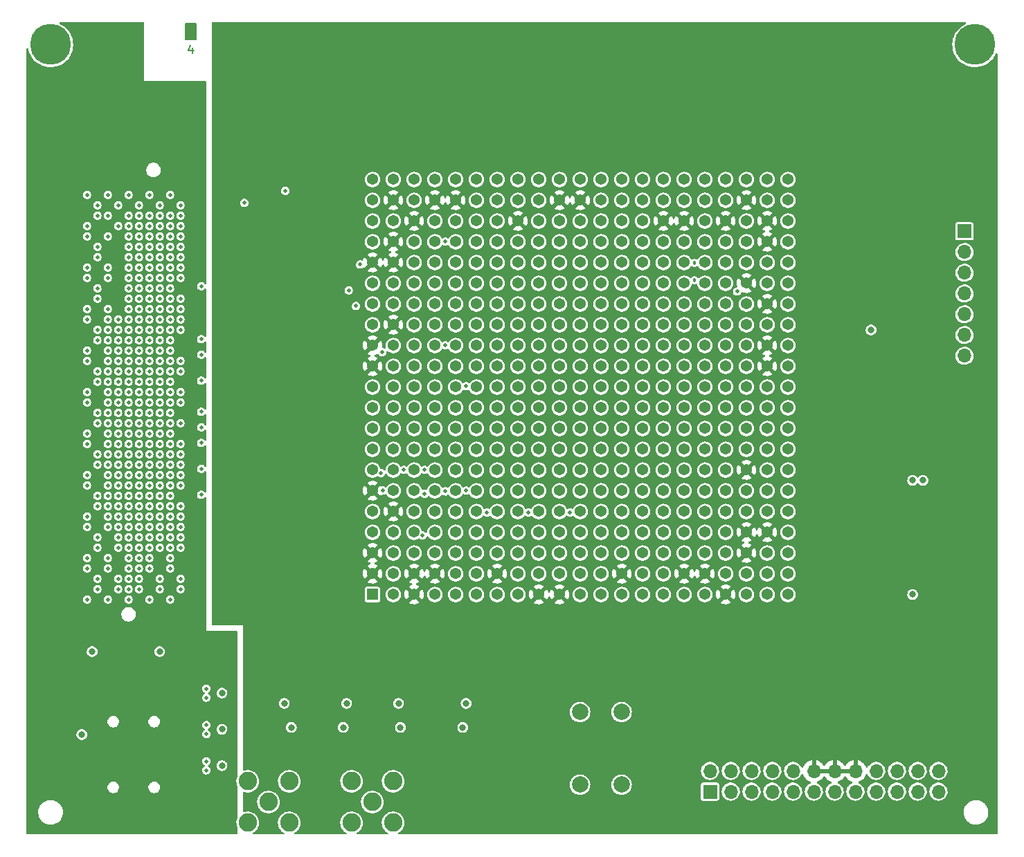
<source format=gbr>
G04 #@! TF.GenerationSoftware,KiCad,Pcbnew,(6.0.9-0)*
G04 #@! TF.CreationDate,2022-12-20T12:29:31-05:00*
G04 #@! TF.ProjectId,ember-pcb,656d6265-722d-4706-9362-2e6b69636164,rev?*
G04 #@! TF.SameCoordinates,Original*
G04 #@! TF.FileFunction,Copper,L5,Inr*
G04 #@! TF.FilePolarity,Positive*
%FSLAX46Y46*%
G04 Gerber Fmt 4.6, Leading zero omitted, Abs format (unit mm)*
G04 Created by KiCad (PCBNEW (6.0.9-0)) date 2022-12-20 12:29:31*
%MOMM*%
%LPD*%
G01*
G04 APERTURE LIST*
G04 #@! TA.AperFunction,NonConductor*
%ADD10C,0.200000*%
G04 #@! TD*
%ADD11C,0.150000*%
G04 #@! TA.AperFunction,NonConductor*
%ADD12C,0.150000*%
G04 #@! TD*
G04 #@! TA.AperFunction,ComponentPad*
%ADD13C,5.000000*%
G04 #@! TD*
G04 #@! TA.AperFunction,ComponentPad*
%ADD14R,1.700000X1.700000*%
G04 #@! TD*
G04 #@! TA.AperFunction,ComponentPad*
%ADD15O,1.700000X1.700000*%
G04 #@! TD*
G04 #@! TA.AperFunction,ComponentPad*
%ADD16C,2.000000*%
G04 #@! TD*
G04 #@! TA.AperFunction,ComponentPad*
%ADD17C,2.250000*%
G04 #@! TD*
G04 #@! TA.AperFunction,ComponentPad*
%ADD18C,0.500000*%
G04 #@! TD*
G04 #@! TA.AperFunction,ComponentPad*
%ADD19R,1.368000X1.368000*%
G04 #@! TD*
G04 #@! TA.AperFunction,ComponentPad*
%ADD20C,1.368000*%
G04 #@! TD*
G04 #@! TA.AperFunction,ViaPad*
%ADD21C,0.800000*%
G04 #@! TD*
G04 #@! TA.AperFunction,ViaPad*
%ADD22C,0.508000*%
G04 #@! TD*
G04 #@! TA.AperFunction,ViaPad*
%ADD23C,0.457200*%
G04 #@! TD*
G04 APERTURE END LIST*
D10*
X88930000Y-48470000D02*
X90200000Y-48470000D01*
X90200000Y-48470000D02*
X90200000Y-50375000D01*
X90200000Y-50375000D02*
X88930000Y-50375000D01*
X88930000Y-50375000D02*
X88930000Y-48470000D01*
G36*
X88930000Y-48470000D02*
G01*
X90200000Y-48470000D01*
X90200000Y-50375000D01*
X88930000Y-50375000D01*
X88930000Y-48470000D01*
G37*
D11*
D12*
X89755476Y-51430714D02*
X89755476Y-52097380D01*
X89517380Y-51049761D02*
X89279285Y-51764047D01*
X89898333Y-51764047D01*
D13*
G04 #@! TO.N,GND*
G04 #@! TO.C,H1*
X72420000Y-51010000D03*
G04 #@! TD*
D14*
G04 #@! TO.N,/core_pwr*
G04 #@! TO.C,J3*
X153060000Y-142455000D03*
D15*
G04 #@! TO.N,/core_pwr_o*
X153060000Y-139915000D03*
G04 #@! TO.N,/core_pwr*
X155600000Y-142455000D03*
G04 #@! TO.N,/core_pwr_o*
X155600000Y-139915000D03*
G04 #@! TO.N,/core_pwr*
X158140000Y-142455000D03*
G04 #@! TO.N,/core_pwr_o*
X158140000Y-139915000D03*
G04 #@! TO.N,/core_pwr*
X160680000Y-142455000D03*
G04 #@! TO.N,/core_pwr_o*
X160680000Y-139915000D03*
G04 #@! TO.N,unconnected-(J3-Pad9)*
X163220000Y-142455000D03*
G04 #@! TO.N,unconnected-(J3-Pad10)*
X163220000Y-139915000D03*
G04 #@! TO.N,/io_pwr*
X165760000Y-142455000D03*
G04 #@! TO.N,/io_pwr_o*
X165760000Y-139915000D03*
G04 #@! TO.N,/io_pwr*
X168300000Y-142455000D03*
G04 #@! TO.N,/io_pwr_o*
X168300000Y-139915000D03*
G04 #@! TO.N,/io_pwr*
X170840000Y-142455000D03*
G04 #@! TO.N,/io_pwr_o*
X170840000Y-139915000D03*
G04 #@! TO.N,unconnected-(J3-Pad17)*
X173380000Y-142455000D03*
G04 #@! TO.N,unconnected-(J3-Pad18)*
X173380000Y-139915000D03*
G04 #@! TO.N,GND*
X175920000Y-142455000D03*
X175920000Y-139915000D03*
X178460000Y-142455000D03*
X178460000Y-139915000D03*
X181000000Y-142455000D03*
X181000000Y-139915000D03*
G04 #@! TD*
D16*
G04 #@! TO.N,Net-(C1-Pad1)*
G04 #@! TO.C,FB1*
X137165000Y-132710000D03*
G04 #@! TO.N,/core_pwr*
X142245000Y-132710000D03*
G04 #@! TD*
D14*
G04 #@! TO.N,/wl_source_pin*
G04 #@! TO.C,J4*
X184180000Y-73865000D03*
D15*
G04 #@! TO.N,/bl_source_pin*
X184180000Y-76405000D03*
G04 #@! TO.N,/sl_source_pin*
X184180000Y-78945000D03*
G04 #@! TO.N,/iref_test*
X184180000Y-81485000D03*
G04 #@! TO.N,/vdd_test*
X184180000Y-84025000D03*
G04 #@! TO.N,unconnected-(J4-Pad6)*
X184180000Y-86565000D03*
G04 #@! TO.N,GND*
X184180000Y-89105000D03*
G04 #@! TD*
D16*
G04 #@! TO.N,Net-(C6-Pad1)*
G04 #@! TO.C,FB2*
X137165000Y-141600000D03*
G04 #@! TO.N,/io_pwr*
X142245000Y-141600000D03*
G04 #@! TD*
D17*
G04 #@! TO.N,GND*
G04 #@! TO.C,J5*
X99065000Y-143720000D03*
G04 #@! TO.N,Net-(J5-Pad2)*
X101605000Y-146260000D03*
X96525000Y-141180000D03*
X96525000Y-146260000D03*
X101605000Y-141180000D03*
G04 #@! TD*
D18*
G04 #@! TO.N,GND*
G04 #@! TO.C,U4*
X91475000Y-139835000D03*
X91475000Y-138735000D03*
G04 #@! TD*
D17*
G04 #@! TO.N,GND*
G04 #@! TO.C,J2*
X111765000Y-143720000D03*
G04 #@! TO.N,Net-(J2-Pad2)*
X114305000Y-141180000D03*
X114305000Y-146260000D03*
X109225000Y-141180000D03*
X109225000Y-146260000D03*
G04 #@! TD*
D19*
G04 #@! TO.N,GND*
G04 #@! TO.C,U1*
X111790000Y-118320000D03*
D20*
G04 #@! TO.N,/di_36*
X114330000Y-118320000D03*
G04 #@! TO.N,/io_pwr_o*
X116870000Y-118320000D03*
G04 #@! TO.N,/iref_test*
X119410000Y-118320000D03*
G04 #@! TO.N,/core_pwr_o*
X121950000Y-118320000D03*
G04 #@! TO.N,GND*
X124490000Y-118320000D03*
G04 #@! TO.N,/di_47*
X127030000Y-118320000D03*
G04 #@! TO.N,/core_pwr_o*
X129570000Y-118320000D03*
G04 #@! TO.N,/io_pwr_o*
X132110000Y-118320000D03*
X134650000Y-118320000D03*
G04 #@! TO.N,/core_pwr_o*
X137190000Y-118320000D03*
G04 #@! TO.N,/read_ref_4*
X139730000Y-118320000D03*
G04 #@! TO.N,/rram_addr_0*
X142270000Y-118320000D03*
G04 #@! TO.N,/rram_addr_2*
X144810000Y-118320000D03*
G04 #@! TO.N,GND*
X147350000Y-118320000D03*
G04 #@! TO.N,/core_pwr_o*
X149890000Y-118320000D03*
G04 #@! TO.N,/rram_addr_10*
X152430000Y-118320000D03*
G04 #@! TO.N,/io_pwr_o*
X154970000Y-118320000D03*
G04 #@! TO.N,GND*
X157510000Y-118320000D03*
X160050000Y-118320000D03*
G04 #@! TO.N,unconnected-(U1-PadA21)*
X162590000Y-118320000D03*
G04 #@! TO.N,/io_pwr_o*
X111790000Y-115780000D03*
G04 #@! TO.N,/di_34*
X114330000Y-115780000D03*
G04 #@! TO.N,/io_pwr_o*
X116870000Y-115780000D03*
X119410000Y-115780000D03*
G04 #@! TO.N,/core_pwr_o*
X121950000Y-115780000D03*
G04 #@! TO.N,/vdd_test*
X124490000Y-115780000D03*
G04 #@! TO.N,/io_pwr_o*
X127030000Y-115780000D03*
G04 #@! TO.N,GND*
X129570000Y-115780000D03*
G04 #@! TO.N,/sa_en*
X132110000Y-115780000D03*
G04 #@! TO.N,/read_ref_1*
X134650000Y-115780000D03*
G04 #@! TO.N,/read_ref_2*
X137190000Y-115780000D03*
G04 #@! TO.N,/rram_addr_1*
X139730000Y-115780000D03*
G04 #@! TO.N,/io_pwr_o*
X142270000Y-115780000D03*
G04 #@! TO.N,/rram_addr_6*
X144810000Y-115780000D03*
G04 #@! TO.N,/core_pwr_o*
X147350000Y-115780000D03*
G04 #@! TO.N,/io_pwr_o*
X149890000Y-115780000D03*
X152430000Y-115780000D03*
G04 #@! TO.N,/sl_en*
X154970000Y-115780000D03*
G04 #@! TO.N,/read_dac_config_0*
X157510000Y-115780000D03*
G04 #@! TO.N,/core_pwr_o*
X160050000Y-115780000D03*
G04 #@! TO.N,unconnected-(U1-PadB21)*
X162590000Y-115780000D03*
G04 #@! TO.N,/io_pwr_o*
X111790000Y-113240000D03*
G04 #@! TO.N,/core_pwr_o*
X114330000Y-113240000D03*
G04 #@! TO.N,GND*
X116870000Y-113240000D03*
G04 #@! TO.N,/di_37*
X119410000Y-113240000D03*
G04 #@! TO.N,/di_39*
X121950000Y-113240000D03*
G04 #@! TO.N,/di_41*
X124490000Y-113240000D03*
G04 #@! TO.N,/di_42*
X127030000Y-113240000D03*
G04 #@! TO.N,/di_44*
X129570000Y-113240000D03*
G04 #@! TO.N,/di_45*
X132110000Y-113240000D03*
G04 #@! TO.N,/set_rst*
X134650000Y-113240000D03*
G04 #@! TO.N,/read_ref_5*
X137190000Y-113240000D03*
G04 #@! TO.N,/rram_addr_4*
X139730000Y-113240000D03*
G04 #@! TO.N,/rram_addr_5*
X142270000Y-113240000D03*
G04 #@! TO.N,/rram_addr_8*
X144810000Y-113240000D03*
G04 #@! TO.N,/rram_addr_11*
X147350000Y-113240000D03*
G04 #@! TO.N,/rram_addr_13*
X149890000Y-113240000D03*
G04 #@! TO.N,/rram_addr_15*
X152430000Y-113240000D03*
G04 #@! TO.N,GND*
X154970000Y-113240000D03*
G04 #@! TO.N,/io_pwr_o*
X157510000Y-113240000D03*
G04 #@! TO.N,/core_pwr_o*
X160050000Y-113240000D03*
G04 #@! TO.N,unconnected-(U1-PadC21)*
X162590000Y-113240000D03*
G04 #@! TO.N,/di_27*
X111790000Y-110700000D03*
G04 #@! TO.N,/core_pwr_o*
X114330000Y-110700000D03*
G04 #@! TO.N,/di_32*
X116870000Y-110700000D03*
G04 #@! TO.N,/di_33*
X119410000Y-110700000D03*
G04 #@! TO.N,/di_35*
X121950000Y-110700000D03*
G04 #@! TO.N,/di_38*
X124490000Y-110700000D03*
G04 #@! TO.N,/di_40*
X127030000Y-110700000D03*
G04 #@! TO.N,/di_43*
X129570000Y-110700000D03*
G04 #@! TO.N,/di_46*
X132110000Y-110700000D03*
G04 #@! TO.N,/read_ref_0*
X134650000Y-110700000D03*
G04 #@! TO.N,/read_ref_3*
X137190000Y-110700000D03*
G04 #@! TO.N,/rram_addr_3*
X139730000Y-110700000D03*
G04 #@! TO.N,/rram_addr_7*
X142270000Y-110700000D03*
G04 #@! TO.N,/rram_addr_9*
X144810000Y-110700000D03*
G04 #@! TO.N,/rram_addr_12*
X147350000Y-110700000D03*
G04 #@! TO.N,/rram_addr_14*
X149890000Y-110700000D03*
G04 #@! TO.N,/we*
X152430000Y-110700000D03*
G04 #@! TO.N,/read_dac_config_2*
X154970000Y-110700000D03*
G04 #@! TO.N,/io_pwr_o*
X157510000Y-110700000D03*
X160050000Y-110700000D03*
G04 #@! TO.N,unconnected-(U1-PadD21)*
X162590000Y-110700000D03*
G04 #@! TO.N,/di_23*
X111790000Y-108160000D03*
G04 #@! TO.N,/io_pwr_o*
X114330000Y-108160000D03*
G04 #@! TO.N,/di_30*
X116870000Y-108160000D03*
G04 #@! TO.N,/di_31*
X119410000Y-108160000D03*
G04 #@! TO.N,unconnected-(U1-PadE5)*
X121950000Y-108160000D03*
G04 #@! TO.N,unconnected-(U1-PadE6)*
X124490000Y-108160000D03*
G04 #@! TO.N,unconnected-(U1-PadE7)*
X127030000Y-108160000D03*
G04 #@! TO.N,unconnected-(U1-PadE8)*
X129570000Y-108160000D03*
G04 #@! TO.N,unconnected-(U1-PadE9)*
X132110000Y-108160000D03*
G04 #@! TO.N,unconnected-(U1-PadE10)*
X134650000Y-108160000D03*
G04 #@! TO.N,unconnected-(U1-PadE11)*
X137190000Y-108160000D03*
G04 #@! TO.N,unconnected-(U1-PadE12)*
X139730000Y-108160000D03*
G04 #@! TO.N,unconnected-(U1-PadE13)*
X142270000Y-108160000D03*
G04 #@! TO.N,unconnected-(U1-PadE14)*
X144810000Y-108160000D03*
G04 #@! TO.N,unconnected-(U1-PadE15)*
X147350000Y-108160000D03*
G04 #@! TO.N,unconnected-(U1-PadE16)*
X149890000Y-108160000D03*
G04 #@! TO.N,/read_dac_config_1*
X152430000Y-108160000D03*
G04 #@! TO.N,/wl_dac_config_0*
X154970000Y-108160000D03*
G04 #@! TO.N,/wl_dac_config_3*
X157510000Y-108160000D03*
G04 #@! TO.N,/wl_dac_config_5*
X160050000Y-108160000D03*
G04 #@! TO.N,unconnected-(U1-PadE21)*
X162590000Y-108160000D03*
G04 #@! TO.N,/io_pwr_o*
X111790000Y-105620000D03*
G04 #@! TO.N,/di_25*
X114330000Y-105620000D03*
G04 #@! TO.N,/di_28*
X116870000Y-105620000D03*
G04 #@! TO.N,/di_29*
X119410000Y-105620000D03*
G04 #@! TO.N,unconnected-(U1-PadF5)*
X121950000Y-105620000D03*
G04 #@! TO.N,unconnected-(U1-PadF6)*
X124490000Y-105620000D03*
G04 #@! TO.N,unconnected-(U1-PadF7)*
X127030000Y-105620000D03*
G04 #@! TO.N,unconnected-(U1-PadF8)*
X129570000Y-105620000D03*
G04 #@! TO.N,unconnected-(U1-PadF9)*
X132110000Y-105620000D03*
G04 #@! TO.N,unconnected-(U1-PadF10)*
X134650000Y-105620000D03*
G04 #@! TO.N,unconnected-(U1-PadF11)*
X137190000Y-105620000D03*
G04 #@! TO.N,unconnected-(U1-PadF12)*
X139730000Y-105620000D03*
G04 #@! TO.N,unconnected-(U1-PadF13)*
X142270000Y-105620000D03*
G04 #@! TO.N,unconnected-(U1-PadF14)*
X144810000Y-105620000D03*
G04 #@! TO.N,unconnected-(U1-PadF15)*
X147350000Y-105620000D03*
G04 #@! TO.N,unconnected-(U1-PadF16)*
X149890000Y-105620000D03*
G04 #@! TO.N,/read_dac_config_3*
X152430000Y-105620000D03*
G04 #@! TO.N,/wl_dac_config_2*
X154970000Y-105620000D03*
G04 #@! TO.N,/wl_dac_config_7*
X157510000Y-105620000D03*
G04 #@! TO.N,/core_pwr_o*
X160050000Y-105620000D03*
G04 #@! TO.N,unconnected-(U1-PadF21)*
X162590000Y-105620000D03*
G04 #@! TO.N,/di_18*
X111790000Y-103080000D03*
G04 #@! TO.N,/core_pwr_o*
X114330000Y-103080000D03*
G04 #@! TO.N,/di_24*
X116870000Y-103080000D03*
G04 #@! TO.N,/di_26*
X119410000Y-103080000D03*
G04 #@! TO.N,unconnected-(U1-PadG5)*
X121950000Y-103080000D03*
G04 #@! TO.N,unconnected-(U1-PadG6)*
X124490000Y-103080000D03*
G04 #@! TO.N,unconnected-(U1-PadG7)*
X127030000Y-103080000D03*
G04 #@! TO.N,unconnected-(U1-PadG8)*
X129570000Y-103080000D03*
G04 #@! TO.N,unconnected-(U1-PadG9)*
X132110000Y-103080000D03*
G04 #@! TO.N,unconnected-(U1-PadG10)*
X134650000Y-103080000D03*
G04 #@! TO.N,unconnected-(U1-PadG11)*
X137190000Y-103080000D03*
G04 #@! TO.N,unconnected-(U1-PadG12)*
X139730000Y-103080000D03*
G04 #@! TO.N,unconnected-(U1-PadG13)*
X142270000Y-103080000D03*
G04 #@! TO.N,unconnected-(U1-PadG14)*
X144810000Y-103080000D03*
G04 #@! TO.N,unconnected-(U1-PadG15)*
X147350000Y-103080000D03*
G04 #@! TO.N,unconnected-(U1-PadG16)*
X149890000Y-103080000D03*
G04 #@! TO.N,/wl_dac_config_1*
X152430000Y-103080000D03*
G04 #@! TO.N,/wl_dac_config_4*
X154970000Y-103080000D03*
G04 #@! TO.N,/io_pwr_o*
X157510000Y-103080000D03*
G04 #@! TO.N,GND*
X160050000Y-103080000D03*
G04 #@! TO.N,unconnected-(U1-PadG21)*
X162590000Y-103080000D03*
G04 #@! TO.N,/di_16*
X111790000Y-100540000D03*
G04 #@! TO.N,GND*
X114330000Y-100540000D03*
G04 #@! TO.N,/di_21*
X116870000Y-100540000D03*
G04 #@! TO.N,/di_22*
X119410000Y-100540000D03*
G04 #@! TO.N,unconnected-(U1-PadH5)*
X121950000Y-100540000D03*
G04 #@! TO.N,unconnected-(U1-PadH6)*
X124490000Y-100540000D03*
G04 #@! TO.N,unconnected-(U1-PadH7)*
X127030000Y-100540000D03*
G04 #@! TO.N,unconnected-(U1-PadH8)*
X129570000Y-100540000D03*
G04 #@! TO.N,unconnected-(U1-PadH9)*
X132110000Y-100540000D03*
G04 #@! TO.N,unconnected-(U1-PadH10)*
X134650000Y-100540000D03*
G04 #@! TO.N,unconnected-(U1-PadH11)*
X137190000Y-100540000D03*
G04 #@! TO.N,unconnected-(U1-PadH12)*
X139730000Y-100540000D03*
G04 #@! TO.N,unconnected-(U1-PadH13)*
X142270000Y-100540000D03*
G04 #@! TO.N,unconnected-(U1-PadH14)*
X144810000Y-100540000D03*
G04 #@! TO.N,unconnected-(U1-PadH15)*
X147350000Y-100540000D03*
G04 #@! TO.N,unconnected-(U1-PadH16)*
X149890000Y-100540000D03*
G04 #@! TO.N,/wl_dac_config_6*
X152430000Y-100540000D03*
G04 #@! TO.N,/wl_dac_en*
X154970000Y-100540000D03*
G04 #@! TO.N,/wl_source_pin*
X157510000Y-100540000D03*
G04 #@! TO.N,/sa_do_2*
X160050000Y-100540000D03*
G04 #@! TO.N,unconnected-(U1-PadH21)*
X162590000Y-100540000D03*
G04 #@! TO.N,/di_14*
X111790000Y-98000000D03*
G04 #@! TO.N,/di_17*
X114330000Y-98000000D03*
G04 #@! TO.N,/di_20*
X116870000Y-98000000D03*
G04 #@! TO.N,/di_19*
X119410000Y-98000000D03*
G04 #@! TO.N,unconnected-(U1-PadJ5)*
X121950000Y-98000000D03*
G04 #@! TO.N,unconnected-(U1-PadJ6)*
X124490000Y-98000000D03*
G04 #@! TO.N,unconnected-(U1-PadJ7)*
X127030000Y-98000000D03*
G04 #@! TO.N,unconnected-(U1-PadJ8)*
X129570000Y-98000000D03*
G04 #@! TO.N,unconnected-(U1-PadJ9)*
X132110000Y-98000000D03*
G04 #@! TO.N,unconnected-(U1-PadJ10)*
X134650000Y-98000000D03*
G04 #@! TO.N,unconnected-(U1-PadJ11)*
X137190000Y-98000000D03*
G04 #@! TO.N,unconnected-(U1-PadJ12)*
X139730000Y-98000000D03*
G04 #@! TO.N,unconnected-(U1-PadJ13)*
X142270000Y-98000000D03*
G04 #@! TO.N,unconnected-(U1-PadJ14)*
X144810000Y-98000000D03*
G04 #@! TO.N,unconnected-(U1-PadJ15)*
X147350000Y-98000000D03*
G04 #@! TO.N,unconnected-(U1-PadJ16)*
X149890000Y-98000000D03*
G04 #@! TO.N,/bleed_en*
X152430000Y-98000000D03*
G04 #@! TO.N,/wl_en*
X154970000Y-98000000D03*
G04 #@! TO.N,/sa_do_0*
X157510000Y-98000000D03*
G04 #@! TO.N,/sa_do_4*
X160050000Y-98000000D03*
G04 #@! TO.N,unconnected-(U1-PadJ21)*
X162590000Y-98000000D03*
G04 #@! TO.N,/core_pwr_o*
X111790000Y-95460000D03*
G04 #@! TO.N,/di_12*
X114330000Y-95460000D03*
G04 #@! TO.N,/di_15*
X116870000Y-95460000D03*
G04 #@! TO.N,/di_13*
X119410000Y-95460000D03*
G04 #@! TO.N,unconnected-(U1-PadK5)*
X121950000Y-95460000D03*
G04 #@! TO.N,unconnected-(U1-PadK6)*
X124490000Y-95460000D03*
G04 #@! TO.N,unconnected-(U1-PadK7)*
X127030000Y-95460000D03*
G04 #@! TO.N,unconnected-(U1-PadK8)*
X129570000Y-95460000D03*
G04 #@! TO.N,unconnected-(U1-PadK9)*
X132110000Y-95460000D03*
G04 #@! TO.N,unconnected-(U1-PadK10)*
X134650000Y-95460000D03*
G04 #@! TO.N,unconnected-(U1-PadK11)*
X137190000Y-95460000D03*
G04 #@! TO.N,unconnected-(U1-PadK12)*
X139730000Y-95460000D03*
G04 #@! TO.N,unconnected-(U1-PadK13)*
X142270000Y-95460000D03*
G04 #@! TO.N,unconnected-(U1-PadK14)*
X144810000Y-95460000D03*
G04 #@! TO.N,unconnected-(U1-PadK15)*
X147350000Y-95460000D03*
G04 #@! TO.N,unconnected-(U1-PadK16)*
X149890000Y-95460000D03*
G04 #@! TO.N,/sa_do_3*
X152430000Y-95460000D03*
G04 #@! TO.N,/sa_do_1*
X154970000Y-95460000D03*
G04 #@! TO.N,/sa_do_5*
X157510000Y-95460000D03*
G04 #@! TO.N,/core_pwr_o*
X160050000Y-95460000D03*
G04 #@! TO.N,unconnected-(U1-PadK21)*
X162590000Y-95460000D03*
G04 #@! TO.N,/core_pwr_o*
X111790000Y-92920000D03*
G04 #@! TO.N,/di_11*
X114330000Y-92920000D03*
G04 #@! TO.N,/di_9*
X116870000Y-92920000D03*
G04 #@! TO.N,/di_10*
X119410000Y-92920000D03*
G04 #@! TO.N,unconnected-(U1-PadL5)*
X121950000Y-92920000D03*
G04 #@! TO.N,unconnected-(U1-PadL6)*
X124490000Y-92920000D03*
G04 #@! TO.N,unconnected-(U1-PadL7)*
X127030000Y-92920000D03*
G04 #@! TO.N,unconnected-(U1-PadL8)*
X129570000Y-92920000D03*
G04 #@! TO.N,unconnected-(U1-PadL9)*
X132110000Y-92920000D03*
G04 #@! TO.N,unconnected-(U1-PadL10)*
X134650000Y-92920000D03*
G04 #@! TO.N,unconnected-(U1-PadL11)*
X137190000Y-92920000D03*
G04 #@! TO.N,unconnected-(U1-PadL12)*
X139730000Y-92920000D03*
G04 #@! TO.N,unconnected-(U1-PadL13)*
X142270000Y-92920000D03*
G04 #@! TO.N,unconnected-(U1-PadL14)*
X144810000Y-92920000D03*
G04 #@! TO.N,unconnected-(U1-PadL15)*
X147350000Y-92920000D03*
G04 #@! TO.N,unconnected-(U1-PadL16)*
X149890000Y-92920000D03*
G04 #@! TO.N,/sa_do_7*
X152430000Y-92920000D03*
G04 #@! TO.N,/sa_do_8*
X154970000Y-92920000D03*
G04 #@! TO.N,/sa_do_6*
X157510000Y-92920000D03*
G04 #@! TO.N,/core_pwr_o*
X160050000Y-92920000D03*
G04 #@! TO.N,unconnected-(U1-PadL21)*
X162590000Y-92920000D03*
G04 #@! TO.N,/io_pwr_o*
X111790000Y-90380000D03*
G04 #@! TO.N,/di_7*
X114330000Y-90380000D03*
G04 #@! TO.N,/di_5*
X116870000Y-90380000D03*
G04 #@! TO.N,/di_6*
X119410000Y-90380000D03*
G04 #@! TO.N,unconnected-(U1-PadM5)*
X121950000Y-90380000D03*
G04 #@! TO.N,unconnected-(U1-PadM6)*
X124490000Y-90380000D03*
G04 #@! TO.N,unconnected-(U1-PadM7)*
X127030000Y-90380000D03*
G04 #@! TO.N,unconnected-(U1-PadM8)*
X129570000Y-90380000D03*
G04 #@! TO.N,unconnected-(U1-PadM9)*
X132110000Y-90380000D03*
G04 #@! TO.N,unconnected-(U1-PadM10)*
X134650000Y-90380000D03*
G04 #@! TO.N,unconnected-(U1-PadM11)*
X137190000Y-90380000D03*
G04 #@! TO.N,unconnected-(U1-PadM12)*
X139730000Y-90380000D03*
G04 #@! TO.N,unconnected-(U1-PadM13)*
X142270000Y-90380000D03*
G04 #@! TO.N,unconnected-(U1-PadM14)*
X144810000Y-90380000D03*
G04 #@! TO.N,unconnected-(U1-PadM15)*
X147350000Y-90380000D03*
G04 #@! TO.N,unconnected-(U1-PadM16)*
X149890000Y-90380000D03*
G04 #@! TO.N,/sa_do_11*
X152430000Y-90380000D03*
G04 #@! TO.N,/sa_do_12*
X154970000Y-90380000D03*
G04 #@! TO.N,/sa_do_9*
X157510000Y-90380000D03*
G04 #@! TO.N,/io_pwr_o*
X160050000Y-90380000D03*
G04 #@! TO.N,unconnected-(U1-PadM21)*
X162590000Y-90380000D03*
G04 #@! TO.N,/io_pwr_o*
X111790000Y-87840000D03*
G04 #@! TO.N,/di_8*
X114330000Y-87840000D03*
G04 #@! TO.N,/di_4*
X116870000Y-87840000D03*
G04 #@! TO.N,/di_2*
X119410000Y-87840000D03*
G04 #@! TO.N,unconnected-(U1-PadN5)*
X121950000Y-87840000D03*
G04 #@! TO.N,unconnected-(U1-PadN6)*
X124490000Y-87840000D03*
G04 #@! TO.N,unconnected-(U1-PadN7)*
X127030000Y-87840000D03*
G04 #@! TO.N,unconnected-(U1-PadN8)*
X129570000Y-87840000D03*
G04 #@! TO.N,unconnected-(U1-PadN9)*
X132110000Y-87840000D03*
G04 #@! TO.N,unconnected-(U1-PadN10)*
X134650000Y-87840000D03*
G04 #@! TO.N,unconnected-(U1-PadN11)*
X137190000Y-87840000D03*
G04 #@! TO.N,unconnected-(U1-PadN12)*
X139730000Y-87840000D03*
G04 #@! TO.N,unconnected-(U1-PadN13)*
X142270000Y-87840000D03*
G04 #@! TO.N,unconnected-(U1-PadN14)*
X144810000Y-87840000D03*
G04 #@! TO.N,unconnected-(U1-PadN15)*
X147350000Y-87840000D03*
G04 #@! TO.N,unconnected-(U1-PadN16)*
X149890000Y-87840000D03*
G04 #@! TO.N,/sa_do_14*
X152430000Y-87840000D03*
G04 #@! TO.N,/sa_do_13*
X154970000Y-87840000D03*
G04 #@! TO.N,GND*
X157510000Y-87840000D03*
G04 #@! TO.N,/io_pwr_o*
X160050000Y-87840000D03*
G04 #@! TO.N,unconnected-(U1-PadN21)*
X162590000Y-87840000D03*
G04 #@! TO.N,GND*
X111790000Y-85300000D03*
G04 #@! TO.N,/io_pwr_o*
X114330000Y-85300000D03*
G04 #@! TO.N,/di_0*
X116870000Y-85300000D03*
G04 #@! TO.N,/clamp_ref_5*
X119410000Y-85300000D03*
G04 #@! TO.N,unconnected-(U1-PadP5)*
X121950000Y-85300000D03*
G04 #@! TO.N,unconnected-(U1-PadP6)*
X124490000Y-85300000D03*
G04 #@! TO.N,unconnected-(U1-PadP7)*
X127030000Y-85300000D03*
G04 #@! TO.N,unconnected-(U1-PadP8)*
X129570000Y-85300000D03*
G04 #@! TO.N,unconnected-(U1-PadP9)*
X132110000Y-85300000D03*
G04 #@! TO.N,unconnected-(U1-PadP10)*
X134650000Y-85300000D03*
G04 #@! TO.N,unconnected-(U1-PadP11)*
X137190000Y-85300000D03*
G04 #@! TO.N,unconnected-(U1-PadP12)*
X139730000Y-85300000D03*
G04 #@! TO.N,unconnected-(U1-PadP13)*
X142270000Y-85300000D03*
G04 #@! TO.N,unconnected-(U1-PadP14)*
X144810000Y-85300000D03*
G04 #@! TO.N,unconnected-(U1-PadP15)*
X147350000Y-85300000D03*
G04 #@! TO.N,unconnected-(U1-PadP16)*
X149890000Y-85300000D03*
G04 #@! TO.N,/sa_do_18*
X152430000Y-85300000D03*
G04 #@! TO.N,/sa_do_16*
X154970000Y-85300000D03*
G04 #@! TO.N,/core_pwr_o*
X157510000Y-85300000D03*
G04 #@! TO.N,/sa_do_10*
X160050000Y-85300000D03*
G04 #@! TO.N,unconnected-(U1-PadP21)*
X162590000Y-85300000D03*
G04 #@! TO.N,/core_pwr_o*
X111790000Y-82760000D03*
G04 #@! TO.N,/di_3*
X114330000Y-82760000D03*
G04 #@! TO.N,/rst_n*
X116870000Y-82760000D03*
G04 #@! TO.N,/clamp_ref_3*
X119410000Y-82760000D03*
G04 #@! TO.N,unconnected-(U1-PadR5)*
X121950000Y-82760000D03*
G04 #@! TO.N,unconnected-(U1-PadR6)*
X124490000Y-82760000D03*
G04 #@! TO.N,unconnected-(U1-PadR7)*
X127030000Y-82760000D03*
G04 #@! TO.N,unconnected-(U1-PadR8)*
X129570000Y-82760000D03*
G04 #@! TO.N,unconnected-(U1-PadR9)*
X132110000Y-82760000D03*
G04 #@! TO.N,unconnected-(U1-PadR10)*
X134650000Y-82760000D03*
G04 #@! TO.N,unconnected-(U1-PadR11)*
X137190000Y-82760000D03*
G04 #@! TO.N,unconnected-(U1-PadR12)*
X139730000Y-82760000D03*
G04 #@! TO.N,unconnected-(U1-PadR13)*
X142270000Y-82760000D03*
G04 #@! TO.N,unconnected-(U1-PadR14)*
X144810000Y-82760000D03*
G04 #@! TO.N,unconnected-(U1-PadR15)*
X147350000Y-82760000D03*
G04 #@! TO.N,unconnected-(U1-PadR16)*
X149890000Y-82760000D03*
G04 #@! TO.N,/sa_do_21*
X152430000Y-82760000D03*
G04 #@! TO.N,/sa_do_20*
X154970000Y-82760000D03*
G04 #@! TO.N,/sa_do_17*
X157510000Y-82760000D03*
G04 #@! TO.N,/io_pwr_o*
X160050000Y-82760000D03*
G04 #@! TO.N,unconnected-(U1-PadR21)*
X162590000Y-82760000D03*
G04 #@! TO.N,/di_1*
X111790000Y-80220000D03*
G04 #@! TO.N,/bl_en*
X114330000Y-80220000D03*
G04 #@! TO.N,/clamp_ref_4*
X116870000Y-80220000D03*
G04 #@! TO.N,/clamp_ref_1*
X119410000Y-80220000D03*
G04 #@! TO.N,unconnected-(U1-PadS5)*
X121950000Y-80220000D03*
G04 #@! TO.N,unconnected-(U1-PadS6)*
X124490000Y-80220000D03*
G04 #@! TO.N,unconnected-(U1-PadS7)*
X127030000Y-80220000D03*
G04 #@! TO.N,unconnected-(U1-PadS8)*
X129570000Y-80220000D03*
G04 #@! TO.N,unconnected-(U1-PadS9)*
X132110000Y-80220000D03*
G04 #@! TO.N,unconnected-(U1-PadS10)*
X134650000Y-80220000D03*
G04 #@! TO.N,unconnected-(U1-PadS11)*
X137190000Y-80220000D03*
G04 #@! TO.N,unconnected-(U1-PadS12)*
X139730000Y-80220000D03*
G04 #@! TO.N,unconnected-(U1-PadS13)*
X142270000Y-80220000D03*
G04 #@! TO.N,unconnected-(U1-PadS14)*
X144810000Y-80220000D03*
G04 #@! TO.N,unconnected-(U1-PadS15)*
X147350000Y-80220000D03*
G04 #@! TO.N,unconnected-(U1-PadS16)*
X149890000Y-80220000D03*
G04 #@! TO.N,/sa_do_23*
X152430000Y-80220000D03*
G04 #@! TO.N,/sa_do_22*
X154970000Y-80220000D03*
G04 #@! TO.N,/io_pwr_o*
X157510000Y-80220000D03*
G04 #@! TO.N,/sa_do_15*
X160050000Y-80220000D03*
G04 #@! TO.N,unconnected-(U1-PadS21)*
X162590000Y-80220000D03*
G04 #@! TO.N,/io_pwr_o*
X111790000Y-77680000D03*
X114330000Y-77680000D03*
G04 #@! TO.N,/clamp_ref_2*
X116870000Y-77680000D03*
G04 #@! TO.N,/bsl_dac_en*
X119410000Y-77680000D03*
G04 #@! TO.N,/bsl_dac_config_4*
X121950000Y-77680000D03*
G04 #@! TO.N,/bsl_dac_config_2*
X124490000Y-77680000D03*
G04 #@! TO.N,/bsl_dac_config_0*
X127030000Y-77680000D03*
G04 #@! TO.N,/mclk_pause*
X129570000Y-77680000D03*
G04 #@! TO.N,/mosi*
X132110000Y-77680000D03*
G04 #@! TO.N,/heartbeat*
X134650000Y-77680000D03*
G04 #@! TO.N,/sa_do_45*
X137190000Y-77680000D03*
G04 #@! TO.N,/sa_do_39*
X139730000Y-77680000D03*
G04 #@! TO.N,/sa_do_36*
X142270000Y-77680000D03*
G04 #@! TO.N,/sa_do_32*
X144810000Y-77680000D03*
G04 #@! TO.N,/sa_do_29*
X147350000Y-77680000D03*
G04 #@! TO.N,/sa_do_27*
X149890000Y-77680000D03*
G04 #@! TO.N,/sa_do_25*
X152430000Y-77680000D03*
G04 #@! TO.N,/sa_do_24*
X154970000Y-77680000D03*
G04 #@! TO.N,/core_pwr_o*
X157510000Y-77680000D03*
G04 #@! TO.N,/sa_do_19*
X160050000Y-77680000D03*
G04 #@! TO.N,unconnected-(U1-PadT21)*
X162590000Y-77680000D03*
G04 #@! TO.N,/core_pwr_o*
X111790000Y-75140000D03*
G04 #@! TO.N,/io_pwr_o*
X114330000Y-75140000D03*
G04 #@! TO.N,GND*
X116870000Y-75140000D03*
G04 #@! TO.N,/read_dac_en*
X119410000Y-75140000D03*
G04 #@! TO.N,/bsl_dac_config_3*
X121950000Y-75140000D03*
G04 #@! TO.N,/bsl_dac_config_1*
X124490000Y-75140000D03*
G04 #@! TO.N,/aclk*
X127030000Y-75140000D03*
G04 #@! TO.N,/sclk*
X129570000Y-75140000D03*
G04 #@! TO.N,/sc*
X132110000Y-75140000D03*
G04 #@! TO.N,/man*
X134650000Y-75140000D03*
G04 #@! TO.N,/sa_do_43*
X137190000Y-75140000D03*
G04 #@! TO.N,/sa_do_38*
X139730000Y-75140000D03*
G04 #@! TO.N,/sa_do_37*
X142270000Y-75140000D03*
G04 #@! TO.N,/sa_do_34*
X144810000Y-75140000D03*
G04 #@! TO.N,/sa_do_33*
X147350000Y-75140000D03*
G04 #@! TO.N,/sa_do_30*
X149890000Y-75140000D03*
G04 #@! TO.N,/sa_do_28*
X152430000Y-75140000D03*
G04 #@! TO.N,GND*
X154970000Y-75140000D03*
G04 #@! TO.N,/core_pwr_o*
X157510000Y-75140000D03*
G04 #@! TO.N,/io_pwr_o*
X160050000Y-75140000D03*
G04 #@! TO.N,unconnected-(U1-PadU21)*
X162590000Y-75140000D03*
G04 #@! TO.N,/core_pwr_o*
X111790000Y-72600000D03*
G04 #@! TO.N,/clamp_ref_0*
X114330000Y-72600000D03*
G04 #@! TO.N,/io_pwr_o*
X116870000Y-72600000D03*
G04 #@! TO.N,/core_pwr_o*
X119410000Y-72600000D03*
X121950000Y-72600000D03*
G04 #@! TO.N,/sl_source_pin*
X124490000Y-72600000D03*
G04 #@! TO.N,GND*
X127030000Y-72600000D03*
G04 #@! TO.N,/io_pwr_o*
X129570000Y-72600000D03*
G04 #@! TO.N,/miso*
X132110000Y-72600000D03*
G04 #@! TO.N,/sa_rdy*
X134650000Y-72600000D03*
G04 #@! TO.N,/sa_do_47*
X137190000Y-72600000D03*
G04 #@! TO.N,/sa_do_41*
X139730000Y-72600000D03*
G04 #@! TO.N,/sa_do_42*
X142270000Y-72600000D03*
G04 #@! TO.N,/core_pwr_o*
X144810000Y-72600000D03*
G04 #@! TO.N,/io_pwr_o*
X147350000Y-72600000D03*
X149890000Y-72600000D03*
G04 #@! TO.N,/sa_do_31*
X152430000Y-72600000D03*
G04 #@! TO.N,/io_pwr_o*
X154970000Y-72600000D03*
G04 #@! TO.N,/sa_do_26*
X157510000Y-72600000D03*
G04 #@! TO.N,/io_pwr_o*
X160050000Y-72600000D03*
G04 #@! TO.N,unconnected-(U1-PadV21)*
X162590000Y-72600000D03*
G04 #@! TO.N,GND*
X111790000Y-70060000D03*
G04 #@! TO.N,/io_pwr_o*
X114330000Y-70060000D03*
G04 #@! TO.N,/bl_source_pin*
X116870000Y-70060000D03*
G04 #@! TO.N,/io_pwr_o*
X119410000Y-70060000D03*
X121950000Y-70060000D03*
G04 #@! TO.N,/core_pwr_o*
X124490000Y-70060000D03*
G04 #@! TO.N,/sa_clk*
X127030000Y-70060000D03*
G04 #@! TO.N,/byp*
X129570000Y-70060000D03*
G04 #@! TO.N,/core_pwr_o*
X132110000Y-70060000D03*
G04 #@! TO.N,/io_pwr_o*
X134650000Y-70060000D03*
X137190000Y-70060000D03*
G04 #@! TO.N,/sa_do_46*
X139730000Y-70060000D03*
G04 #@! TO.N,/sa_do_44*
X142270000Y-70060000D03*
G04 #@! TO.N,/sa_do_40*
X144810000Y-70060000D03*
G04 #@! TO.N,GND*
X147350000Y-70060000D03*
G04 #@! TO.N,/sa_do_35*
X149890000Y-70060000D03*
G04 #@! TO.N,/core_pwr_o*
X152430000Y-70060000D03*
X154970000Y-70060000D03*
G04 #@! TO.N,/io_pwr_o*
X157510000Y-70060000D03*
G04 #@! TO.N,GND*
X160050000Y-70060000D03*
G04 #@! TO.N,unconnected-(U1-PadW21)*
X162590000Y-70060000D03*
G04 #@! TO.N,unconnected-(U1-PadX1)*
X111790000Y-67520000D03*
G04 #@! TO.N,unconnected-(U1-PadX2)*
X114330000Y-67520000D03*
G04 #@! TO.N,unconnected-(U1-PadX3)*
X116870000Y-67520000D03*
G04 #@! TO.N,unconnected-(U1-PadX4)*
X119410000Y-67520000D03*
G04 #@! TO.N,unconnected-(U1-PadX5)*
X121950000Y-67520000D03*
G04 #@! TO.N,unconnected-(U1-PadX6)*
X124490000Y-67520000D03*
G04 #@! TO.N,unconnected-(U1-PadX7)*
X127030000Y-67520000D03*
G04 #@! TO.N,unconnected-(U1-PadX8)*
X129570000Y-67520000D03*
G04 #@! TO.N,unconnected-(U1-PadX9)*
X132110000Y-67520000D03*
G04 #@! TO.N,unconnected-(U1-PadX10)*
X134650000Y-67520000D03*
G04 #@! TO.N,unconnected-(U1-PadX11)*
X137190000Y-67520000D03*
G04 #@! TO.N,unconnected-(U1-PadX12)*
X139730000Y-67520000D03*
G04 #@! TO.N,unconnected-(U1-PadX13)*
X142270000Y-67520000D03*
G04 #@! TO.N,unconnected-(U1-PadX14)*
X144810000Y-67520000D03*
G04 #@! TO.N,unconnected-(U1-PadX15)*
X147350000Y-67520000D03*
G04 #@! TO.N,unconnected-(U1-PadX16)*
X149890000Y-67520000D03*
G04 #@! TO.N,unconnected-(U1-PadX17)*
X152430000Y-67520000D03*
G04 #@! TO.N,unconnected-(U1-PadX18)*
X154970000Y-67520000D03*
G04 #@! TO.N,unconnected-(U1-PadX19)*
X157510000Y-67520000D03*
G04 #@! TO.N,unconnected-(U1-PadX20)*
X160050000Y-67520000D03*
G04 #@! TO.N,unconnected-(U1-PadX21)*
X162590000Y-67520000D03*
G04 #@! TD*
D18*
G04 #@! TO.N,GND*
G04 #@! TO.C,U2*
X91475000Y-129845000D03*
X91475000Y-130945000D03*
G04 #@! TD*
D13*
G04 #@! TO.N,GND*
G04 #@! TO.C,H2*
X185450000Y-51010000D03*
G04 #@! TD*
D18*
G04 #@! TO.N,GND*
G04 #@! TO.C,U3*
X91475000Y-134290000D03*
X91475000Y-135390000D03*
G04 #@! TD*
D21*
G04 #@! TO.N,Net-(J1-PadD1)*
X85755000Y-125305000D03*
G04 #@! TO.N,Net-(J2-Pad2)*
X76235000Y-135460000D03*
D22*
G04 #@! TO.N,GND*
X87025000Y-94825000D03*
X76865000Y-110065000D03*
X83215000Y-82125000D03*
D21*
X93380000Y-130395000D03*
D22*
X85755000Y-108795000D03*
X83215000Y-112605000D03*
X87025000Y-69425000D03*
X78135000Y-116415000D03*
X79405000Y-89745000D03*
D21*
X108215000Y-134595000D03*
D22*
X88295000Y-108795000D03*
X79405000Y-69425000D03*
X85755000Y-93555000D03*
X85755000Y-116415000D03*
X80675000Y-73235000D03*
X85755000Y-74505000D03*
X84485000Y-115145000D03*
X80675000Y-92285000D03*
X87025000Y-83395000D03*
X78135000Y-101175000D03*
X87025000Y-113875000D03*
X78135000Y-91015000D03*
X78135000Y-85935000D03*
X88295000Y-70695000D03*
D21*
X123225000Y-131650000D03*
D22*
X88295000Y-93555000D03*
X79405000Y-99905000D03*
X76865000Y-69425000D03*
X83215000Y-89745000D03*
X87025000Y-115145000D03*
X81945000Y-113875000D03*
X78135000Y-96095000D03*
X88295000Y-112605000D03*
X87025000Y-79585000D03*
X76865000Y-103715000D03*
X85755000Y-112605000D03*
X81945000Y-102445000D03*
X81945000Y-87205000D03*
X87025000Y-118955000D03*
X78135000Y-106255000D03*
X85755000Y-101175000D03*
X88295000Y-116415000D03*
X80675000Y-88475000D03*
X84485000Y-110065000D03*
X80675000Y-99905000D03*
X79405000Y-115145000D03*
X84485000Y-94825000D03*
X81945000Y-71965000D03*
X83215000Y-70695000D03*
X79405000Y-113875000D03*
X79405000Y-118955000D03*
D21*
X115200000Y-134595000D03*
D22*
X81945000Y-118955000D03*
X81945000Y-94825000D03*
X87025000Y-87205000D03*
X84485000Y-106255000D03*
X85755000Y-78315000D03*
X85755000Y-97365000D03*
X81945000Y-69425000D03*
X76865000Y-94825000D03*
X88295000Y-74505000D03*
X78135000Y-107525000D03*
X81945000Y-91015000D03*
X88295000Y-82125000D03*
X76865000Y-89745000D03*
X85755000Y-70695000D03*
X78135000Y-102445000D03*
X87025000Y-110065000D03*
X79405000Y-104985000D03*
X78135000Y-80855000D03*
X80675000Y-112605000D03*
D21*
X122820000Y-134595000D03*
X101865000Y-134595000D03*
X177830000Y-118320000D03*
X108620000Y-131650000D03*
D22*
X76865000Y-118955000D03*
X84485000Y-102445000D03*
X76865000Y-88475000D03*
X83215000Y-116415000D03*
X79405000Y-83395000D03*
X88295000Y-78315000D03*
X76865000Y-78315000D03*
X87025000Y-106255000D03*
X81945000Y-83395000D03*
X83215000Y-108795000D03*
X88295000Y-85935000D03*
X84485000Y-71965000D03*
X84485000Y-75775000D03*
X83215000Y-74505000D03*
X78135000Y-112605000D03*
X83215000Y-78315000D03*
X84485000Y-113875000D03*
X88295000Y-97365000D03*
X79405000Y-110065000D03*
X84485000Y-91015000D03*
X79405000Y-98635000D03*
D21*
X101000000Y-131650000D03*
D22*
X83215000Y-101175000D03*
X83215000Y-117685000D03*
X80675000Y-70695000D03*
X84485000Y-98635000D03*
X78135000Y-97365000D03*
X76865000Y-98635000D03*
X78135000Y-77045000D03*
X76865000Y-73235000D03*
X84485000Y-69425000D03*
X79405000Y-71965000D03*
X81945000Y-115145000D03*
X80675000Y-117685000D03*
X76865000Y-79585000D03*
X85755000Y-85935000D03*
X81945000Y-106255000D03*
X80675000Y-107525000D03*
X88295000Y-89745000D03*
X81945000Y-79585000D03*
X76865000Y-84665000D03*
X76865000Y-104985000D03*
X76865000Y-115145000D03*
X79405000Y-103715000D03*
X76865000Y-74505000D03*
X87025000Y-98635000D03*
X78135000Y-117685000D03*
X78135000Y-87205000D03*
X85755000Y-117685000D03*
X79405000Y-78315000D03*
X76865000Y-99905000D03*
X84485000Y-83395000D03*
X79405000Y-108795000D03*
X79405000Y-93555000D03*
X79405000Y-94825000D03*
X78135000Y-111335000D03*
X78135000Y-71965000D03*
X79405000Y-84665000D03*
X76865000Y-93555000D03*
X87025000Y-75775000D03*
X80675000Y-103715000D03*
X87025000Y-71965000D03*
X87025000Y-91015000D03*
X80675000Y-116415000D03*
X78135000Y-75775000D03*
X78135000Y-92285000D03*
X79405000Y-88475000D03*
D21*
X114970000Y-131650000D03*
D22*
X76865000Y-108795000D03*
D21*
X93380000Y-134825000D03*
D22*
X79405000Y-79585000D03*
D21*
X77500000Y-125305000D03*
X93380000Y-139270000D03*
D22*
X76865000Y-83395000D03*
X78135000Y-70695000D03*
X76865000Y-113875000D03*
X80675000Y-111335000D03*
X85755000Y-82125000D03*
X88295000Y-104985000D03*
X83215000Y-85935000D03*
X81945000Y-75775000D03*
X83215000Y-97365000D03*
X78135000Y-82125000D03*
X83215000Y-104985000D03*
X88295000Y-101175000D03*
X84485000Y-79585000D03*
X85755000Y-104985000D03*
X88295000Y-117685000D03*
X80675000Y-84665000D03*
X85755000Y-89745000D03*
X80675000Y-96095000D03*
X84485000Y-87205000D03*
X79405000Y-74505000D03*
X87025000Y-102445000D03*
X81945000Y-98635000D03*
X81945000Y-110065000D03*
X83215000Y-93555000D03*
X84485000Y-118955000D03*
D21*
G04 #@! TO.N,+3.3V*
X93380000Y-141557500D03*
D22*
X80675000Y-71965000D03*
X80675000Y-69425000D03*
X79405000Y-70695000D03*
D21*
X93380000Y-132667500D03*
D22*
X80675000Y-74505000D03*
D21*
X81950000Y-138000000D03*
D22*
G04 #@! TO.N,/sclk*
X101122000Y-68917000D03*
X88295000Y-84665000D03*
G04 #@! TO.N,/sc*
X81945000Y-77045000D03*
D23*
G04 #@! TO.N,/mosi*
X151160000Y-79839000D03*
X151160000Y-77723575D03*
D22*
X81945000Y-82125000D03*
G04 #@! TO.N,/read_dac_config_1*
X79405000Y-101175000D03*
G04 #@! TO.N,/rst_n*
X80675000Y-87205000D03*
G04 #@! TO.N,/read_dac_config_0*
X80675000Y-110065000D03*
D21*
G04 #@! TO.N,/byp*
X179100000Y-104350000D03*
G04 #@! TO.N,/man*
X177830000Y-104350000D03*
D22*
G04 #@! TO.N,/di_42*
X80675000Y-108795000D03*
G04 #@! TO.N,/clamp_ref_1*
X87025000Y-85935000D03*
G04 #@! TO.N,/clamp_ref_2*
X85755000Y-84665000D03*
G04 #@! TO.N,/clamp_ref_3*
X83215000Y-87205000D03*
G04 #@! TO.N,/clamp_ref_4*
X84485000Y-85935000D03*
G04 #@! TO.N,/wl_dac_config_0*
X80675000Y-101175000D03*
G04 #@! TO.N,/di_47*
X81945000Y-116415000D03*
G04 #@! TO.N,/di_21*
X80675000Y-97365000D03*
G04 #@! TO.N,/rram_addr_0*
X83215000Y-113875000D03*
G04 #@! TO.N,/di_8*
X80675000Y-89745000D03*
G04 #@! TO.N,/di_36*
X81945000Y-117685000D03*
G04 #@! TO.N,/rram_addr_2*
X81945000Y-112605000D03*
G04 #@! TO.N,/sa_en*
X81945000Y-111335000D03*
G04 #@! TO.N,/di_44*
X81945000Y-108795000D03*
G04 #@! TO.N,/di_43*
X81945000Y-104985000D03*
G04 #@! TO.N,/di_22*
X81945000Y-97365000D03*
G04 #@! TO.N,/rram_addr_6*
X87025000Y-111335000D03*
G04 #@! TO.N,/di_14*
X81945000Y-96095000D03*
G04 #@! TO.N,/di_4*
X81945000Y-89745000D03*
G04 #@! TO.N,/di_37*
X83215000Y-110065000D03*
G04 #@! TO.N,/di_39*
X85755000Y-110065000D03*
G04 #@! TO.N,/sa_do_13*
X81945000Y-88475000D03*
G04 #@! TO.N,/sa_do_36*
X81945000Y-80855000D03*
G04 #@! TO.N,/miso*
X81945000Y-74505000D03*
G04 #@! TO.N,/sa_do_41*
X81945000Y-73235000D03*
G04 #@! TO.N,/set_rst*
X87025000Y-108795000D03*
G04 #@! TO.N,/read_ref_5*
X79405000Y-107525000D03*
G04 #@! TO.N,/rram_addr_4*
X81945000Y-107525000D03*
G04 #@! TO.N,/rram_addr_5*
X83215000Y-107525000D03*
G04 #@! TO.N,/read_ref_4*
X83215000Y-115145000D03*
G04 #@! TO.N,/rram_addr_11*
X85755000Y-107525000D03*
G04 #@! TO.N,/read_ref_1*
X83215000Y-111335000D03*
G04 #@! TO.N,/rram_addr_15*
X88295000Y-107525000D03*
G04 #@! TO.N,/di_27*
X79405000Y-106255000D03*
G04 #@! TO.N,/di_32*
X80675000Y-106255000D03*
G04 #@! TO.N,/di_33*
X83215000Y-106255000D03*
G04 #@! TO.N,/di_35*
X85755000Y-106255000D03*
X117908985Y-111103985D03*
G04 #@! TO.N,/di_38*
X118140000Y-106001000D03*
X90835000Y-106128000D03*
G04 #@! TO.N,/di_40*
X80675000Y-104985000D03*
X125760000Y-108287000D03*
G04 #@! TO.N,/rram_addr_3*
X83215000Y-103715000D03*
G04 #@! TO.N,/di_46*
X130840000Y-108287000D03*
X84485000Y-104985000D03*
G04 #@! TO.N,/read_ref_0*
X87025000Y-104985000D03*
G04 #@! TO.N,/read_ref_3*
X81945000Y-103715000D03*
X135920000Y-108287000D03*
G04 #@! TO.N,/di_23*
X113060000Y-105620000D03*
X83215000Y-102445000D03*
G04 #@! TO.N,/rram_addr_7*
X84485000Y-103715000D03*
G04 #@! TO.N,/rram_addr_9*
X85755000Y-103715000D03*
G04 #@! TO.N,/di_26*
X83215000Y-98635000D03*
G04 #@! TO.N,/di_0*
X83215000Y-88475000D03*
G04 #@! TO.N,/we*
X79405000Y-102445000D03*
G04 #@! TO.N,/read_dac_config_2*
X80675000Y-102445000D03*
G04 #@! TO.N,/bsl_dac_config_2*
X110266000Y-77934000D03*
X108869000Y-81109000D03*
X83215000Y-83395000D03*
G04 #@! TO.N,/sa_do_32*
X83215000Y-80855000D03*
G04 #@! TO.N,/sa_do_19*
X83215000Y-79585000D03*
G04 #@! TO.N,/sa_do_43*
X83215000Y-77045000D03*
G04 #@! TO.N,/sa_do_30*
X83215000Y-75775000D03*
G04 #@! TO.N,/wl_dac_config_3*
X81945000Y-101175000D03*
G04 #@! TO.N,/wl_dac_config_5*
X84485000Y-101175000D03*
G04 #@! TO.N,/di_25*
X112806000Y-103461000D03*
X87025000Y-101175000D03*
X90835000Y-102953000D03*
G04 #@! TO.N,/di_28*
X118140000Y-103080000D03*
X81945000Y-99905000D03*
G04 #@! TO.N,/di_29*
X115600000Y-103080000D03*
X83215000Y-99905000D03*
G04 #@! TO.N,/sa_do_42*
X83215000Y-73235000D03*
G04 #@! TO.N,/wl_dac_config_2*
X85755000Y-99905000D03*
G04 #@! TO.N,/sa_do_44*
X83215000Y-71965000D03*
G04 #@! TO.N,/di_18*
X88295000Y-99905000D03*
G04 #@! TO.N,/di_24*
X80675000Y-98635000D03*
G04 #@! TO.N,/rram_addr_10*
X84485000Y-112605000D03*
G04 #@! TO.N,/read_ref_2*
X84485000Y-111335000D03*
G04 #@! TO.N,/di_45*
X84485000Y-108795000D03*
G04 #@! TO.N,/di_16*
X79405000Y-97365000D03*
G04 #@! TO.N,/rram_addr_8*
X84485000Y-107525000D03*
G04 #@! TO.N,/read_dac_config_3*
X84485000Y-99905000D03*
G04 #@! TO.N,/wl_dac_config_6*
X84485000Y-97365000D03*
G04 #@! TO.N,/wl_dac_en*
X87025000Y-97365000D03*
G04 #@! TO.N,/sa_do_2*
X79405000Y-96095000D03*
G04 #@! TO.N,/di_2*
X84485000Y-89745000D03*
G04 #@! TO.N,/di_17*
X83215000Y-96095000D03*
G04 #@! TO.N,/di_20*
X84485000Y-96095000D03*
G04 #@! TO.N,/di_19*
X85755000Y-96095000D03*
G04 #@! TO.N,/bleed_en*
X87025000Y-96095000D03*
X90835000Y-97873000D03*
G04 #@! TO.N,/wl_en*
X90835000Y-95968000D03*
G04 #@! TO.N,/sa_do_0*
X80675000Y-94825000D03*
G04 #@! TO.N,/sa_do_4*
X83215000Y-94825000D03*
G04 #@! TO.N,/di_12*
X85755000Y-94825000D03*
G04 #@! TO.N,/di_15*
X88295000Y-94825000D03*
G04 #@! TO.N,/di_13*
X123220000Y-92832849D03*
X80675000Y-93555000D03*
G04 #@! TO.N,/sa_do_3*
X81945000Y-93555000D03*
G04 #@! TO.N,/sa_do_1*
X84485000Y-93555000D03*
G04 #@! TO.N,/clamp_ref_5*
X84485000Y-88475000D03*
G04 #@! TO.N,/di_11*
X79405000Y-92285000D03*
X112985600Y-88676400D03*
G04 #@! TO.N,/di_9*
X81945000Y-92285000D03*
G04 #@! TO.N,/di_10*
X83215000Y-92285000D03*
G04 #@! TO.N,/sa_do_7*
X84485000Y-92285000D03*
G04 #@! TO.N,/sa_do_10*
X84485000Y-78315000D03*
G04 #@! TO.N,/sa_do_6*
X87025000Y-92285000D03*
G04 #@! TO.N,/di_7*
X90835000Y-92158000D03*
G04 #@! TO.N,/di_5*
X120680000Y-87840000D03*
X79405000Y-91015000D03*
G04 #@! TO.N,/di_6*
X80675000Y-91015000D03*
G04 #@! TO.N,/sa_do_11*
X83215000Y-91015000D03*
G04 #@! TO.N,/sa_do_12*
X85755000Y-91015000D03*
G04 #@! TO.N,/sa_do_9*
X88295000Y-91015000D03*
G04 #@! TO.N,/sa_do_38*
X84485000Y-77045000D03*
G04 #@! TO.N,/sa_rdy*
X84485000Y-74505000D03*
G04 #@! TO.N,/sa_do_31*
X84485000Y-73235000D03*
G04 #@! TO.N,/rram_addr_1*
X85755000Y-111335000D03*
G04 #@! TO.N,/di_30*
X85755000Y-102445000D03*
X120680000Y-105707151D03*
G04 #@! TO.N,/wl_dac_config_1*
X85755000Y-98635000D03*
G04 #@! TO.N,/sa_do_18*
X85755000Y-88475000D03*
G04 #@! TO.N,/sa_do_16*
X90835000Y-88983000D03*
X87025000Y-88475000D03*
G04 #@! TO.N,/sa_do_8*
X85755000Y-92285000D03*
G04 #@! TO.N,/di_3*
X79405000Y-87205000D03*
G04 #@! TO.N,/sa_do_21*
X85755000Y-87205000D03*
G04 #@! TO.N,/sa_do_20*
X90835000Y-87078000D03*
G04 #@! TO.N,/sa_do_17*
X79405000Y-85935000D03*
G04 #@! TO.N,/di_1*
X80675000Y-85935000D03*
G04 #@! TO.N,/bl_en*
X81945000Y-85935000D03*
G04 #@! TO.N,/sa_do_23*
X81945000Y-84665000D03*
X156367000Y-81236000D03*
G04 #@! TO.N,/sa_do_22*
X83215000Y-84665000D03*
G04 #@! TO.N,/sa_do_15*
X84485000Y-84665000D03*
G04 #@! TO.N,/bsl_dac_en*
X87025000Y-84665000D03*
X109758000Y-83014000D03*
G04 #@! TO.N,/bsl_dac_config_4*
X120680000Y-75140000D03*
X87025000Y-78315000D03*
G04 #@! TO.N,/sa_do_27*
X85755000Y-80855000D03*
G04 #@! TO.N,/bsl_dac_config_0*
X85755000Y-83395000D03*
G04 #@! TO.N,/sa_do_45*
X84485000Y-82125000D03*
G04 #@! TO.N,/sa_do_39*
X87025000Y-82125000D03*
G04 #@! TO.N,/read_dac_en*
X85755000Y-79585000D03*
G04 #@! TO.N,/sa_do_37*
X85755000Y-77045000D03*
G04 #@! TO.N,/sa_do_29*
X84485000Y-80855000D03*
G04 #@! TO.N,/sa_do_28*
X85755000Y-75775000D03*
G04 #@! TO.N,/sa_do_26*
X85755000Y-73235000D03*
G04 #@! TO.N,/sa_do_24*
X90835000Y-80601000D03*
G04 #@! TO.N,/sa_do_40*
X85755000Y-71965000D03*
G04 #@! TO.N,/di_34*
X87025000Y-112605000D03*
G04 #@! TO.N,/bsl_dac_config_3*
X88295000Y-79585000D03*
G04 #@! TO.N,/bsl_dac_config_1*
X81945000Y-78315000D03*
G04 #@! TO.N,/aclk*
X96101182Y-70381818D03*
G04 #@! TO.N,/rram_addr_13*
X87025000Y-107525000D03*
G04 #@! TO.N,/rram_addr_12*
X87025000Y-103715000D03*
G04 #@! TO.N,/wl_dac_config_7*
X87025000Y-99905000D03*
G04 #@! TO.N,/sa_do_5*
X87025000Y-93555000D03*
G04 #@! TO.N,/sa_do_14*
X87025000Y-89745000D03*
G04 #@! TO.N,/sa_do_25*
X87025000Y-80855000D03*
G04 #@! TO.N,/sa_do_34*
X87025000Y-77045000D03*
G04 #@! TO.N,/sa_do_47*
X87025000Y-74505000D03*
G04 #@! TO.N,/sa_do_46*
X87025000Y-73235000D03*
G04 #@! TO.N,/sl_en*
X88295000Y-111335000D03*
G04 #@! TO.N,/di_41*
X88295000Y-110065000D03*
G04 #@! TO.N,/rram_addr_14*
X88295000Y-103715000D03*
G04 #@! TO.N,/di_31*
X88295000Y-102445000D03*
X123220000Y-105620000D03*
G04 #@! TO.N,/wl_dac_config_4*
X90835000Y-99778000D03*
G04 #@! TO.N,/mclk_pause*
X88295000Y-83395000D03*
G04 #@! TO.N,/sa_do_33*
X88295000Y-77045000D03*
G04 #@! TO.N,/clamp_ref_0*
X88295000Y-75775000D03*
G04 #@! TO.N,/sa_do_35*
X88295000Y-71965000D03*
D21*
G04 #@! TO.N,/heartbeat*
X172750000Y-85935000D03*
D22*
G04 #@! TO.N,/sa_clk*
X88295000Y-73235000D03*
G04 #@! TD*
G04 #@! TA.AperFunction,Conductor*
G04 #@! TO.N,+3.3V*
G36*
X83830505Y-48280502D02*
G01*
X83876998Y-48334158D01*
X83887102Y-48404432D01*
X83857609Y-48469011D01*
X83856752Y-48470000D01*
X83850000Y-48470000D01*
X83850000Y-55455000D01*
X91344000Y-55455000D01*
X91412121Y-55475002D01*
X91458614Y-55528658D01*
X91470000Y-55581000D01*
X91470000Y-80219635D01*
X91449998Y-80287756D01*
X91396342Y-80334249D01*
X91326068Y-80344353D01*
X91261488Y-80314859D01*
X91248547Y-80301883D01*
X91178574Y-80220675D01*
X91172713Y-80213873D01*
X91050485Y-80134648D01*
X90910934Y-80092914D01*
X90901958Y-80092859D01*
X90901957Y-80092859D01*
X90840644Y-80092485D01*
X90765279Y-80092024D01*
X90625229Y-80132051D01*
X90502042Y-80209776D01*
X90405622Y-80318951D01*
X90401808Y-80327074D01*
X90401807Y-80327076D01*
X90347533Y-80442676D01*
X90343719Y-80450800D01*
X90342339Y-80459665D01*
X90342338Y-80459667D01*
X90324938Y-80571418D01*
X90321309Y-80594724D01*
X90340195Y-80739152D01*
X90343809Y-80747365D01*
X90343810Y-80747369D01*
X90348132Y-80757191D01*
X90398859Y-80872474D01*
X90404634Y-80879344D01*
X90404635Y-80879346D01*
X90479997Y-80969000D01*
X90492583Y-80983973D01*
X90511046Y-80996263D01*
X90606361Y-81059710D01*
X90606363Y-81059711D01*
X90613834Y-81064684D01*
X90752864Y-81108121D01*
X90898498Y-81110790D01*
X90968762Y-81091633D01*
X91030363Y-81074839D01*
X91030364Y-81074839D01*
X91039026Y-81072477D01*
X91047359Y-81067361D01*
X91153258Y-81002339D01*
X91163154Y-80996263D01*
X91169774Y-80988950D01*
X91250585Y-80899671D01*
X91311128Y-80862589D01*
X91382108Y-80864127D01*
X91440989Y-80903795D01*
X91469077Y-80969000D01*
X91470000Y-80984226D01*
X91470000Y-86696635D01*
X91449998Y-86764756D01*
X91396342Y-86811249D01*
X91326068Y-86821353D01*
X91261488Y-86791859D01*
X91248547Y-86778883D01*
X91178574Y-86697675D01*
X91172713Y-86690873D01*
X91050485Y-86611648D01*
X90910934Y-86569914D01*
X90901958Y-86569859D01*
X90901957Y-86569859D01*
X90840644Y-86569485D01*
X90765279Y-86569024D01*
X90625229Y-86609051D01*
X90502042Y-86686776D01*
X90405622Y-86795951D01*
X90401808Y-86804074D01*
X90401807Y-86804076D01*
X90392136Y-86824675D01*
X90343719Y-86927800D01*
X90342339Y-86936665D01*
X90342338Y-86936667D01*
X90323008Y-87060813D01*
X90321309Y-87071724D01*
X90340195Y-87216152D01*
X90343809Y-87224365D01*
X90343810Y-87224369D01*
X90348132Y-87234191D01*
X90398859Y-87349474D01*
X90404634Y-87356344D01*
X90404635Y-87356346D01*
X90479997Y-87446000D01*
X90492583Y-87460973D01*
X90500060Y-87465950D01*
X90606361Y-87536710D01*
X90606363Y-87536711D01*
X90613834Y-87541684D01*
X90752864Y-87585121D01*
X90898498Y-87587790D01*
X90968762Y-87568634D01*
X91030363Y-87551839D01*
X91030364Y-87551839D01*
X91039026Y-87549477D01*
X91047359Y-87544361D01*
X91155502Y-87477961D01*
X91163154Y-87473263D01*
X91169774Y-87465950D01*
X91250585Y-87376671D01*
X91311128Y-87339589D01*
X91382108Y-87341127D01*
X91440989Y-87380795D01*
X91469077Y-87446000D01*
X91470000Y-87461226D01*
X91470000Y-88601635D01*
X91449998Y-88669756D01*
X91396342Y-88716249D01*
X91326068Y-88726353D01*
X91261488Y-88696859D01*
X91248547Y-88683883D01*
X91178574Y-88602675D01*
X91172713Y-88595873D01*
X91050485Y-88516648D01*
X90910934Y-88474914D01*
X90901958Y-88474859D01*
X90901957Y-88474859D01*
X90840644Y-88474485D01*
X90765279Y-88474024D01*
X90625229Y-88514051D01*
X90502042Y-88591776D01*
X90405622Y-88700951D01*
X90401808Y-88709074D01*
X90401807Y-88709076D01*
X90380626Y-88754190D01*
X90343719Y-88832800D01*
X90342339Y-88841665D01*
X90342338Y-88841667D01*
X90325651Y-88948839D01*
X90321309Y-88976724D01*
X90340195Y-89121152D01*
X90343809Y-89129365D01*
X90343810Y-89129369D01*
X90348132Y-89139191D01*
X90398859Y-89254474D01*
X90404634Y-89261344D01*
X90404635Y-89261346D01*
X90478304Y-89348986D01*
X90492583Y-89365973D01*
X90500060Y-89370950D01*
X90606361Y-89441710D01*
X90606363Y-89441711D01*
X90613834Y-89446684D01*
X90752864Y-89490121D01*
X90898498Y-89492790D01*
X90978143Y-89471076D01*
X91030363Y-89456839D01*
X91030364Y-89456839D01*
X91039026Y-89454477D01*
X91047359Y-89449361D01*
X91155502Y-89382961D01*
X91163154Y-89378263D01*
X91169774Y-89370950D01*
X91250585Y-89281671D01*
X91311128Y-89244589D01*
X91382108Y-89246127D01*
X91440989Y-89285795D01*
X91469077Y-89351000D01*
X91470000Y-89366226D01*
X91470000Y-91776635D01*
X91449998Y-91844756D01*
X91396342Y-91891249D01*
X91326068Y-91901353D01*
X91261488Y-91871859D01*
X91248547Y-91858883D01*
X91178574Y-91777675D01*
X91172713Y-91770873D01*
X91050485Y-91691648D01*
X90910934Y-91649914D01*
X90901958Y-91649859D01*
X90901957Y-91649859D01*
X90840644Y-91649485D01*
X90765279Y-91649024D01*
X90625229Y-91689051D01*
X90502042Y-91766776D01*
X90405622Y-91875951D01*
X90401808Y-91884074D01*
X90401807Y-91884076D01*
X90392136Y-91904675D01*
X90343719Y-92007800D01*
X90342339Y-92016665D01*
X90342338Y-92016667D01*
X90323008Y-92140813D01*
X90321309Y-92151724D01*
X90340195Y-92296152D01*
X90343809Y-92304365D01*
X90343810Y-92304369D01*
X90348132Y-92314191D01*
X90398859Y-92429474D01*
X90404634Y-92436344D01*
X90404635Y-92436346D01*
X90479997Y-92526000D01*
X90492583Y-92540973D01*
X90500060Y-92545950D01*
X90606361Y-92616710D01*
X90606363Y-92616711D01*
X90613834Y-92621684D01*
X90752864Y-92665121D01*
X90898498Y-92667790D01*
X90968762Y-92648633D01*
X91030363Y-92631839D01*
X91030364Y-92631839D01*
X91039026Y-92629477D01*
X91047359Y-92624361D01*
X91155502Y-92557961D01*
X91163154Y-92553263D01*
X91169774Y-92545950D01*
X91250585Y-92456671D01*
X91311128Y-92419589D01*
X91382108Y-92421127D01*
X91440989Y-92460795D01*
X91469077Y-92526000D01*
X91470000Y-92541226D01*
X91470000Y-95586635D01*
X91449998Y-95654756D01*
X91396342Y-95701249D01*
X91326068Y-95711353D01*
X91261488Y-95681859D01*
X91248547Y-95668883D01*
X91178574Y-95587675D01*
X91172713Y-95580873D01*
X91050485Y-95501648D01*
X90910934Y-95459914D01*
X90901958Y-95459859D01*
X90901957Y-95459859D01*
X90840644Y-95459485D01*
X90765279Y-95459024D01*
X90625229Y-95499051D01*
X90502042Y-95576776D01*
X90405622Y-95685951D01*
X90401808Y-95694074D01*
X90401807Y-95694076D01*
X90392136Y-95714675D01*
X90343719Y-95817800D01*
X90342339Y-95826665D01*
X90342338Y-95826667D01*
X90323008Y-95950813D01*
X90321309Y-95961724D01*
X90340195Y-96106152D01*
X90343809Y-96114365D01*
X90343810Y-96114369D01*
X90348132Y-96124191D01*
X90398859Y-96239474D01*
X90404634Y-96246344D01*
X90404635Y-96246346D01*
X90479997Y-96336000D01*
X90492583Y-96350973D01*
X90500060Y-96355950D01*
X90606361Y-96426710D01*
X90606363Y-96426711D01*
X90613834Y-96431684D01*
X90752864Y-96475121D01*
X90898498Y-96477790D01*
X90968762Y-96458634D01*
X91030363Y-96441839D01*
X91030364Y-96441839D01*
X91039026Y-96439477D01*
X91047359Y-96434361D01*
X91155502Y-96367961D01*
X91163154Y-96363263D01*
X91169774Y-96355950D01*
X91250585Y-96266671D01*
X91311128Y-96229589D01*
X91382108Y-96231127D01*
X91440989Y-96270795D01*
X91469077Y-96336000D01*
X91470000Y-96351226D01*
X91470000Y-97491635D01*
X91449998Y-97559756D01*
X91396342Y-97606249D01*
X91326068Y-97616353D01*
X91261488Y-97586859D01*
X91248547Y-97573883D01*
X91178574Y-97492675D01*
X91172713Y-97485873D01*
X91050485Y-97406648D01*
X90910934Y-97364914D01*
X90901958Y-97364859D01*
X90901957Y-97364859D01*
X90840644Y-97364485D01*
X90765279Y-97364024D01*
X90625229Y-97404051D01*
X90502042Y-97481776D01*
X90405622Y-97590951D01*
X90401808Y-97599074D01*
X90401807Y-97599076D01*
X90380626Y-97644190D01*
X90343719Y-97722800D01*
X90342339Y-97731665D01*
X90342338Y-97731667D01*
X90325651Y-97838839D01*
X90321309Y-97866724D01*
X90340195Y-98011152D01*
X90343809Y-98019365D01*
X90343810Y-98019369D01*
X90348132Y-98029191D01*
X90398859Y-98144474D01*
X90404634Y-98151344D01*
X90404635Y-98151346D01*
X90478304Y-98238986D01*
X90492583Y-98255973D01*
X90500060Y-98260950D01*
X90606361Y-98331710D01*
X90606363Y-98331711D01*
X90613834Y-98336684D01*
X90752864Y-98380121D01*
X90898498Y-98382790D01*
X90978143Y-98361076D01*
X91030363Y-98346839D01*
X91030364Y-98346839D01*
X91039026Y-98344477D01*
X91047359Y-98339361D01*
X91155502Y-98272961D01*
X91163154Y-98268263D01*
X91169774Y-98260950D01*
X91250585Y-98171671D01*
X91311128Y-98134589D01*
X91382108Y-98136127D01*
X91440989Y-98175795D01*
X91469077Y-98241000D01*
X91470000Y-98256226D01*
X91470000Y-99396635D01*
X91449998Y-99464756D01*
X91396342Y-99511249D01*
X91326068Y-99521353D01*
X91261488Y-99491859D01*
X91248547Y-99478883D01*
X91178574Y-99397675D01*
X91172713Y-99390873D01*
X91050485Y-99311648D01*
X90910934Y-99269914D01*
X90901958Y-99269859D01*
X90901957Y-99269859D01*
X90840644Y-99269485D01*
X90765279Y-99269024D01*
X90625229Y-99309051D01*
X90502042Y-99386776D01*
X90405622Y-99495951D01*
X90401808Y-99504074D01*
X90401807Y-99504076D01*
X90392136Y-99524675D01*
X90343719Y-99627800D01*
X90342339Y-99636665D01*
X90342338Y-99636667D01*
X90323008Y-99760813D01*
X90321309Y-99771724D01*
X90340195Y-99916152D01*
X90343809Y-99924365D01*
X90343810Y-99924369D01*
X90348132Y-99934191D01*
X90398859Y-100049474D01*
X90404634Y-100056344D01*
X90404635Y-100056346D01*
X90479997Y-100146000D01*
X90492583Y-100160973D01*
X90500060Y-100165950D01*
X90606361Y-100236710D01*
X90606363Y-100236711D01*
X90613834Y-100241684D01*
X90752864Y-100285121D01*
X90898498Y-100287790D01*
X90968762Y-100268634D01*
X91030363Y-100251839D01*
X91030364Y-100251839D01*
X91039026Y-100249477D01*
X91047359Y-100244361D01*
X91155502Y-100177961D01*
X91163154Y-100173263D01*
X91169774Y-100165950D01*
X91250585Y-100076671D01*
X91311128Y-100039589D01*
X91382108Y-100041127D01*
X91440989Y-100080795D01*
X91469077Y-100146000D01*
X91470000Y-100161226D01*
X91470000Y-102571635D01*
X91449998Y-102639756D01*
X91396342Y-102686249D01*
X91326068Y-102696353D01*
X91261488Y-102666859D01*
X91248547Y-102653883D01*
X91178574Y-102572675D01*
X91172713Y-102565873D01*
X91050485Y-102486648D01*
X90910934Y-102444914D01*
X90901958Y-102444859D01*
X90901957Y-102444859D01*
X90840644Y-102444485D01*
X90765279Y-102444024D01*
X90625229Y-102484051D01*
X90502042Y-102561776D01*
X90405622Y-102670951D01*
X90401808Y-102679074D01*
X90401807Y-102679076D01*
X90380626Y-102724190D01*
X90343719Y-102802800D01*
X90342339Y-102811665D01*
X90342338Y-102811667D01*
X90325651Y-102918839D01*
X90321309Y-102946724D01*
X90340195Y-103091152D01*
X90343809Y-103099365D01*
X90343810Y-103099369D01*
X90348132Y-103109191D01*
X90398859Y-103224474D01*
X90404634Y-103231344D01*
X90404635Y-103231346D01*
X90478304Y-103318986D01*
X90492583Y-103335973D01*
X90500060Y-103340950D01*
X90606361Y-103411710D01*
X90606363Y-103411711D01*
X90613834Y-103416684D01*
X90752864Y-103460121D01*
X90898498Y-103462790D01*
X90978143Y-103441076D01*
X91030363Y-103426839D01*
X91030364Y-103426839D01*
X91039026Y-103424477D01*
X91047359Y-103419361D01*
X91155502Y-103352961D01*
X91163154Y-103348263D01*
X91169774Y-103340950D01*
X91250585Y-103251671D01*
X91311128Y-103214589D01*
X91382108Y-103216127D01*
X91440989Y-103255795D01*
X91469077Y-103321000D01*
X91470000Y-103336226D01*
X91470000Y-105746635D01*
X91449998Y-105814756D01*
X91396342Y-105861249D01*
X91326068Y-105871353D01*
X91261488Y-105841859D01*
X91248547Y-105828883D01*
X91178574Y-105747675D01*
X91172713Y-105740873D01*
X91050485Y-105661648D01*
X90910934Y-105619914D01*
X90901958Y-105619859D01*
X90901957Y-105619859D01*
X90840644Y-105619485D01*
X90765279Y-105619024D01*
X90625229Y-105659051D01*
X90502042Y-105736776D01*
X90405622Y-105845951D01*
X90401808Y-105854074D01*
X90401807Y-105854076D01*
X90392136Y-105874675D01*
X90343719Y-105977800D01*
X90342339Y-105986665D01*
X90342338Y-105986667D01*
X90323008Y-106110813D01*
X90321309Y-106121724D01*
X90340195Y-106266152D01*
X90343809Y-106274365D01*
X90343810Y-106274369D01*
X90348132Y-106284191D01*
X90398859Y-106399474D01*
X90404634Y-106406344D01*
X90404635Y-106406346D01*
X90479997Y-106496000D01*
X90492583Y-106510973D01*
X90500060Y-106515950D01*
X90606361Y-106586710D01*
X90606363Y-106586711D01*
X90613834Y-106591684D01*
X90752864Y-106635121D01*
X90898498Y-106637790D01*
X90968762Y-106618634D01*
X91030363Y-106601839D01*
X91030364Y-106601839D01*
X91039026Y-106599477D01*
X91047359Y-106594361D01*
X91155502Y-106527961D01*
X91163154Y-106523263D01*
X91169774Y-106515950D01*
X91250585Y-106426671D01*
X91311128Y-106389589D01*
X91382108Y-106391127D01*
X91440989Y-106430795D01*
X91469077Y-106496000D01*
X91470000Y-106511226D01*
X91470000Y-122765000D01*
X95153853Y-122765000D01*
X95221974Y-122785002D01*
X95268467Y-122838658D01*
X95279853Y-122891146D01*
X95259279Y-140602472D01*
X95247567Y-140655376D01*
X95228088Y-140697339D01*
X95228084Y-140697350D01*
X95225912Y-140702029D01*
X95165290Y-140920622D01*
X95141185Y-141146180D01*
X95141482Y-141151332D01*
X95141482Y-141151336D01*
X95146746Y-141242622D01*
X95154243Y-141372647D01*
X95155380Y-141377693D01*
X95155381Y-141377699D01*
X95176751Y-141472522D01*
X95204114Y-141593941D01*
X95227751Y-141652151D01*
X95248687Y-141703712D01*
X95257944Y-141751262D01*
X95253363Y-145695219D01*
X95241651Y-145748121D01*
X95225912Y-145782029D01*
X95165290Y-146000622D01*
X95141185Y-146226180D01*
X95141482Y-146231332D01*
X95141482Y-146231336D01*
X95149521Y-146370760D01*
X95154243Y-146452647D01*
X95155380Y-146457693D01*
X95155381Y-146457699D01*
X95163675Y-146494500D01*
X95204114Y-146673941D01*
X95242803Y-146769219D01*
X95252060Y-146816769D01*
X95251180Y-147574646D01*
X95231099Y-147642744D01*
X95177389Y-147689174D01*
X95125180Y-147700500D01*
X69595500Y-147700500D01*
X69527379Y-147680498D01*
X69480886Y-147626842D01*
X69469500Y-147574500D01*
X69469500Y-145042677D01*
X70911524Y-145042677D01*
X70939351Y-145283176D01*
X71005271Y-145516133D01*
X71107589Y-145735553D01*
X71110430Y-145739734D01*
X71110431Y-145739735D01*
X71145172Y-145790854D01*
X71144556Y-145791272D01*
X71145720Y-145792420D01*
X71145905Y-145792281D01*
X71145935Y-145792321D01*
X71146597Y-145793203D01*
X71146797Y-145793482D01*
X71146834Y-145793519D01*
X71148393Y-145795595D01*
X71149809Y-145797679D01*
X71149898Y-145797820D01*
X71150035Y-145798011D01*
X71243671Y-145935793D01*
X71247148Y-145939470D01*
X71247153Y-145939476D01*
X71292137Y-145987044D01*
X71291584Y-145987567D01*
X71293601Y-145988994D01*
X71294083Y-145989636D01*
X71297809Y-145993197D01*
X71298140Y-145993570D01*
X71301516Y-145996963D01*
X71343972Y-146041858D01*
X71410018Y-146111699D01*
X71414035Y-146114770D01*
X71414038Y-146114773D01*
X71468578Y-146156472D01*
X71469084Y-146156870D01*
X71472468Y-146160104D01*
X71476740Y-146163018D01*
X71477645Y-146163636D01*
X71483166Y-146167626D01*
X71598327Y-146255674D01*
X71598338Y-146255681D01*
X71602348Y-146258747D01*
X71666786Y-146293298D01*
X71669421Y-146294754D01*
X71672029Y-146296236D01*
X71676300Y-146299149D01*
X71680986Y-146301324D01*
X71680989Y-146301326D01*
X71683427Y-146302458D01*
X71689912Y-146305699D01*
X71815715Y-146373153D01*
X71820500Y-146374801D01*
X71820501Y-146374801D01*
X71887084Y-146397727D01*
X71890543Y-146399121D01*
X71890561Y-146399071D01*
X71895403Y-146400853D01*
X71900104Y-146403035D01*
X71908723Y-146405425D01*
X71916036Y-146407697D01*
X72044629Y-146451975D01*
X72049618Y-146452837D01*
X72049619Y-146452837D01*
X72123145Y-146465537D01*
X72128988Y-146466848D01*
X72132888Y-146467592D01*
X72137871Y-146468974D01*
X72147403Y-146469993D01*
X72155428Y-146471113D01*
X72283200Y-146493183D01*
X72287161Y-146493363D01*
X72287162Y-146493363D01*
X72310784Y-146494436D01*
X72310803Y-146494436D01*
X72312203Y-146494500D01*
X72480841Y-146494500D01*
X72483349Y-146494298D01*
X72483354Y-146494298D01*
X72656283Y-146480385D01*
X72656288Y-146480384D01*
X72661324Y-146479979D01*
X72666232Y-146478774D01*
X72666235Y-146478773D01*
X72891525Y-146423436D01*
X72896439Y-146422229D01*
X72901091Y-146420254D01*
X72901095Y-146420253D01*
X73114642Y-146329607D01*
X73114643Y-146329607D01*
X73119297Y-146327631D01*
X73324163Y-146198620D01*
X73505768Y-146038514D01*
X73659439Y-145851432D01*
X73781222Y-145642188D01*
X73806525Y-145576272D01*
X73866169Y-145420894D01*
X73866170Y-145420891D01*
X73867984Y-145416165D01*
X73917493Y-145179177D01*
X73928476Y-144937323D01*
X73925715Y-144913456D01*
X73901231Y-144701857D01*
X73900649Y-144696824D01*
X73834729Y-144463867D01*
X73732411Y-144244447D01*
X73694828Y-144189146D01*
X73695444Y-144188728D01*
X73694280Y-144187580D01*
X73694095Y-144187719D01*
X73693991Y-144187580D01*
X73693403Y-144186797D01*
X73693203Y-144186518D01*
X73693166Y-144186481D01*
X73691607Y-144184405D01*
X73690191Y-144182321D01*
X73690102Y-144182180D01*
X73689965Y-144181989D01*
X73596329Y-144044207D01*
X73592852Y-144040530D01*
X73592847Y-144040524D01*
X73547863Y-143992956D01*
X73548416Y-143992433D01*
X73546399Y-143991006D01*
X73545917Y-143990364D01*
X73542191Y-143986803D01*
X73541860Y-143986430D01*
X73538484Y-143983037D01*
X73433458Y-143871977D01*
X73429982Y-143868301D01*
X73425965Y-143865230D01*
X73425962Y-143865227D01*
X73371422Y-143823528D01*
X73370916Y-143823130D01*
X73367532Y-143819896D01*
X73363260Y-143816982D01*
X73362355Y-143816364D01*
X73356834Y-143812374D01*
X73241673Y-143724326D01*
X73241662Y-143724319D01*
X73237652Y-143721253D01*
X73173214Y-143686702D01*
X73170579Y-143685246D01*
X73167971Y-143683764D01*
X73163700Y-143680851D01*
X73159014Y-143678676D01*
X73159011Y-143678674D01*
X73156573Y-143677542D01*
X73150081Y-143674298D01*
X73114216Y-143655067D01*
X73024285Y-143606847D01*
X72952913Y-143582272D01*
X72949457Y-143580879D01*
X72949439Y-143580929D01*
X72944597Y-143579147D01*
X72939896Y-143576965D01*
X72931277Y-143574575D01*
X72923964Y-143572303D01*
X72795371Y-143528025D01*
X72790382Y-143527163D01*
X72790381Y-143527163D01*
X72716855Y-143514463D01*
X72711012Y-143513152D01*
X72707112Y-143512408D01*
X72702129Y-143511026D01*
X72692597Y-143510007D01*
X72684572Y-143508887D01*
X72556800Y-143486817D01*
X72552839Y-143486637D01*
X72552838Y-143486637D01*
X72529216Y-143485564D01*
X72529197Y-143485564D01*
X72527797Y-143485500D01*
X72359159Y-143485500D01*
X72356651Y-143485702D01*
X72356646Y-143485702D01*
X72183717Y-143499615D01*
X72183712Y-143499616D01*
X72178676Y-143500021D01*
X72173768Y-143501226D01*
X72173765Y-143501227D01*
X72057951Y-143529674D01*
X71943561Y-143557771D01*
X71938909Y-143559746D01*
X71938905Y-143559747D01*
X71822308Y-143609240D01*
X71720703Y-143652369D01*
X71515837Y-143781380D01*
X71334232Y-143941486D01*
X71180561Y-144128568D01*
X71058778Y-144337812D01*
X71056965Y-144342535D01*
X71012149Y-144459286D01*
X70972016Y-144563835D01*
X70922507Y-144800823D01*
X70911524Y-145042677D01*
X69469500Y-145042677D01*
X69469500Y-142011568D01*
X79380029Y-142011568D01*
X79381801Y-142018948D01*
X79381801Y-142018950D01*
X79395773Y-142077146D01*
X79419835Y-142177373D01*
X79498042Y-142328896D01*
X79610135Y-142457391D01*
X79749643Y-142555438D01*
X79845512Y-142592816D01*
X79901431Y-142614618D01*
X79901434Y-142614619D01*
X79908511Y-142617378D01*
X79916044Y-142618370D01*
X79916045Y-142618370D01*
X80034477Y-142633962D01*
X80034478Y-142633962D01*
X80038564Y-142634500D01*
X80127756Y-142634500D01*
X80254281Y-142619189D01*
X80413789Y-142558916D01*
X80425206Y-142551069D01*
X80548057Y-142466636D01*
X80548058Y-142466635D01*
X80554316Y-142462334D01*
X80584602Y-142428342D01*
X80662695Y-142340693D01*
X80662697Y-142340690D01*
X80667748Y-142335021D01*
X80747538Y-142184324D01*
X80749388Y-142176959D01*
X80787227Y-142026317D01*
X80787227Y-142026313D01*
X80789078Y-142018946D01*
X80789117Y-142011568D01*
X84380029Y-142011568D01*
X84381801Y-142018948D01*
X84381801Y-142018950D01*
X84395773Y-142077146D01*
X84419835Y-142177373D01*
X84498042Y-142328896D01*
X84610135Y-142457391D01*
X84749643Y-142555438D01*
X84845512Y-142592816D01*
X84901431Y-142614618D01*
X84901434Y-142614619D01*
X84908511Y-142617378D01*
X84916044Y-142618370D01*
X84916045Y-142618370D01*
X85034477Y-142633962D01*
X85034478Y-142633962D01*
X85038564Y-142634500D01*
X85127756Y-142634500D01*
X85254281Y-142619189D01*
X85413789Y-142558916D01*
X85425206Y-142551069D01*
X85548057Y-142466636D01*
X85548058Y-142466635D01*
X85554316Y-142462334D01*
X85584602Y-142428342D01*
X85662695Y-142340693D01*
X85662697Y-142340690D01*
X85667748Y-142335021D01*
X85747538Y-142184324D01*
X85749388Y-142176959D01*
X85787227Y-142026317D01*
X85787227Y-142026313D01*
X85789078Y-142018946D01*
X85789157Y-142003974D01*
X85789931Y-141856026D01*
X85789971Y-141848432D01*
X85750165Y-141682627D01*
X85671958Y-141531104D01*
X85559865Y-141402609D01*
X85420357Y-141304562D01*
X85324488Y-141267184D01*
X85268569Y-141245382D01*
X85268566Y-141245381D01*
X85261489Y-141242622D01*
X85253956Y-141241630D01*
X85253955Y-141241630D01*
X85135523Y-141226038D01*
X85135522Y-141226038D01*
X85131436Y-141225500D01*
X85042244Y-141225500D01*
X84915719Y-141240811D01*
X84756211Y-141301084D01*
X84749953Y-141305385D01*
X84652087Y-141372647D01*
X84615684Y-141397666D01*
X84610632Y-141403336D01*
X84610631Y-141403337D01*
X84507305Y-141519307D01*
X84507303Y-141519310D01*
X84502252Y-141524979D01*
X84422462Y-141675676D01*
X84420612Y-141683041D01*
X84418863Y-141690006D01*
X84380922Y-141841054D01*
X84380882Y-141848653D01*
X84380882Y-141848655D01*
X84380650Y-141892930D01*
X84380029Y-142011568D01*
X80789117Y-142011568D01*
X80789157Y-142003974D01*
X80789931Y-141856026D01*
X80789971Y-141848432D01*
X80750165Y-141682627D01*
X80671958Y-141531104D01*
X80559865Y-141402609D01*
X80420357Y-141304562D01*
X80324488Y-141267184D01*
X80268569Y-141245382D01*
X80268566Y-141245381D01*
X80261489Y-141242622D01*
X80253956Y-141241630D01*
X80253955Y-141241630D01*
X80135523Y-141226038D01*
X80135522Y-141226038D01*
X80131436Y-141225500D01*
X80042244Y-141225500D01*
X79915719Y-141240811D01*
X79756211Y-141301084D01*
X79749953Y-141305385D01*
X79652087Y-141372647D01*
X79615684Y-141397666D01*
X79610632Y-141403336D01*
X79610631Y-141403337D01*
X79507305Y-141519307D01*
X79507303Y-141519310D01*
X79502252Y-141524979D01*
X79422462Y-141675676D01*
X79420612Y-141683041D01*
X79418863Y-141690006D01*
X79380922Y-141841054D01*
X79380882Y-141848653D01*
X79380882Y-141848655D01*
X79380650Y-141892930D01*
X79380029Y-142011568D01*
X69469500Y-142011568D01*
X69469500Y-139828773D01*
X90965350Y-139828773D01*
X90966514Y-139837675D01*
X90966514Y-139837678D01*
X90978009Y-139925576D01*
X90984088Y-139972065D01*
X91042289Y-140104339D01*
X91135276Y-140214960D01*
X91142747Y-140219933D01*
X91142748Y-140219934D01*
X91248101Y-140290063D01*
X91248103Y-140290064D01*
X91255574Y-140295037D01*
X91264138Y-140297713D01*
X91264141Y-140297714D01*
X91299872Y-140308877D01*
X91393510Y-140338132D01*
X91537998Y-140340780D01*
X91557530Y-140335455D01*
X91668763Y-140305130D01*
X91668765Y-140305129D01*
X91677422Y-140302769D01*
X91800572Y-140227154D01*
X91897551Y-140120014D01*
X91960560Y-139989962D01*
X91984536Y-139847453D01*
X91984688Y-139835000D01*
X91964201Y-139691948D01*
X91904388Y-139560395D01*
X91898530Y-139553596D01*
X91898527Y-139553592D01*
X91815916Y-139457718D01*
X91815913Y-139457716D01*
X91810056Y-139450918D01*
X91716505Y-139390281D01*
X91670221Y-139336445D01*
X91660390Y-139266132D01*
X91661791Y-139263096D01*
X92720729Y-139263096D01*
X92725410Y-139305494D01*
X92734974Y-139392118D01*
X92738113Y-139420553D01*
X92740723Y-139427684D01*
X92740723Y-139427686D01*
X92786798Y-139553592D01*
X92792553Y-139569319D01*
X92796789Y-139575622D01*
X92796789Y-139575623D01*
X92869466Y-139683777D01*
X92880908Y-139700805D01*
X92886527Y-139705918D01*
X92886528Y-139705919D01*
X92897903Y-139716269D01*
X92998076Y-139807419D01*
X93137293Y-139883008D01*
X93290522Y-139923207D01*
X93374477Y-139924526D01*
X93441319Y-139925576D01*
X93441322Y-139925576D01*
X93448916Y-139925695D01*
X93603332Y-139890329D01*
X93688582Y-139847453D01*
X93738072Y-139822563D01*
X93738075Y-139822561D01*
X93744855Y-139819151D01*
X93750626Y-139814222D01*
X93750629Y-139814220D01*
X93859536Y-139721204D01*
X93859536Y-139721203D01*
X93865314Y-139716269D01*
X93957755Y-139587624D01*
X94016842Y-139440641D01*
X94026566Y-139372317D01*
X94038581Y-139287891D01*
X94038581Y-139287888D01*
X94039162Y-139283807D01*
X94039307Y-139270000D01*
X94020276Y-139112733D01*
X93964280Y-138964546D01*
X93900720Y-138872065D01*
X93878855Y-138840251D01*
X93878854Y-138840249D01*
X93874553Y-138833992D01*
X93756275Y-138728611D01*
X93748889Y-138724700D01*
X93622988Y-138658039D01*
X93622989Y-138658039D01*
X93616274Y-138654484D01*
X93462633Y-138615892D01*
X93455034Y-138615852D01*
X93455033Y-138615852D01*
X93389181Y-138615507D01*
X93304221Y-138615062D01*
X93296841Y-138616834D01*
X93296839Y-138616834D01*
X93157563Y-138650271D01*
X93157560Y-138650272D01*
X93150184Y-138652043D01*
X93009414Y-138724700D01*
X92890039Y-138828838D01*
X92798950Y-138958444D01*
X92741406Y-139106037D01*
X92740414Y-139113570D01*
X92740414Y-139113571D01*
X92723667Y-139240780D01*
X92720729Y-139263096D01*
X91661791Y-139263096D01*
X91690134Y-139201667D01*
X91719108Y-139177174D01*
X91792923Y-139131851D01*
X91792925Y-139131849D01*
X91800572Y-139127154D01*
X91897551Y-139020014D01*
X91960560Y-138889962D01*
X91984536Y-138747453D01*
X91984688Y-138735000D01*
X91967630Y-138615892D01*
X91965474Y-138600835D01*
X91965473Y-138600833D01*
X91964201Y-138591948D01*
X91904388Y-138460395D01*
X91898530Y-138453596D01*
X91898527Y-138453592D01*
X91815916Y-138357718D01*
X91815913Y-138357716D01*
X91810056Y-138350918D01*
X91688790Y-138272317D01*
X91671921Y-138267272D01*
X91558938Y-138233482D01*
X91558936Y-138233482D01*
X91550337Y-138230910D01*
X91541363Y-138230855D01*
X91541361Y-138230855D01*
X91478082Y-138230469D01*
X91405827Y-138230028D01*
X91397196Y-138232495D01*
X91397194Y-138232495D01*
X91275509Y-138267272D01*
X91275505Y-138267274D01*
X91266879Y-138269739D01*
X91144661Y-138346853D01*
X91048999Y-138455170D01*
X90987583Y-138585982D01*
X90986203Y-138594846D01*
X90986202Y-138594849D01*
X90976364Y-138658039D01*
X90965350Y-138728773D01*
X90966514Y-138737675D01*
X90966514Y-138737678D01*
X90978435Y-138828838D01*
X90984088Y-138872065D01*
X91042289Y-139004339D01*
X91135276Y-139114960D01*
X91142747Y-139119933D01*
X91142748Y-139119934D01*
X91233991Y-139180670D01*
X91279614Y-139235067D01*
X91288585Y-139305494D01*
X91258056Y-139369592D01*
X91231408Y-139392118D01*
X91152258Y-139442058D01*
X91152251Y-139442064D01*
X91144661Y-139446853D01*
X91048999Y-139555170D01*
X90987583Y-139685982D01*
X90986203Y-139694846D01*
X90986202Y-139694849D01*
X90968111Y-139811042D01*
X90965350Y-139828773D01*
X69469500Y-139828773D01*
X69469500Y-135453096D01*
X75575729Y-135453096D01*
X75578515Y-135478326D01*
X75586764Y-135553043D01*
X75593113Y-135610553D01*
X75595723Y-135617684D01*
X75595723Y-135617686D01*
X75613480Y-135666208D01*
X75647553Y-135759319D01*
X75651789Y-135765622D01*
X75651789Y-135765623D01*
X75705171Y-135845063D01*
X75735908Y-135890805D01*
X75741527Y-135895918D01*
X75741528Y-135895919D01*
X75752903Y-135906269D01*
X75853076Y-135997419D01*
X75992293Y-136073008D01*
X76145522Y-136113207D01*
X76229477Y-136114526D01*
X76296319Y-136115576D01*
X76296322Y-136115576D01*
X76303916Y-136115695D01*
X76458332Y-136080329D01*
X76528742Y-136044917D01*
X76593072Y-136012563D01*
X76593075Y-136012561D01*
X76599855Y-136009151D01*
X76605626Y-136004222D01*
X76605629Y-136004220D01*
X76714536Y-135911204D01*
X76714536Y-135911203D01*
X76720314Y-135906269D01*
X76812755Y-135777624D01*
X76871842Y-135630641D01*
X76877965Y-135587615D01*
X76893581Y-135477891D01*
X76893581Y-135477888D01*
X76894162Y-135473807D01*
X76894307Y-135460000D01*
X76885083Y-135383773D01*
X90965350Y-135383773D01*
X90966514Y-135392675D01*
X90966514Y-135392678D01*
X90978009Y-135480576D01*
X90984088Y-135527065D01*
X91042289Y-135659339D01*
X91135276Y-135769960D01*
X91142747Y-135774933D01*
X91142748Y-135774934D01*
X91248101Y-135845063D01*
X91248103Y-135845064D01*
X91255574Y-135850037D01*
X91264138Y-135852713D01*
X91264141Y-135852714D01*
X91324542Y-135871584D01*
X91393510Y-135893132D01*
X91537998Y-135895780D01*
X91547711Y-135893132D01*
X91668763Y-135860130D01*
X91668765Y-135860129D01*
X91677422Y-135857769D01*
X91800572Y-135782154D01*
X91811057Y-135770571D01*
X91891526Y-135681670D01*
X91897551Y-135675014D01*
X91960560Y-135544962D01*
X91984536Y-135402453D01*
X91984688Y-135390000D01*
X91964201Y-135246948D01*
X91904388Y-135115395D01*
X91898530Y-135108596D01*
X91898527Y-135108592D01*
X91815916Y-135012718D01*
X91815913Y-135012716D01*
X91810056Y-135005918D01*
X91716505Y-134945281D01*
X91670221Y-134891445D01*
X91660390Y-134821132D01*
X91661791Y-134818096D01*
X92720729Y-134818096D01*
X92724035Y-134848039D01*
X92734974Y-134947118D01*
X92738113Y-134975553D01*
X92740723Y-134982684D01*
X92740723Y-134982686D01*
X92786798Y-135108592D01*
X92792553Y-135124319D01*
X92796789Y-135130622D01*
X92796789Y-135130623D01*
X92869466Y-135238777D01*
X92880908Y-135255805D01*
X92886527Y-135260918D01*
X92886528Y-135260919D01*
X92933402Y-135303571D01*
X92998076Y-135362419D01*
X93137293Y-135438008D01*
X93290522Y-135478207D01*
X93374477Y-135479526D01*
X93441319Y-135480576D01*
X93441322Y-135480576D01*
X93448916Y-135480695D01*
X93603332Y-135445329D01*
X93688582Y-135402453D01*
X93738072Y-135377563D01*
X93738075Y-135377561D01*
X93744855Y-135374151D01*
X93750626Y-135369222D01*
X93750629Y-135369220D01*
X93859536Y-135276204D01*
X93859536Y-135276203D01*
X93865314Y-135271269D01*
X93957755Y-135142624D01*
X94016842Y-134995641D01*
X94026566Y-134927317D01*
X94038581Y-134842891D01*
X94038581Y-134842888D01*
X94039162Y-134838807D01*
X94039307Y-134825000D01*
X94020276Y-134667733D01*
X93964280Y-134519546D01*
X93896989Y-134421636D01*
X93878855Y-134395251D01*
X93878854Y-134395249D01*
X93874553Y-134388992D01*
X93756275Y-134283611D01*
X93748889Y-134279700D01*
X93622988Y-134213039D01*
X93622989Y-134213039D01*
X93616274Y-134209484D01*
X93462633Y-134170892D01*
X93455034Y-134170852D01*
X93455033Y-134170852D01*
X93389181Y-134170507D01*
X93304221Y-134170062D01*
X93296841Y-134171834D01*
X93296839Y-134171834D01*
X93157563Y-134205271D01*
X93157560Y-134205272D01*
X93150184Y-134207043D01*
X93009414Y-134279700D01*
X92890039Y-134383838D01*
X92798950Y-134513444D01*
X92741406Y-134661037D01*
X92740414Y-134668570D01*
X92740414Y-134668571D01*
X92722212Y-134806834D01*
X92720729Y-134818096D01*
X91661791Y-134818096D01*
X91690134Y-134756667D01*
X91719108Y-134732174D01*
X91792923Y-134686851D01*
X91792925Y-134686849D01*
X91800572Y-134682154D01*
X91897551Y-134575014D01*
X91960560Y-134444962D01*
X91984536Y-134302453D01*
X91984688Y-134290000D01*
X91967630Y-134170892D01*
X91965474Y-134155835D01*
X91965473Y-134155833D01*
X91964201Y-134146948D01*
X91904388Y-134015395D01*
X91898530Y-134008596D01*
X91898527Y-134008592D01*
X91815916Y-133912718D01*
X91815913Y-133912716D01*
X91810056Y-133905918D01*
X91688790Y-133827317D01*
X91634318Y-133811026D01*
X91558938Y-133788482D01*
X91558936Y-133788482D01*
X91550337Y-133785910D01*
X91541363Y-133785855D01*
X91541361Y-133785855D01*
X91478082Y-133785469D01*
X91405827Y-133785028D01*
X91397196Y-133787495D01*
X91397194Y-133787495D01*
X91275509Y-133822272D01*
X91275505Y-133822274D01*
X91266879Y-133824739D01*
X91144661Y-133901853D01*
X91048999Y-134010170D01*
X90987583Y-134140982D01*
X90986203Y-134149846D01*
X90986202Y-134149849D01*
X90976364Y-134213039D01*
X90965350Y-134283773D01*
X90966514Y-134292675D01*
X90966514Y-134292678D01*
X90978435Y-134383838D01*
X90984088Y-134427065D01*
X91042289Y-134559339D01*
X91135276Y-134669960D01*
X91142747Y-134674933D01*
X91142748Y-134674934D01*
X91233991Y-134735670D01*
X91279614Y-134790067D01*
X91288585Y-134860494D01*
X91258056Y-134924592D01*
X91231408Y-134947118D01*
X91152258Y-134997058D01*
X91152251Y-134997064D01*
X91144661Y-135001853D01*
X91138718Y-135008582D01*
X91138717Y-135008583D01*
X91124172Y-135025052D01*
X91048999Y-135110170D01*
X91045185Y-135118293D01*
X91045184Y-135118295D01*
X91027705Y-135155524D01*
X90987583Y-135240982D01*
X90986203Y-135249846D01*
X90986202Y-135249849D01*
X90968111Y-135366042D01*
X90965350Y-135383773D01*
X76885083Y-135383773D01*
X76875276Y-135302733D01*
X76819280Y-135154546D01*
X76797990Y-135123569D01*
X76733855Y-135030251D01*
X76733854Y-135030249D01*
X76729553Y-135023992D01*
X76611275Y-134918611D01*
X76603889Y-134914700D01*
X76547848Y-134885028D01*
X76471274Y-134844484D01*
X76317633Y-134805892D01*
X76310034Y-134805852D01*
X76310033Y-134805852D01*
X76244181Y-134805507D01*
X76159221Y-134805062D01*
X76151841Y-134806834D01*
X76151839Y-134806834D01*
X76012563Y-134840271D01*
X76012560Y-134840272D01*
X76005184Y-134842043D01*
X75864414Y-134914700D01*
X75745039Y-135018838D01*
X75653950Y-135148444D01*
X75651190Y-135155524D01*
X75604139Y-135276204D01*
X75596406Y-135296037D01*
X75595414Y-135303570D01*
X75595414Y-135303571D01*
X75576752Y-135445329D01*
X75575729Y-135453096D01*
X69469500Y-135453096D01*
X69469500Y-133966568D01*
X79380029Y-133966568D01*
X79381801Y-133973948D01*
X79381801Y-133973950D01*
X79393714Y-134023569D01*
X79419835Y-134132373D01*
X79498042Y-134283896D01*
X79503034Y-134289618D01*
X79503035Y-134289620D01*
X79595183Y-134395251D01*
X79610135Y-134412391D01*
X79749643Y-134510438D01*
X79845512Y-134547816D01*
X79901431Y-134569618D01*
X79901434Y-134569619D01*
X79908511Y-134572378D01*
X79916044Y-134573370D01*
X79916045Y-134573370D01*
X80034477Y-134588962D01*
X80034478Y-134588962D01*
X80038564Y-134589500D01*
X80127756Y-134589500D01*
X80254281Y-134574189D01*
X80413789Y-134513916D01*
X80425206Y-134506069D01*
X80548057Y-134421636D01*
X80548058Y-134421635D01*
X80554316Y-134417334D01*
X80563823Y-134406664D01*
X80662695Y-134295693D01*
X80662697Y-134295690D01*
X80667748Y-134290021D01*
X80738796Y-134155835D01*
X80743984Y-134146037D01*
X80743985Y-134146035D01*
X80747538Y-134139324D01*
X80749388Y-134131959D01*
X80787227Y-133981317D01*
X80787227Y-133981313D01*
X80789078Y-133973946D01*
X80789117Y-133966568D01*
X84380029Y-133966568D01*
X84381801Y-133973948D01*
X84381801Y-133973950D01*
X84393714Y-134023569D01*
X84419835Y-134132373D01*
X84498042Y-134283896D01*
X84503034Y-134289618D01*
X84503035Y-134289620D01*
X84595183Y-134395251D01*
X84610135Y-134412391D01*
X84749643Y-134510438D01*
X84845512Y-134547816D01*
X84901431Y-134569618D01*
X84901434Y-134569619D01*
X84908511Y-134572378D01*
X84916044Y-134573370D01*
X84916045Y-134573370D01*
X85034477Y-134588962D01*
X85034478Y-134588962D01*
X85038564Y-134589500D01*
X85127756Y-134589500D01*
X85254281Y-134574189D01*
X85413789Y-134513916D01*
X85425206Y-134506069D01*
X85548057Y-134421636D01*
X85548058Y-134421635D01*
X85554316Y-134417334D01*
X85563823Y-134406664D01*
X85662695Y-134295693D01*
X85662697Y-134295690D01*
X85667748Y-134290021D01*
X85738796Y-134155835D01*
X85743984Y-134146037D01*
X85743985Y-134146035D01*
X85747538Y-134139324D01*
X85749388Y-134131959D01*
X85787227Y-133981317D01*
X85787227Y-133981313D01*
X85789078Y-133973946D01*
X85789157Y-133958974D01*
X85789931Y-133811026D01*
X85789971Y-133803432D01*
X85786145Y-133787495D01*
X85751937Y-133645006D01*
X85751936Y-133645002D01*
X85750165Y-133637627D01*
X85671958Y-133486104D01*
X85559865Y-133357609D01*
X85420357Y-133259562D01*
X85324488Y-133222184D01*
X85268569Y-133200382D01*
X85268566Y-133200381D01*
X85261489Y-133197622D01*
X85253956Y-133196630D01*
X85253955Y-133196630D01*
X85135523Y-133181038D01*
X85135522Y-133181038D01*
X85131436Y-133180500D01*
X85042244Y-133180500D01*
X84915719Y-133195811D01*
X84756211Y-133256084D01*
X84615684Y-133352666D01*
X84610632Y-133358336D01*
X84610631Y-133358337D01*
X84507305Y-133474307D01*
X84507303Y-133474310D01*
X84502252Y-133479979D01*
X84422462Y-133630676D01*
X84420612Y-133638041D01*
X84382824Y-133788482D01*
X84380922Y-133796054D01*
X84380882Y-133803653D01*
X84380882Y-133803655D01*
X84380785Y-133822272D01*
X84380029Y-133966568D01*
X80789117Y-133966568D01*
X80789157Y-133958974D01*
X80789931Y-133811026D01*
X80789971Y-133803432D01*
X80786145Y-133787495D01*
X80751937Y-133645006D01*
X80751936Y-133645002D01*
X80750165Y-133637627D01*
X80671958Y-133486104D01*
X80559865Y-133357609D01*
X80420357Y-133259562D01*
X80324488Y-133222184D01*
X80268569Y-133200382D01*
X80268566Y-133200381D01*
X80261489Y-133197622D01*
X80253956Y-133196630D01*
X80253955Y-133196630D01*
X80135523Y-133181038D01*
X80135522Y-133181038D01*
X80131436Y-133180500D01*
X80042244Y-133180500D01*
X79915719Y-133195811D01*
X79756211Y-133256084D01*
X79615684Y-133352666D01*
X79610632Y-133358336D01*
X79610631Y-133358337D01*
X79507305Y-133474307D01*
X79507303Y-133474310D01*
X79502252Y-133479979D01*
X79422462Y-133630676D01*
X79420612Y-133638041D01*
X79382824Y-133788482D01*
X79380922Y-133796054D01*
X79380882Y-133803653D01*
X79380882Y-133803655D01*
X79380785Y-133822272D01*
X79380029Y-133966568D01*
X69469500Y-133966568D01*
X69469500Y-130938773D01*
X90965350Y-130938773D01*
X90966514Y-130947675D01*
X90966514Y-130947678D01*
X90979408Y-131046279D01*
X90984088Y-131082065D01*
X91042289Y-131214339D01*
X91135276Y-131324960D01*
X91142747Y-131329933D01*
X91142748Y-131329934D01*
X91248101Y-131400063D01*
X91248103Y-131400064D01*
X91255574Y-131405037D01*
X91264138Y-131407713D01*
X91264141Y-131407714D01*
X91324542Y-131426585D01*
X91393510Y-131448132D01*
X91537998Y-131450780D01*
X91557530Y-131445455D01*
X91668763Y-131415130D01*
X91668765Y-131415129D01*
X91677422Y-131412769D01*
X91800572Y-131337154D01*
X91897551Y-131230014D01*
X91960560Y-131099962D01*
X91984536Y-130957453D01*
X91984688Y-130945000D01*
X91964201Y-130801948D01*
X91904388Y-130670395D01*
X91898530Y-130663596D01*
X91898527Y-130663592D01*
X91815916Y-130567718D01*
X91815913Y-130567716D01*
X91810056Y-130560918D01*
X91716505Y-130500281D01*
X91670221Y-130446445D01*
X91662063Y-130388096D01*
X92720729Y-130388096D01*
X92723754Y-130415494D01*
X92733318Y-130502118D01*
X92738113Y-130545553D01*
X92740723Y-130552684D01*
X92740723Y-130552686D01*
X92781309Y-130663592D01*
X92792553Y-130694319D01*
X92796789Y-130700622D01*
X92796789Y-130700623D01*
X92870849Y-130810835D01*
X92880908Y-130825805D01*
X92886527Y-130830918D01*
X92886528Y-130830919D01*
X92897903Y-130841269D01*
X92998076Y-130932419D01*
X93137293Y-131008008D01*
X93290522Y-131048207D01*
X93374477Y-131049526D01*
X93441319Y-131050576D01*
X93441322Y-131050576D01*
X93448916Y-131050695D01*
X93603332Y-131015329D01*
X93718407Y-130957453D01*
X93738072Y-130947563D01*
X93738075Y-130947561D01*
X93744855Y-130944151D01*
X93750626Y-130939222D01*
X93750629Y-130939220D01*
X93859536Y-130846204D01*
X93859536Y-130846203D01*
X93865314Y-130841269D01*
X93957755Y-130712624D01*
X94016842Y-130565641D01*
X94034719Y-130440028D01*
X94038581Y-130412891D01*
X94038581Y-130412888D01*
X94039162Y-130408807D01*
X94039307Y-130395000D01*
X94020276Y-130237733D01*
X93964280Y-130089546D01*
X93874553Y-129958992D01*
X93756275Y-129853611D01*
X93748889Y-129849700D01*
X93622988Y-129783039D01*
X93622989Y-129783039D01*
X93616274Y-129779484D01*
X93462633Y-129740892D01*
X93455034Y-129740852D01*
X93455033Y-129740852D01*
X93389181Y-129740507D01*
X93304221Y-129740062D01*
X93296841Y-129741834D01*
X93296839Y-129741834D01*
X93157563Y-129775271D01*
X93157560Y-129775272D01*
X93150184Y-129777043D01*
X93009414Y-129849700D01*
X92890039Y-129953838D01*
X92798950Y-130083444D01*
X92783944Y-130121933D01*
X92746454Y-130218090D01*
X92741406Y-130231037D01*
X92740414Y-130238570D01*
X92740414Y-130238571D01*
X92725642Y-130350780D01*
X92720729Y-130388096D01*
X91662063Y-130388096D01*
X91660390Y-130376132D01*
X91690134Y-130311667D01*
X91719108Y-130287174D01*
X91792923Y-130241851D01*
X91792925Y-130241849D01*
X91800572Y-130237154D01*
X91897551Y-130130014D01*
X91960560Y-129999962D01*
X91984536Y-129857453D01*
X91984612Y-129851227D01*
X91984629Y-129849860D01*
X91984629Y-129849856D01*
X91984688Y-129845000D01*
X91974347Y-129772796D01*
X91965474Y-129710835D01*
X91965473Y-129710833D01*
X91964201Y-129701948D01*
X91904388Y-129570395D01*
X91898530Y-129563596D01*
X91898527Y-129563592D01*
X91815916Y-129467718D01*
X91815913Y-129467716D01*
X91810056Y-129460918D01*
X91688790Y-129382317D01*
X91671921Y-129377272D01*
X91558938Y-129343482D01*
X91558936Y-129343482D01*
X91550337Y-129340910D01*
X91541363Y-129340855D01*
X91541361Y-129340855D01*
X91478082Y-129340469D01*
X91405827Y-129340028D01*
X91397196Y-129342495D01*
X91397194Y-129342495D01*
X91275509Y-129377272D01*
X91275505Y-129377274D01*
X91266879Y-129379739D01*
X91144661Y-129456853D01*
X91048999Y-129565170D01*
X90987583Y-129695982D01*
X90986203Y-129704846D01*
X90986202Y-129704849D01*
X90974420Y-129780524D01*
X90965350Y-129838773D01*
X90966514Y-129847675D01*
X90966514Y-129847678D01*
X90979744Y-129948846D01*
X90984088Y-129982065D01*
X91042289Y-130114339D01*
X91135276Y-130224960D01*
X91142747Y-130229933D01*
X91142748Y-130229934D01*
X91233991Y-130290670D01*
X91279614Y-130345067D01*
X91288585Y-130415494D01*
X91258056Y-130479592D01*
X91231408Y-130502118D01*
X91152258Y-130552058D01*
X91152251Y-130552064D01*
X91144661Y-130556853D01*
X91138718Y-130563582D01*
X91138717Y-130563583D01*
X91135065Y-130567718D01*
X91048999Y-130665170D01*
X91045185Y-130673293D01*
X91045184Y-130673295D01*
X91032354Y-130700623D01*
X90987583Y-130795982D01*
X90986203Y-130804846D01*
X90986202Y-130804849D01*
X90980532Y-130841269D01*
X90965350Y-130938773D01*
X69469500Y-130938773D01*
X69469500Y-125298096D01*
X76840729Y-125298096D01*
X76858113Y-125455553D01*
X76912553Y-125604319D01*
X77000908Y-125735805D01*
X77006527Y-125740918D01*
X77006528Y-125740919D01*
X77017903Y-125751269D01*
X77118076Y-125842419D01*
X77257293Y-125918008D01*
X77410522Y-125958207D01*
X77494477Y-125959526D01*
X77561319Y-125960576D01*
X77561322Y-125960576D01*
X77568916Y-125960695D01*
X77723332Y-125925329D01*
X77793742Y-125889917D01*
X77858072Y-125857563D01*
X77858075Y-125857561D01*
X77864855Y-125854151D01*
X77870626Y-125849222D01*
X77870629Y-125849220D01*
X77979536Y-125756204D01*
X77979536Y-125756203D01*
X77985314Y-125751269D01*
X78077755Y-125622624D01*
X78136842Y-125475641D01*
X78159162Y-125318807D01*
X78159307Y-125305000D01*
X78158472Y-125298096D01*
X85095729Y-125298096D01*
X85113113Y-125455553D01*
X85167553Y-125604319D01*
X85255908Y-125735805D01*
X85261527Y-125740918D01*
X85261528Y-125740919D01*
X85272903Y-125751269D01*
X85373076Y-125842419D01*
X85512293Y-125918008D01*
X85665522Y-125958207D01*
X85749477Y-125959526D01*
X85816319Y-125960576D01*
X85816322Y-125960576D01*
X85823916Y-125960695D01*
X85978332Y-125925329D01*
X86048742Y-125889917D01*
X86113072Y-125857563D01*
X86113075Y-125857561D01*
X86119855Y-125854151D01*
X86125626Y-125849222D01*
X86125629Y-125849220D01*
X86234536Y-125756204D01*
X86234536Y-125756203D01*
X86240314Y-125751269D01*
X86332755Y-125622624D01*
X86391842Y-125475641D01*
X86414162Y-125318807D01*
X86414307Y-125305000D01*
X86395276Y-125147733D01*
X86339280Y-124999546D01*
X86249553Y-124868992D01*
X86131275Y-124763611D01*
X86123889Y-124759700D01*
X85997988Y-124693039D01*
X85997989Y-124693039D01*
X85991274Y-124689484D01*
X85837633Y-124650892D01*
X85830034Y-124650852D01*
X85830033Y-124650852D01*
X85764181Y-124650507D01*
X85679221Y-124650062D01*
X85671841Y-124651834D01*
X85671839Y-124651834D01*
X85532563Y-124685271D01*
X85532560Y-124685272D01*
X85525184Y-124687043D01*
X85384414Y-124759700D01*
X85265039Y-124863838D01*
X85173950Y-124993444D01*
X85116406Y-125141037D01*
X85095729Y-125298096D01*
X78158472Y-125298096D01*
X78140276Y-125147733D01*
X78084280Y-124999546D01*
X77994553Y-124868992D01*
X77876275Y-124763611D01*
X77868889Y-124759700D01*
X77742988Y-124693039D01*
X77742989Y-124693039D01*
X77736274Y-124689484D01*
X77582633Y-124650892D01*
X77575034Y-124650852D01*
X77575033Y-124650852D01*
X77509181Y-124650507D01*
X77424221Y-124650062D01*
X77416841Y-124651834D01*
X77416839Y-124651834D01*
X77277563Y-124685271D01*
X77277560Y-124685272D01*
X77270184Y-124687043D01*
X77129414Y-124759700D01*
X77010039Y-124863838D01*
X76918950Y-124993444D01*
X76861406Y-125141037D01*
X76840729Y-125298096D01*
X69469500Y-125298096D01*
X69469500Y-120838490D01*
X81055500Y-120838490D01*
X81094375Y-121021385D01*
X81170427Y-121192200D01*
X81280331Y-121343470D01*
X81419285Y-121468585D01*
X81581215Y-121562075D01*
X81587501Y-121564117D01*
X81587500Y-121564117D01*
X81752765Y-121617815D01*
X81752766Y-121617815D01*
X81759044Y-121619855D01*
X81765607Y-121620545D01*
X81765608Y-121620545D01*
X81788197Y-121622919D01*
X81898380Y-121634500D01*
X81991620Y-121634500D01*
X82101803Y-121622919D01*
X82124392Y-121620545D01*
X82124393Y-121620545D01*
X82130956Y-121619855D01*
X82137234Y-121617815D01*
X82137235Y-121617815D01*
X82302500Y-121564117D01*
X82302499Y-121564117D01*
X82308785Y-121562075D01*
X82470715Y-121468585D01*
X82609669Y-121343470D01*
X82719573Y-121192200D01*
X82795625Y-121021385D01*
X82834500Y-120838490D01*
X82834500Y-120651510D01*
X82795625Y-120468615D01*
X82719573Y-120297800D01*
X82609669Y-120146530D01*
X82470715Y-120021415D01*
X82308785Y-119927925D01*
X82234722Y-119903861D01*
X82137235Y-119872185D01*
X82137234Y-119872185D01*
X82130956Y-119870145D01*
X82124393Y-119869455D01*
X82124392Y-119869455D01*
X82101803Y-119867081D01*
X81991620Y-119855500D01*
X81898380Y-119855500D01*
X81788197Y-119867081D01*
X81765608Y-119869455D01*
X81765607Y-119869455D01*
X81759044Y-119870145D01*
X81752766Y-119872185D01*
X81752765Y-119872185D01*
X81655278Y-119903861D01*
X81581215Y-119927925D01*
X81419285Y-120021415D01*
X81280331Y-120146530D01*
X81170427Y-120297800D01*
X81094375Y-120468615D01*
X81055500Y-120651510D01*
X81055500Y-120838490D01*
X69469500Y-120838490D01*
X69469500Y-118948724D01*
X76351309Y-118948724D01*
X76352473Y-118957626D01*
X76352473Y-118957629D01*
X76364096Y-119046514D01*
X76370195Y-119093152D01*
X76373809Y-119101365D01*
X76373810Y-119101369D01*
X76374237Y-119102339D01*
X76428859Y-119226474D01*
X76434634Y-119233344D01*
X76434635Y-119233346D01*
X76442140Y-119242274D01*
X76522583Y-119337973D01*
X76530060Y-119342950D01*
X76636361Y-119413710D01*
X76636363Y-119413711D01*
X76643834Y-119418684D01*
X76782864Y-119462121D01*
X76928498Y-119464790D01*
X76998762Y-119445633D01*
X77060363Y-119428839D01*
X77060364Y-119428839D01*
X77069026Y-119426477D01*
X77077359Y-119421361D01*
X77185502Y-119354961D01*
X77193154Y-119350263D01*
X77199774Y-119342950D01*
X77284873Y-119248934D01*
X77284874Y-119248933D01*
X77290901Y-119242274D01*
X77354410Y-119111191D01*
X77378576Y-118967552D01*
X77378729Y-118955000D01*
X77377830Y-118948724D01*
X78891309Y-118948724D01*
X78892473Y-118957626D01*
X78892473Y-118957629D01*
X78904096Y-119046514D01*
X78910195Y-119093152D01*
X78913809Y-119101365D01*
X78913810Y-119101369D01*
X78914237Y-119102339D01*
X78968859Y-119226474D01*
X78974634Y-119233344D01*
X78974635Y-119233346D01*
X78982140Y-119242274D01*
X79062583Y-119337973D01*
X79070060Y-119342950D01*
X79176361Y-119413710D01*
X79176363Y-119413711D01*
X79183834Y-119418684D01*
X79322864Y-119462121D01*
X79468498Y-119464790D01*
X79538762Y-119445633D01*
X79600363Y-119428839D01*
X79600364Y-119428839D01*
X79609026Y-119426477D01*
X79617359Y-119421361D01*
X79725502Y-119354961D01*
X79733154Y-119350263D01*
X79739774Y-119342950D01*
X79824873Y-119248934D01*
X79824874Y-119248933D01*
X79830901Y-119242274D01*
X79894410Y-119111191D01*
X79918576Y-118967552D01*
X79918729Y-118955000D01*
X79917830Y-118948724D01*
X81431309Y-118948724D01*
X81432473Y-118957626D01*
X81432473Y-118957629D01*
X81444096Y-119046514D01*
X81450195Y-119093152D01*
X81453809Y-119101365D01*
X81453810Y-119101369D01*
X81454237Y-119102339D01*
X81508859Y-119226474D01*
X81514634Y-119233344D01*
X81514635Y-119233346D01*
X81522140Y-119242274D01*
X81602583Y-119337973D01*
X81610060Y-119342950D01*
X81716361Y-119413710D01*
X81716363Y-119413711D01*
X81723834Y-119418684D01*
X81862864Y-119462121D01*
X82008498Y-119464790D01*
X82078762Y-119445633D01*
X82140363Y-119428839D01*
X82140364Y-119428839D01*
X82149026Y-119426477D01*
X82157359Y-119421361D01*
X82265502Y-119354961D01*
X82273154Y-119350263D01*
X82279774Y-119342950D01*
X82364873Y-119248934D01*
X82364874Y-119248933D01*
X82370901Y-119242274D01*
X82434410Y-119111191D01*
X82458576Y-118967552D01*
X82458729Y-118955000D01*
X82457830Y-118948724D01*
X83971309Y-118948724D01*
X83972473Y-118957626D01*
X83972473Y-118957629D01*
X83984096Y-119046514D01*
X83990195Y-119093152D01*
X83993809Y-119101365D01*
X83993810Y-119101369D01*
X83994237Y-119102339D01*
X84048859Y-119226474D01*
X84054634Y-119233344D01*
X84054635Y-119233346D01*
X84062140Y-119242274D01*
X84142583Y-119337973D01*
X84150060Y-119342950D01*
X84256361Y-119413710D01*
X84256363Y-119413711D01*
X84263834Y-119418684D01*
X84402864Y-119462121D01*
X84548498Y-119464790D01*
X84618762Y-119445633D01*
X84680363Y-119428839D01*
X84680364Y-119428839D01*
X84689026Y-119426477D01*
X84697359Y-119421361D01*
X84805502Y-119354961D01*
X84813154Y-119350263D01*
X84819774Y-119342950D01*
X84904873Y-119248934D01*
X84904874Y-119248933D01*
X84910901Y-119242274D01*
X84974410Y-119111191D01*
X84998576Y-118967552D01*
X84998729Y-118955000D01*
X84997830Y-118948724D01*
X86511309Y-118948724D01*
X86512473Y-118957626D01*
X86512473Y-118957629D01*
X86524096Y-119046514D01*
X86530195Y-119093152D01*
X86533809Y-119101365D01*
X86533810Y-119101369D01*
X86534237Y-119102339D01*
X86588859Y-119226474D01*
X86594634Y-119233344D01*
X86594635Y-119233346D01*
X86602140Y-119242274D01*
X86682583Y-119337973D01*
X86690060Y-119342950D01*
X86796361Y-119413710D01*
X86796363Y-119413711D01*
X86803834Y-119418684D01*
X86942864Y-119462121D01*
X87088498Y-119464790D01*
X87158762Y-119445633D01*
X87220363Y-119428839D01*
X87220364Y-119428839D01*
X87229026Y-119426477D01*
X87237359Y-119421361D01*
X87345502Y-119354961D01*
X87353154Y-119350263D01*
X87359774Y-119342950D01*
X87444873Y-119248934D01*
X87444874Y-119248933D01*
X87450901Y-119242274D01*
X87514410Y-119111191D01*
X87538576Y-118967552D01*
X87538729Y-118955000D01*
X87518080Y-118810813D01*
X87514362Y-118802635D01*
X87461508Y-118686390D01*
X87461507Y-118686388D01*
X87457792Y-118678218D01*
X87362713Y-118567873D01*
X87240485Y-118488648D01*
X87100934Y-118446914D01*
X87091958Y-118446859D01*
X87091957Y-118446859D01*
X87030644Y-118446485D01*
X86955279Y-118446024D01*
X86815229Y-118486051D01*
X86692042Y-118563776D01*
X86595622Y-118672951D01*
X86533719Y-118804800D01*
X86511309Y-118948724D01*
X84997830Y-118948724D01*
X84978080Y-118810813D01*
X84974362Y-118802635D01*
X84921508Y-118686390D01*
X84921507Y-118686388D01*
X84917792Y-118678218D01*
X84822713Y-118567873D01*
X84700485Y-118488648D01*
X84560934Y-118446914D01*
X84551958Y-118446859D01*
X84551957Y-118446859D01*
X84490644Y-118446485D01*
X84415279Y-118446024D01*
X84275229Y-118486051D01*
X84152042Y-118563776D01*
X84055622Y-118672951D01*
X83993719Y-118804800D01*
X83971309Y-118948724D01*
X82457830Y-118948724D01*
X82438080Y-118810813D01*
X82434362Y-118802635D01*
X82381508Y-118686390D01*
X82381507Y-118686388D01*
X82377792Y-118678218D01*
X82282713Y-118567873D01*
X82160485Y-118488648D01*
X82020934Y-118446914D01*
X82011958Y-118446859D01*
X82011957Y-118446859D01*
X81950644Y-118446485D01*
X81875279Y-118446024D01*
X81735229Y-118486051D01*
X81612042Y-118563776D01*
X81515622Y-118672951D01*
X81453719Y-118804800D01*
X81431309Y-118948724D01*
X79917830Y-118948724D01*
X79898080Y-118810813D01*
X79894362Y-118802635D01*
X79841508Y-118686390D01*
X79841507Y-118686388D01*
X79837792Y-118678218D01*
X79742713Y-118567873D01*
X79620485Y-118488648D01*
X79480934Y-118446914D01*
X79471958Y-118446859D01*
X79471957Y-118446859D01*
X79410644Y-118446485D01*
X79335279Y-118446024D01*
X79195229Y-118486051D01*
X79072042Y-118563776D01*
X78975622Y-118672951D01*
X78913719Y-118804800D01*
X78891309Y-118948724D01*
X77377830Y-118948724D01*
X77358080Y-118810813D01*
X77354362Y-118802635D01*
X77301508Y-118686390D01*
X77301507Y-118686388D01*
X77297792Y-118678218D01*
X77202713Y-118567873D01*
X77080485Y-118488648D01*
X76940934Y-118446914D01*
X76931958Y-118446859D01*
X76931957Y-118446859D01*
X76870644Y-118446485D01*
X76795279Y-118446024D01*
X76655229Y-118486051D01*
X76532042Y-118563776D01*
X76435622Y-118672951D01*
X76373719Y-118804800D01*
X76351309Y-118948724D01*
X69469500Y-118948724D01*
X69469500Y-117678724D01*
X77621309Y-117678724D01*
X77622473Y-117687626D01*
X77622473Y-117687629D01*
X77625257Y-117708916D01*
X77640195Y-117823152D01*
X77643809Y-117831365D01*
X77643810Y-117831369D01*
X77644237Y-117832339D01*
X77698859Y-117956474D01*
X77704634Y-117963344D01*
X77704635Y-117963346D01*
X77712140Y-117972274D01*
X77792583Y-118067973D01*
X77800060Y-118072950D01*
X77906361Y-118143710D01*
X77906363Y-118143711D01*
X77913834Y-118148684D01*
X78052864Y-118192121D01*
X78198498Y-118194790D01*
X78268762Y-118175634D01*
X78330363Y-118158839D01*
X78330364Y-118158839D01*
X78339026Y-118156477D01*
X78347359Y-118151361D01*
X78455502Y-118084961D01*
X78463154Y-118080263D01*
X78469774Y-118072950D01*
X78554873Y-117978934D01*
X78554874Y-117978933D01*
X78560901Y-117972274D01*
X78624410Y-117841191D01*
X78648576Y-117697552D01*
X78648729Y-117685000D01*
X78647830Y-117678724D01*
X80161309Y-117678724D01*
X80162473Y-117687626D01*
X80162473Y-117687629D01*
X80165257Y-117708916D01*
X80180195Y-117823152D01*
X80183809Y-117831365D01*
X80183810Y-117831369D01*
X80184237Y-117832339D01*
X80238859Y-117956474D01*
X80244634Y-117963344D01*
X80244635Y-117963346D01*
X80252140Y-117972274D01*
X80332583Y-118067973D01*
X80340060Y-118072950D01*
X80446361Y-118143710D01*
X80446363Y-118143711D01*
X80453834Y-118148684D01*
X80592864Y-118192121D01*
X80738498Y-118194790D01*
X80808762Y-118175634D01*
X80870363Y-118158839D01*
X80870364Y-118158839D01*
X80879026Y-118156477D01*
X80887359Y-118151361D01*
X80995502Y-118084961D01*
X81003154Y-118080263D01*
X81009774Y-118072950D01*
X81094873Y-117978934D01*
X81094874Y-117978933D01*
X81100901Y-117972274D01*
X81164410Y-117841191D01*
X81165899Y-117832342D01*
X81165900Y-117832338D01*
X81186664Y-117708916D01*
X81197503Y-117686608D01*
X81196310Y-117683953D01*
X81423017Y-117683953D01*
X81435854Y-117713483D01*
X81450195Y-117823152D01*
X81453809Y-117831365D01*
X81453810Y-117831369D01*
X81454237Y-117832339D01*
X81508859Y-117956474D01*
X81514634Y-117963344D01*
X81514635Y-117963346D01*
X81522140Y-117972274D01*
X81602583Y-118067973D01*
X81610060Y-118072950D01*
X81716361Y-118143710D01*
X81716363Y-118143711D01*
X81723834Y-118148684D01*
X81862864Y-118192121D01*
X82008498Y-118194790D01*
X82078762Y-118175634D01*
X82140363Y-118158839D01*
X82140364Y-118158839D01*
X82149026Y-118156477D01*
X82157359Y-118151361D01*
X82265502Y-118084961D01*
X82273154Y-118080263D01*
X82279774Y-118072950D01*
X82364873Y-117978934D01*
X82364874Y-117978933D01*
X82370901Y-117972274D01*
X82434410Y-117841191D01*
X82435899Y-117832342D01*
X82435900Y-117832338D01*
X82456664Y-117708916D01*
X82467503Y-117686608D01*
X82466310Y-117683953D01*
X82693017Y-117683953D01*
X82705854Y-117713483D01*
X82720195Y-117823152D01*
X82723809Y-117831365D01*
X82723810Y-117831369D01*
X82724237Y-117832339D01*
X82778859Y-117956474D01*
X82784634Y-117963344D01*
X82784635Y-117963346D01*
X82792140Y-117972274D01*
X82872583Y-118067973D01*
X82880060Y-118072950D01*
X82986361Y-118143710D01*
X82986363Y-118143711D01*
X82993834Y-118148684D01*
X83132864Y-118192121D01*
X83278498Y-118194790D01*
X83348762Y-118175634D01*
X83410363Y-118158839D01*
X83410364Y-118158839D01*
X83419026Y-118156477D01*
X83427359Y-118151361D01*
X83535502Y-118084961D01*
X83543154Y-118080263D01*
X83549774Y-118072950D01*
X83634873Y-117978934D01*
X83634874Y-117978933D01*
X83640901Y-117972274D01*
X83704410Y-117841191D01*
X83728576Y-117697552D01*
X83728729Y-117685000D01*
X83727830Y-117678724D01*
X85241309Y-117678724D01*
X85242473Y-117687626D01*
X85242473Y-117687629D01*
X85245257Y-117708916D01*
X85260195Y-117823152D01*
X85263809Y-117831365D01*
X85263810Y-117831369D01*
X85264237Y-117832339D01*
X85318859Y-117956474D01*
X85324634Y-117963344D01*
X85324635Y-117963346D01*
X85332140Y-117972274D01*
X85412583Y-118067973D01*
X85420060Y-118072950D01*
X85526361Y-118143710D01*
X85526363Y-118143711D01*
X85533834Y-118148684D01*
X85672864Y-118192121D01*
X85818498Y-118194790D01*
X85888762Y-118175634D01*
X85950363Y-118158839D01*
X85950364Y-118158839D01*
X85959026Y-118156477D01*
X85967359Y-118151361D01*
X86075502Y-118084961D01*
X86083154Y-118080263D01*
X86089774Y-118072950D01*
X86174873Y-117978934D01*
X86174874Y-117978933D01*
X86180901Y-117972274D01*
X86244410Y-117841191D01*
X86268576Y-117697552D01*
X86268729Y-117685000D01*
X86267830Y-117678724D01*
X87781309Y-117678724D01*
X87782473Y-117687626D01*
X87782473Y-117687629D01*
X87785257Y-117708916D01*
X87800195Y-117823152D01*
X87803809Y-117831365D01*
X87803810Y-117831369D01*
X87804237Y-117832339D01*
X87858859Y-117956474D01*
X87864634Y-117963344D01*
X87864635Y-117963346D01*
X87872140Y-117972274D01*
X87952583Y-118067973D01*
X87960060Y-118072950D01*
X88066361Y-118143710D01*
X88066363Y-118143711D01*
X88073834Y-118148684D01*
X88212864Y-118192121D01*
X88358498Y-118194790D01*
X88428762Y-118175634D01*
X88490363Y-118158839D01*
X88490364Y-118158839D01*
X88499026Y-118156477D01*
X88507359Y-118151361D01*
X88615502Y-118084961D01*
X88623154Y-118080263D01*
X88629774Y-118072950D01*
X88714873Y-117978934D01*
X88714874Y-117978933D01*
X88720901Y-117972274D01*
X88784410Y-117841191D01*
X88808576Y-117697552D01*
X88808729Y-117685000D01*
X88789354Y-117549705D01*
X88789353Y-117549703D01*
X88788080Y-117540813D01*
X88784362Y-117532635D01*
X88731508Y-117416390D01*
X88731507Y-117416388D01*
X88727792Y-117408218D01*
X88632713Y-117297873D01*
X88510485Y-117218648D01*
X88370934Y-117176914D01*
X88361958Y-117176859D01*
X88361957Y-117176859D01*
X88300644Y-117176485D01*
X88225279Y-117176024D01*
X88085229Y-117216051D01*
X87962042Y-117293776D01*
X87865622Y-117402951D01*
X87803719Y-117534800D01*
X87802339Y-117543665D01*
X87802338Y-117543667D01*
X87784190Y-117660223D01*
X87781309Y-117678724D01*
X86267830Y-117678724D01*
X86249354Y-117549705D01*
X86249353Y-117549703D01*
X86248080Y-117540813D01*
X86244362Y-117532635D01*
X86191508Y-117416390D01*
X86191507Y-117416388D01*
X86187792Y-117408218D01*
X86092713Y-117297873D01*
X85970485Y-117218648D01*
X85830934Y-117176914D01*
X85821958Y-117176859D01*
X85821957Y-117176859D01*
X85760644Y-117176485D01*
X85685279Y-117176024D01*
X85545229Y-117216051D01*
X85422042Y-117293776D01*
X85325622Y-117402951D01*
X85263719Y-117534800D01*
X85262339Y-117543665D01*
X85262338Y-117543667D01*
X85244190Y-117660223D01*
X85241309Y-117678724D01*
X83727830Y-117678724D01*
X83709354Y-117549705D01*
X83709353Y-117549703D01*
X83708080Y-117540813D01*
X83704362Y-117532635D01*
X83651508Y-117416390D01*
X83651507Y-117416388D01*
X83647792Y-117408218D01*
X83552713Y-117297873D01*
X83430485Y-117218648D01*
X83290934Y-117176914D01*
X83281958Y-117176859D01*
X83281957Y-117176859D01*
X83220644Y-117176485D01*
X83145279Y-117176024D01*
X83005229Y-117216051D01*
X82882042Y-117293776D01*
X82785622Y-117402951D01*
X82723719Y-117534800D01*
X82722338Y-117543667D01*
X82722338Y-117543668D01*
X82704190Y-117660223D01*
X82693017Y-117683953D01*
X82466310Y-117683953D01*
X82454963Y-117658701D01*
X82448790Y-117615598D01*
X82438080Y-117540813D01*
X82434362Y-117532635D01*
X82381508Y-117416390D01*
X82381507Y-117416388D01*
X82377792Y-117408218D01*
X82282713Y-117297873D01*
X82160485Y-117218648D01*
X82020934Y-117176914D01*
X82011958Y-117176859D01*
X82011957Y-117176859D01*
X81950644Y-117176485D01*
X81875279Y-117176024D01*
X81735229Y-117216051D01*
X81612042Y-117293776D01*
X81515622Y-117402951D01*
X81453719Y-117534800D01*
X81452338Y-117543667D01*
X81452338Y-117543668D01*
X81434190Y-117660223D01*
X81423017Y-117683953D01*
X81196310Y-117683953D01*
X81184963Y-117658701D01*
X81178790Y-117615598D01*
X81168080Y-117540813D01*
X81164362Y-117532635D01*
X81111508Y-117416390D01*
X81111507Y-117416388D01*
X81107792Y-117408218D01*
X81012713Y-117297873D01*
X80890485Y-117218648D01*
X80750934Y-117176914D01*
X80741958Y-117176859D01*
X80741957Y-117176859D01*
X80680644Y-117176485D01*
X80605279Y-117176024D01*
X80465229Y-117216051D01*
X80342042Y-117293776D01*
X80245622Y-117402951D01*
X80183719Y-117534800D01*
X80182339Y-117543665D01*
X80182338Y-117543667D01*
X80164190Y-117660223D01*
X80161309Y-117678724D01*
X78647830Y-117678724D01*
X78629354Y-117549705D01*
X78629353Y-117549703D01*
X78628080Y-117540813D01*
X78624362Y-117532635D01*
X78571508Y-117416390D01*
X78571507Y-117416388D01*
X78567792Y-117408218D01*
X78472713Y-117297873D01*
X78350485Y-117218648D01*
X78210934Y-117176914D01*
X78201958Y-117176859D01*
X78201957Y-117176859D01*
X78140644Y-117176485D01*
X78065279Y-117176024D01*
X77925229Y-117216051D01*
X77802042Y-117293776D01*
X77705622Y-117402951D01*
X77643719Y-117534800D01*
X77642339Y-117543665D01*
X77642338Y-117543667D01*
X77624190Y-117660223D01*
X77621309Y-117678724D01*
X69469500Y-117678724D01*
X69469500Y-116408724D01*
X77621309Y-116408724D01*
X77622473Y-116417626D01*
X77622473Y-116417629D01*
X77625257Y-116438916D01*
X77640195Y-116553152D01*
X77643809Y-116561365D01*
X77643810Y-116561369D01*
X77644237Y-116562339D01*
X77698859Y-116686474D01*
X77704634Y-116693344D01*
X77704635Y-116693346D01*
X77712140Y-116702274D01*
X77792583Y-116797973D01*
X77800060Y-116802950D01*
X77906361Y-116873710D01*
X77906363Y-116873711D01*
X77913834Y-116878684D01*
X78052864Y-116922121D01*
X78198498Y-116924790D01*
X78268762Y-116905633D01*
X78330363Y-116888839D01*
X78330364Y-116888839D01*
X78339026Y-116886477D01*
X78347359Y-116881361D01*
X78455502Y-116814961D01*
X78463154Y-116810263D01*
X78469774Y-116802950D01*
X78554873Y-116708934D01*
X78554874Y-116708933D01*
X78560901Y-116702274D01*
X78624410Y-116571191D01*
X78648576Y-116427552D01*
X78648729Y-116415000D01*
X78647830Y-116408724D01*
X80161309Y-116408724D01*
X80162473Y-116417626D01*
X80162473Y-116417629D01*
X80165257Y-116438916D01*
X80180195Y-116553152D01*
X80183809Y-116561365D01*
X80183810Y-116561369D01*
X80184237Y-116562339D01*
X80238859Y-116686474D01*
X80244634Y-116693344D01*
X80244635Y-116693346D01*
X80252140Y-116702274D01*
X80332583Y-116797973D01*
X80340060Y-116802950D01*
X80446361Y-116873710D01*
X80446363Y-116873711D01*
X80453834Y-116878684D01*
X80592864Y-116922121D01*
X80738498Y-116924790D01*
X80808762Y-116905633D01*
X80870363Y-116888839D01*
X80870364Y-116888839D01*
X80879026Y-116886477D01*
X80887359Y-116881361D01*
X80995502Y-116814961D01*
X81003154Y-116810263D01*
X81009774Y-116802950D01*
X81094873Y-116708934D01*
X81094874Y-116708933D01*
X81100901Y-116702274D01*
X81164410Y-116571191D01*
X81165899Y-116562342D01*
X81165900Y-116562338D01*
X81186664Y-116438916D01*
X81197503Y-116416608D01*
X81196310Y-116413953D01*
X81423017Y-116413953D01*
X81435854Y-116443483D01*
X81450195Y-116553152D01*
X81453809Y-116561365D01*
X81453810Y-116561369D01*
X81454237Y-116562339D01*
X81508859Y-116686474D01*
X81514634Y-116693344D01*
X81514635Y-116693346D01*
X81522140Y-116702274D01*
X81602583Y-116797973D01*
X81610060Y-116802950D01*
X81716361Y-116873710D01*
X81716363Y-116873711D01*
X81723834Y-116878684D01*
X81862864Y-116922121D01*
X82008498Y-116924790D01*
X82078762Y-116905633D01*
X82140363Y-116888839D01*
X82140364Y-116888839D01*
X82149026Y-116886477D01*
X82157359Y-116881361D01*
X82265502Y-116814961D01*
X82273154Y-116810263D01*
X82279774Y-116802950D01*
X82364873Y-116708934D01*
X82364874Y-116708933D01*
X82370901Y-116702274D01*
X82434410Y-116571191D01*
X82435899Y-116562342D01*
X82435900Y-116562338D01*
X82456664Y-116438916D01*
X82467503Y-116416608D01*
X82466310Y-116413953D01*
X82693017Y-116413953D01*
X82705854Y-116443483D01*
X82720195Y-116553152D01*
X82723809Y-116561365D01*
X82723810Y-116561369D01*
X82724237Y-116562339D01*
X82778859Y-116686474D01*
X82784634Y-116693344D01*
X82784635Y-116693346D01*
X82792140Y-116702274D01*
X82872583Y-116797973D01*
X82880060Y-116802950D01*
X82986361Y-116873710D01*
X82986363Y-116873711D01*
X82993834Y-116878684D01*
X83132864Y-116922121D01*
X83278498Y-116924790D01*
X83348762Y-116905633D01*
X83410363Y-116888839D01*
X83410364Y-116888839D01*
X83419026Y-116886477D01*
X83427359Y-116881361D01*
X83535502Y-116814961D01*
X83543154Y-116810263D01*
X83549774Y-116802950D01*
X83634873Y-116708934D01*
X83634874Y-116708933D01*
X83640901Y-116702274D01*
X83704410Y-116571191D01*
X83728576Y-116427552D01*
X83728729Y-116415000D01*
X83727830Y-116408724D01*
X85241309Y-116408724D01*
X85242473Y-116417626D01*
X85242473Y-116417629D01*
X85245257Y-116438916D01*
X85260195Y-116553152D01*
X85263809Y-116561365D01*
X85263810Y-116561369D01*
X85264237Y-116562339D01*
X85318859Y-116686474D01*
X85324634Y-116693344D01*
X85324635Y-116693346D01*
X85332140Y-116702274D01*
X85412583Y-116797973D01*
X85420060Y-116802950D01*
X85526361Y-116873710D01*
X85526363Y-116873711D01*
X85533834Y-116878684D01*
X85672864Y-116922121D01*
X85818498Y-116924790D01*
X85888762Y-116905633D01*
X85950363Y-116888839D01*
X85950364Y-116888839D01*
X85959026Y-116886477D01*
X85967359Y-116881361D01*
X86075502Y-116814961D01*
X86083154Y-116810263D01*
X86089774Y-116802950D01*
X86174873Y-116708934D01*
X86174874Y-116708933D01*
X86180901Y-116702274D01*
X86244410Y-116571191D01*
X86268576Y-116427552D01*
X86268729Y-116415000D01*
X86267830Y-116408724D01*
X87781309Y-116408724D01*
X87782473Y-116417626D01*
X87782473Y-116417629D01*
X87785257Y-116438916D01*
X87800195Y-116553152D01*
X87803809Y-116561365D01*
X87803810Y-116561369D01*
X87804237Y-116562339D01*
X87858859Y-116686474D01*
X87864634Y-116693344D01*
X87864635Y-116693346D01*
X87872140Y-116702274D01*
X87952583Y-116797973D01*
X87960060Y-116802950D01*
X88066361Y-116873710D01*
X88066363Y-116873711D01*
X88073834Y-116878684D01*
X88212864Y-116922121D01*
X88358498Y-116924790D01*
X88428762Y-116905633D01*
X88490363Y-116888839D01*
X88490364Y-116888839D01*
X88499026Y-116886477D01*
X88507359Y-116881361D01*
X88615502Y-116814961D01*
X88623154Y-116810263D01*
X88629774Y-116802950D01*
X88714873Y-116708934D01*
X88714874Y-116708933D01*
X88720901Y-116702274D01*
X88784410Y-116571191D01*
X88808576Y-116427552D01*
X88808729Y-116415000D01*
X88789354Y-116279705D01*
X88789353Y-116279703D01*
X88788080Y-116270813D01*
X88784362Y-116262635D01*
X88731508Y-116146390D01*
X88731507Y-116146388D01*
X88727792Y-116138218D01*
X88632713Y-116027873D01*
X88510485Y-115948648D01*
X88370934Y-115906914D01*
X88361958Y-115906859D01*
X88361957Y-115906859D01*
X88300644Y-115906485D01*
X88225279Y-115906024D01*
X88085229Y-115946051D01*
X87962042Y-116023776D01*
X87865622Y-116132951D01*
X87803719Y-116264800D01*
X87802339Y-116273665D01*
X87802338Y-116273667D01*
X87784190Y-116390223D01*
X87781309Y-116408724D01*
X86267830Y-116408724D01*
X86249354Y-116279705D01*
X86249353Y-116279703D01*
X86248080Y-116270813D01*
X86244362Y-116262635D01*
X86191508Y-116146390D01*
X86191507Y-116146388D01*
X86187792Y-116138218D01*
X86092713Y-116027873D01*
X85970485Y-115948648D01*
X85830934Y-115906914D01*
X85821958Y-115906859D01*
X85821957Y-115906859D01*
X85760644Y-115906485D01*
X85685279Y-115906024D01*
X85545229Y-115946051D01*
X85422042Y-116023776D01*
X85325622Y-116132951D01*
X85263719Y-116264800D01*
X85262339Y-116273665D01*
X85262338Y-116273667D01*
X85244190Y-116390223D01*
X85241309Y-116408724D01*
X83727830Y-116408724D01*
X83709354Y-116279705D01*
X83709353Y-116279703D01*
X83708080Y-116270813D01*
X83704362Y-116262635D01*
X83651508Y-116146390D01*
X83651507Y-116146388D01*
X83647792Y-116138218D01*
X83552713Y-116027873D01*
X83430485Y-115948648D01*
X83290934Y-115906914D01*
X83281958Y-115906859D01*
X83281957Y-115906859D01*
X83220644Y-115906485D01*
X83145279Y-115906024D01*
X83005229Y-115946051D01*
X82882042Y-116023776D01*
X82785622Y-116132951D01*
X82723719Y-116264800D01*
X82722338Y-116273667D01*
X82722338Y-116273668D01*
X82704190Y-116390223D01*
X82693017Y-116413953D01*
X82466310Y-116413953D01*
X82454963Y-116388701D01*
X82448790Y-116345598D01*
X82438080Y-116270813D01*
X82434362Y-116262635D01*
X82381508Y-116146390D01*
X82381507Y-116146388D01*
X82377792Y-116138218D01*
X82282713Y-116027873D01*
X82160485Y-115948648D01*
X82020934Y-115906914D01*
X82011958Y-115906859D01*
X82011957Y-115906859D01*
X81950644Y-115906485D01*
X81875279Y-115906024D01*
X81735229Y-115946051D01*
X81612042Y-116023776D01*
X81515622Y-116132951D01*
X81453719Y-116264800D01*
X81452338Y-116273667D01*
X81452338Y-116273668D01*
X81434190Y-116390223D01*
X81423017Y-116413953D01*
X81196310Y-116413953D01*
X81184963Y-116388701D01*
X81178790Y-116345598D01*
X81168080Y-116270813D01*
X81164362Y-116262635D01*
X81111508Y-116146390D01*
X81111507Y-116146388D01*
X81107792Y-116138218D01*
X81012713Y-116027873D01*
X80890485Y-115948648D01*
X80750934Y-115906914D01*
X80741958Y-115906859D01*
X80741957Y-115906859D01*
X80680644Y-115906485D01*
X80605279Y-115906024D01*
X80465229Y-115946051D01*
X80342042Y-116023776D01*
X80245622Y-116132951D01*
X80183719Y-116264800D01*
X80182339Y-116273665D01*
X80182338Y-116273667D01*
X80164190Y-116390223D01*
X80161309Y-116408724D01*
X78647830Y-116408724D01*
X78629354Y-116279705D01*
X78629353Y-116279703D01*
X78628080Y-116270813D01*
X78624362Y-116262635D01*
X78571508Y-116146390D01*
X78571507Y-116146388D01*
X78567792Y-116138218D01*
X78472713Y-116027873D01*
X78350485Y-115948648D01*
X78210934Y-115906914D01*
X78201958Y-115906859D01*
X78201957Y-115906859D01*
X78140644Y-115906485D01*
X78065279Y-115906024D01*
X77925229Y-115946051D01*
X77802042Y-116023776D01*
X77705622Y-116132951D01*
X77643719Y-116264800D01*
X77642339Y-116273665D01*
X77642338Y-116273667D01*
X77624190Y-116390223D01*
X77621309Y-116408724D01*
X69469500Y-116408724D01*
X69469500Y-115138724D01*
X76351309Y-115138724D01*
X76352473Y-115147626D01*
X76352473Y-115147629D01*
X76355257Y-115168916D01*
X76370195Y-115283152D01*
X76373809Y-115291365D01*
X76373810Y-115291369D01*
X76374237Y-115292339D01*
X76428859Y-115416474D01*
X76434634Y-115423344D01*
X76434635Y-115423346D01*
X76442140Y-115432274D01*
X76522583Y-115527973D01*
X76530060Y-115532950D01*
X76636361Y-115603710D01*
X76636363Y-115603711D01*
X76643834Y-115608684D01*
X76782864Y-115652121D01*
X76928498Y-115654790D01*
X76998762Y-115635634D01*
X77060363Y-115618839D01*
X77060364Y-115618839D01*
X77069026Y-115616477D01*
X77077359Y-115611361D01*
X77185502Y-115544961D01*
X77193154Y-115540263D01*
X77199774Y-115532950D01*
X77284873Y-115438934D01*
X77284874Y-115438933D01*
X77290901Y-115432274D01*
X77354410Y-115301191D01*
X77378576Y-115157552D01*
X77378729Y-115145000D01*
X77377830Y-115138724D01*
X78891309Y-115138724D01*
X78892473Y-115147626D01*
X78892473Y-115147629D01*
X78895257Y-115168916D01*
X78910195Y-115283152D01*
X78913809Y-115291365D01*
X78913810Y-115291369D01*
X78914237Y-115292339D01*
X78968859Y-115416474D01*
X78974634Y-115423344D01*
X78974635Y-115423346D01*
X78982140Y-115432274D01*
X79062583Y-115527973D01*
X79070060Y-115532950D01*
X79176361Y-115603710D01*
X79176363Y-115603711D01*
X79183834Y-115608684D01*
X79322864Y-115652121D01*
X79468498Y-115654790D01*
X79538762Y-115635634D01*
X79600363Y-115618839D01*
X79600364Y-115618839D01*
X79609026Y-115616477D01*
X79617359Y-115611361D01*
X79725502Y-115544961D01*
X79733154Y-115540263D01*
X79739774Y-115532950D01*
X79824873Y-115438934D01*
X79824874Y-115438933D01*
X79830901Y-115432274D01*
X79894410Y-115301191D01*
X79918576Y-115157552D01*
X79918729Y-115145000D01*
X79917830Y-115138724D01*
X81431309Y-115138724D01*
X81432473Y-115147626D01*
X81432473Y-115147629D01*
X81435257Y-115168916D01*
X81450195Y-115283152D01*
X81453809Y-115291365D01*
X81453810Y-115291369D01*
X81454237Y-115292339D01*
X81508859Y-115416474D01*
X81514634Y-115423344D01*
X81514635Y-115423346D01*
X81522140Y-115432274D01*
X81602583Y-115527973D01*
X81610060Y-115532950D01*
X81716361Y-115603710D01*
X81716363Y-115603711D01*
X81723834Y-115608684D01*
X81862864Y-115652121D01*
X82008498Y-115654790D01*
X82078762Y-115635634D01*
X82140363Y-115618839D01*
X82140364Y-115618839D01*
X82149026Y-115616477D01*
X82157359Y-115611361D01*
X82265502Y-115544961D01*
X82273154Y-115540263D01*
X82279774Y-115532950D01*
X82364873Y-115438934D01*
X82364874Y-115438933D01*
X82370901Y-115432274D01*
X82434410Y-115301191D01*
X82435899Y-115292342D01*
X82435900Y-115292338D01*
X82456664Y-115168916D01*
X82467503Y-115146608D01*
X82466310Y-115143953D01*
X82693017Y-115143953D01*
X82705854Y-115173483D01*
X82720195Y-115283152D01*
X82723809Y-115291365D01*
X82723810Y-115291369D01*
X82724237Y-115292339D01*
X82778859Y-115416474D01*
X82784634Y-115423344D01*
X82784635Y-115423346D01*
X82792140Y-115432274D01*
X82872583Y-115527973D01*
X82880060Y-115532950D01*
X82986361Y-115603710D01*
X82986363Y-115603711D01*
X82993834Y-115608684D01*
X83132864Y-115652121D01*
X83278498Y-115654790D01*
X83348762Y-115635634D01*
X83410363Y-115618839D01*
X83410364Y-115618839D01*
X83419026Y-115616477D01*
X83427359Y-115611361D01*
X83535502Y-115544961D01*
X83543154Y-115540263D01*
X83549774Y-115532950D01*
X83634873Y-115438934D01*
X83634874Y-115438933D01*
X83640901Y-115432274D01*
X83704410Y-115301191D01*
X83705899Y-115292342D01*
X83705900Y-115292338D01*
X83726664Y-115168916D01*
X83737503Y-115146608D01*
X83736310Y-115143953D01*
X83963017Y-115143953D01*
X83975854Y-115173483D01*
X83990195Y-115283152D01*
X83993809Y-115291365D01*
X83993810Y-115291369D01*
X83994237Y-115292339D01*
X84048859Y-115416474D01*
X84054634Y-115423344D01*
X84054635Y-115423346D01*
X84062140Y-115432274D01*
X84142583Y-115527973D01*
X84150060Y-115532950D01*
X84256361Y-115603710D01*
X84256363Y-115603711D01*
X84263834Y-115608684D01*
X84402864Y-115652121D01*
X84548498Y-115654790D01*
X84618762Y-115635634D01*
X84680363Y-115618839D01*
X84680364Y-115618839D01*
X84689026Y-115616477D01*
X84697359Y-115611361D01*
X84805502Y-115544961D01*
X84813154Y-115540263D01*
X84819774Y-115532950D01*
X84904873Y-115438934D01*
X84904874Y-115438933D01*
X84910901Y-115432274D01*
X84974410Y-115301191D01*
X84998576Y-115157552D01*
X84998729Y-115145000D01*
X84997830Y-115138724D01*
X86511309Y-115138724D01*
X86512473Y-115147626D01*
X86512473Y-115147629D01*
X86515257Y-115168916D01*
X86530195Y-115283152D01*
X86533809Y-115291365D01*
X86533810Y-115291369D01*
X86534237Y-115292339D01*
X86588859Y-115416474D01*
X86594634Y-115423344D01*
X86594635Y-115423346D01*
X86602140Y-115432274D01*
X86682583Y-115527973D01*
X86690060Y-115532950D01*
X86796361Y-115603710D01*
X86796363Y-115603711D01*
X86803834Y-115608684D01*
X86942864Y-115652121D01*
X87088498Y-115654790D01*
X87158762Y-115635634D01*
X87220363Y-115618839D01*
X87220364Y-115618839D01*
X87229026Y-115616477D01*
X87237359Y-115611361D01*
X87345502Y-115544961D01*
X87353154Y-115540263D01*
X87359774Y-115532950D01*
X87444873Y-115438934D01*
X87444874Y-115438933D01*
X87450901Y-115432274D01*
X87514410Y-115301191D01*
X87538576Y-115157552D01*
X87538729Y-115145000D01*
X87519354Y-115009705D01*
X87519353Y-115009703D01*
X87518080Y-115000813D01*
X87514362Y-114992635D01*
X87461508Y-114876390D01*
X87461507Y-114876388D01*
X87457792Y-114868218D01*
X87362713Y-114757873D01*
X87240485Y-114678648D01*
X87100934Y-114636914D01*
X87091958Y-114636859D01*
X87091957Y-114636859D01*
X87030644Y-114636485D01*
X86955279Y-114636024D01*
X86815229Y-114676051D01*
X86692042Y-114753776D01*
X86595622Y-114862951D01*
X86533719Y-114994800D01*
X86532339Y-115003665D01*
X86532338Y-115003667D01*
X86514190Y-115120223D01*
X86511309Y-115138724D01*
X84997830Y-115138724D01*
X84979354Y-115009705D01*
X84979353Y-115009703D01*
X84978080Y-115000813D01*
X84974362Y-114992635D01*
X84921508Y-114876390D01*
X84921507Y-114876388D01*
X84917792Y-114868218D01*
X84822713Y-114757873D01*
X84700485Y-114678648D01*
X84560934Y-114636914D01*
X84551958Y-114636859D01*
X84551957Y-114636859D01*
X84490644Y-114636485D01*
X84415279Y-114636024D01*
X84275229Y-114676051D01*
X84152042Y-114753776D01*
X84055622Y-114862951D01*
X83993719Y-114994800D01*
X83992338Y-115003667D01*
X83992338Y-115003668D01*
X83974190Y-115120223D01*
X83963017Y-115143953D01*
X83736310Y-115143953D01*
X83724963Y-115118701D01*
X83718790Y-115075598D01*
X83708080Y-115000813D01*
X83704362Y-114992635D01*
X83651508Y-114876390D01*
X83651507Y-114876388D01*
X83647792Y-114868218D01*
X83552713Y-114757873D01*
X83430485Y-114678648D01*
X83290934Y-114636914D01*
X83281958Y-114636859D01*
X83281957Y-114636859D01*
X83220644Y-114636485D01*
X83145279Y-114636024D01*
X83005229Y-114676051D01*
X82882042Y-114753776D01*
X82785622Y-114862951D01*
X82723719Y-114994800D01*
X82722338Y-115003667D01*
X82722338Y-115003668D01*
X82704190Y-115120223D01*
X82693017Y-115143953D01*
X82466310Y-115143953D01*
X82454963Y-115118701D01*
X82448790Y-115075598D01*
X82438080Y-115000813D01*
X82434362Y-114992635D01*
X82381508Y-114876390D01*
X82381507Y-114876388D01*
X82377792Y-114868218D01*
X82282713Y-114757873D01*
X82160485Y-114678648D01*
X82020934Y-114636914D01*
X82011958Y-114636859D01*
X82011957Y-114636859D01*
X81950644Y-114636485D01*
X81875279Y-114636024D01*
X81735229Y-114676051D01*
X81612042Y-114753776D01*
X81515622Y-114862951D01*
X81453719Y-114994800D01*
X81452339Y-115003665D01*
X81452338Y-115003667D01*
X81434190Y-115120223D01*
X81431309Y-115138724D01*
X79917830Y-115138724D01*
X79899354Y-115009705D01*
X79899353Y-115009703D01*
X79898080Y-115000813D01*
X79894362Y-114992635D01*
X79841508Y-114876390D01*
X79841507Y-114876388D01*
X79837792Y-114868218D01*
X79742713Y-114757873D01*
X79620485Y-114678648D01*
X79480934Y-114636914D01*
X79471958Y-114636859D01*
X79471957Y-114636859D01*
X79410644Y-114636485D01*
X79335279Y-114636024D01*
X79195229Y-114676051D01*
X79072042Y-114753776D01*
X78975622Y-114862951D01*
X78913719Y-114994800D01*
X78912339Y-115003665D01*
X78912338Y-115003667D01*
X78894190Y-115120223D01*
X78891309Y-115138724D01*
X77377830Y-115138724D01*
X77359354Y-115009705D01*
X77359353Y-115009703D01*
X77358080Y-115000813D01*
X77354362Y-114992635D01*
X77301508Y-114876390D01*
X77301507Y-114876388D01*
X77297792Y-114868218D01*
X77202713Y-114757873D01*
X77080485Y-114678648D01*
X76940934Y-114636914D01*
X76931958Y-114636859D01*
X76931957Y-114636859D01*
X76870644Y-114636485D01*
X76795279Y-114636024D01*
X76655229Y-114676051D01*
X76532042Y-114753776D01*
X76435622Y-114862951D01*
X76373719Y-114994800D01*
X76372339Y-115003665D01*
X76372338Y-115003667D01*
X76354190Y-115120223D01*
X76351309Y-115138724D01*
X69469500Y-115138724D01*
X69469500Y-113868724D01*
X76351309Y-113868724D01*
X76352473Y-113877626D01*
X76352473Y-113877629D01*
X76355257Y-113898916D01*
X76370195Y-114013152D01*
X76373809Y-114021365D01*
X76373810Y-114021369D01*
X76374237Y-114022339D01*
X76428859Y-114146474D01*
X76434634Y-114153344D01*
X76434635Y-114153346D01*
X76442140Y-114162274D01*
X76522583Y-114257973D01*
X76530060Y-114262950D01*
X76636361Y-114333710D01*
X76636363Y-114333711D01*
X76643834Y-114338684D01*
X76782864Y-114382121D01*
X76928498Y-114384790D01*
X76998762Y-114365633D01*
X77060363Y-114348839D01*
X77060364Y-114348839D01*
X77069026Y-114346477D01*
X77077359Y-114341361D01*
X77185502Y-114274961D01*
X77193154Y-114270263D01*
X77199774Y-114262950D01*
X77284873Y-114168934D01*
X77284874Y-114168933D01*
X77290901Y-114162274D01*
X77354410Y-114031191D01*
X77378576Y-113887552D01*
X77378729Y-113875000D01*
X77377830Y-113868724D01*
X78891309Y-113868724D01*
X78892473Y-113877626D01*
X78892473Y-113877629D01*
X78895257Y-113898916D01*
X78910195Y-114013152D01*
X78913809Y-114021365D01*
X78913810Y-114021369D01*
X78914237Y-114022339D01*
X78968859Y-114146474D01*
X78974634Y-114153344D01*
X78974635Y-114153346D01*
X78982140Y-114162274D01*
X79062583Y-114257973D01*
X79070060Y-114262950D01*
X79176361Y-114333710D01*
X79176363Y-114333711D01*
X79183834Y-114338684D01*
X79322864Y-114382121D01*
X79468498Y-114384790D01*
X79538762Y-114365633D01*
X79600363Y-114348839D01*
X79600364Y-114348839D01*
X79609026Y-114346477D01*
X79617359Y-114341361D01*
X79725502Y-114274961D01*
X79733154Y-114270263D01*
X79739774Y-114262950D01*
X79824873Y-114168934D01*
X79824874Y-114168933D01*
X79830901Y-114162274D01*
X79894410Y-114031191D01*
X79918576Y-113887552D01*
X79918729Y-113875000D01*
X79917830Y-113868724D01*
X81431309Y-113868724D01*
X81432473Y-113877626D01*
X81432473Y-113877629D01*
X81435257Y-113898916D01*
X81450195Y-114013152D01*
X81453809Y-114021365D01*
X81453810Y-114021369D01*
X81454237Y-114022339D01*
X81508859Y-114146474D01*
X81514634Y-114153344D01*
X81514635Y-114153346D01*
X81522140Y-114162274D01*
X81602583Y-114257973D01*
X81610060Y-114262950D01*
X81716361Y-114333710D01*
X81716363Y-114333711D01*
X81723834Y-114338684D01*
X81862864Y-114382121D01*
X82008498Y-114384790D01*
X82078762Y-114365633D01*
X82140363Y-114348839D01*
X82140364Y-114348839D01*
X82149026Y-114346477D01*
X82157359Y-114341361D01*
X82265502Y-114274961D01*
X82273154Y-114270263D01*
X82279774Y-114262950D01*
X82364873Y-114168934D01*
X82364874Y-114168933D01*
X82370901Y-114162274D01*
X82434410Y-114031191D01*
X82435899Y-114022342D01*
X82435900Y-114022338D01*
X82456664Y-113898916D01*
X82467503Y-113876608D01*
X82466310Y-113873953D01*
X82693017Y-113873953D01*
X82705854Y-113903483D01*
X82720195Y-114013152D01*
X82723809Y-114021365D01*
X82723810Y-114021369D01*
X82724237Y-114022339D01*
X82778859Y-114146474D01*
X82784634Y-114153344D01*
X82784635Y-114153346D01*
X82792140Y-114162274D01*
X82872583Y-114257973D01*
X82880060Y-114262950D01*
X82986361Y-114333710D01*
X82986363Y-114333711D01*
X82993834Y-114338684D01*
X83132864Y-114382121D01*
X83278498Y-114384790D01*
X83348762Y-114365633D01*
X83410363Y-114348839D01*
X83410364Y-114348839D01*
X83419026Y-114346477D01*
X83427359Y-114341361D01*
X83535502Y-114274961D01*
X83543154Y-114270263D01*
X83549774Y-114262950D01*
X83634873Y-114168934D01*
X83634874Y-114168933D01*
X83640901Y-114162274D01*
X83704410Y-114031191D01*
X83705899Y-114022342D01*
X83705900Y-114022338D01*
X83726664Y-113898916D01*
X83737503Y-113876608D01*
X83736310Y-113873953D01*
X83963017Y-113873953D01*
X83975854Y-113903483D01*
X83990195Y-114013152D01*
X83993809Y-114021365D01*
X83993810Y-114021369D01*
X83994237Y-114022339D01*
X84048859Y-114146474D01*
X84054634Y-114153344D01*
X84054635Y-114153346D01*
X84062140Y-114162274D01*
X84142583Y-114257973D01*
X84150060Y-114262950D01*
X84256361Y-114333710D01*
X84256363Y-114333711D01*
X84263834Y-114338684D01*
X84402864Y-114382121D01*
X84548498Y-114384790D01*
X84618762Y-114365633D01*
X84680363Y-114348839D01*
X84680364Y-114348839D01*
X84689026Y-114346477D01*
X84697359Y-114341361D01*
X84805502Y-114274961D01*
X84813154Y-114270263D01*
X84819774Y-114262950D01*
X84904873Y-114168934D01*
X84904874Y-114168933D01*
X84910901Y-114162274D01*
X84974410Y-114031191D01*
X84998576Y-113887552D01*
X84998729Y-113875000D01*
X84997830Y-113868724D01*
X86511309Y-113868724D01*
X86512473Y-113877626D01*
X86512473Y-113877629D01*
X86515257Y-113898916D01*
X86530195Y-114013152D01*
X86533809Y-114021365D01*
X86533810Y-114021369D01*
X86534237Y-114022339D01*
X86588859Y-114146474D01*
X86594634Y-114153344D01*
X86594635Y-114153346D01*
X86602140Y-114162274D01*
X86682583Y-114257973D01*
X86690060Y-114262950D01*
X86796361Y-114333710D01*
X86796363Y-114333711D01*
X86803834Y-114338684D01*
X86942864Y-114382121D01*
X87088498Y-114384790D01*
X87158762Y-114365633D01*
X87220363Y-114348839D01*
X87220364Y-114348839D01*
X87229026Y-114346477D01*
X87237359Y-114341361D01*
X87345502Y-114274961D01*
X87353154Y-114270263D01*
X87359774Y-114262950D01*
X87444873Y-114168934D01*
X87444874Y-114168933D01*
X87450901Y-114162274D01*
X87514410Y-114031191D01*
X87538576Y-113887552D01*
X87538729Y-113875000D01*
X87519354Y-113739705D01*
X87519353Y-113739703D01*
X87518080Y-113730813D01*
X87514362Y-113722635D01*
X87461508Y-113606390D01*
X87461507Y-113606388D01*
X87457792Y-113598218D01*
X87362713Y-113487873D01*
X87240485Y-113408648D01*
X87100934Y-113366914D01*
X87091958Y-113366859D01*
X87091957Y-113366859D01*
X87030644Y-113366485D01*
X86955279Y-113366024D01*
X86815229Y-113406051D01*
X86692042Y-113483776D01*
X86595622Y-113592951D01*
X86533719Y-113724800D01*
X86532339Y-113733665D01*
X86532338Y-113733667D01*
X86514190Y-113850223D01*
X86511309Y-113868724D01*
X84997830Y-113868724D01*
X84979354Y-113739705D01*
X84979353Y-113739703D01*
X84978080Y-113730813D01*
X84974362Y-113722635D01*
X84921508Y-113606390D01*
X84921507Y-113606388D01*
X84917792Y-113598218D01*
X84822713Y-113487873D01*
X84700485Y-113408648D01*
X84560934Y-113366914D01*
X84551958Y-113366859D01*
X84551957Y-113366859D01*
X84490644Y-113366485D01*
X84415279Y-113366024D01*
X84275229Y-113406051D01*
X84152042Y-113483776D01*
X84055622Y-113592951D01*
X83993719Y-113724800D01*
X83992338Y-113733667D01*
X83992338Y-113733668D01*
X83974190Y-113850223D01*
X83963017Y-113873953D01*
X83736310Y-113873953D01*
X83724963Y-113848701D01*
X83718790Y-113805598D01*
X83708080Y-113730813D01*
X83704362Y-113722635D01*
X83651508Y-113606390D01*
X83651507Y-113606388D01*
X83647792Y-113598218D01*
X83552713Y-113487873D01*
X83430485Y-113408648D01*
X83290934Y-113366914D01*
X83281958Y-113366859D01*
X83281957Y-113366859D01*
X83220644Y-113366485D01*
X83145279Y-113366024D01*
X83005229Y-113406051D01*
X82882042Y-113483776D01*
X82785622Y-113592951D01*
X82723719Y-113724800D01*
X82722338Y-113733667D01*
X82722338Y-113733668D01*
X82704190Y-113850223D01*
X82693017Y-113873953D01*
X82466310Y-113873953D01*
X82454963Y-113848701D01*
X82448790Y-113805598D01*
X82438080Y-113730813D01*
X82434362Y-113722635D01*
X82381508Y-113606390D01*
X82381507Y-113606388D01*
X82377792Y-113598218D01*
X82282713Y-113487873D01*
X82160485Y-113408648D01*
X82020934Y-113366914D01*
X82011958Y-113366859D01*
X82011957Y-113366859D01*
X81950644Y-113366485D01*
X81875279Y-113366024D01*
X81735229Y-113406051D01*
X81612042Y-113483776D01*
X81515622Y-113592951D01*
X81453719Y-113724800D01*
X81452339Y-113733665D01*
X81452338Y-113733667D01*
X81434190Y-113850223D01*
X81431309Y-113868724D01*
X79917830Y-113868724D01*
X79899354Y-113739705D01*
X79899353Y-113739703D01*
X79898080Y-113730813D01*
X79894362Y-113722635D01*
X79841508Y-113606390D01*
X79841507Y-113606388D01*
X79837792Y-113598218D01*
X79742713Y-113487873D01*
X79620485Y-113408648D01*
X79480934Y-113366914D01*
X79471958Y-113366859D01*
X79471957Y-113366859D01*
X79410644Y-113366485D01*
X79335279Y-113366024D01*
X79195229Y-113406051D01*
X79072042Y-113483776D01*
X78975622Y-113592951D01*
X78913719Y-113724800D01*
X78912339Y-113733665D01*
X78912338Y-113733667D01*
X78894190Y-113850223D01*
X78891309Y-113868724D01*
X77377830Y-113868724D01*
X77359354Y-113739705D01*
X77359353Y-113739703D01*
X77358080Y-113730813D01*
X77354362Y-113722635D01*
X77301508Y-113606390D01*
X77301507Y-113606388D01*
X77297792Y-113598218D01*
X77202713Y-113487873D01*
X77080485Y-113408648D01*
X76940934Y-113366914D01*
X76931958Y-113366859D01*
X76931957Y-113366859D01*
X76870644Y-113366485D01*
X76795279Y-113366024D01*
X76655229Y-113406051D01*
X76532042Y-113483776D01*
X76435622Y-113592951D01*
X76373719Y-113724800D01*
X76372339Y-113733665D01*
X76372338Y-113733667D01*
X76354190Y-113850223D01*
X76351309Y-113868724D01*
X69469500Y-113868724D01*
X69469500Y-112598724D01*
X77621309Y-112598724D01*
X77622473Y-112607626D01*
X77622473Y-112607629D01*
X77625257Y-112628916D01*
X77640195Y-112743152D01*
X77643809Y-112751365D01*
X77643810Y-112751369D01*
X77644237Y-112752339D01*
X77698859Y-112876474D01*
X77704634Y-112883344D01*
X77704635Y-112883346D01*
X77712140Y-112892274D01*
X77792583Y-112987973D01*
X77800060Y-112992950D01*
X77906361Y-113063710D01*
X77906363Y-113063711D01*
X77913834Y-113068684D01*
X78052864Y-113112121D01*
X78198498Y-113114790D01*
X78268762Y-113095634D01*
X78330363Y-113078839D01*
X78330364Y-113078839D01*
X78339026Y-113076477D01*
X78347359Y-113071361D01*
X78455502Y-113004961D01*
X78463154Y-113000263D01*
X78469774Y-112992950D01*
X78554873Y-112898934D01*
X78554874Y-112898933D01*
X78560901Y-112892274D01*
X78624410Y-112761191D01*
X78648576Y-112617552D01*
X78648729Y-112605000D01*
X78647830Y-112598724D01*
X80161309Y-112598724D01*
X80162473Y-112607626D01*
X80162473Y-112607629D01*
X80165257Y-112628916D01*
X80180195Y-112743152D01*
X80183809Y-112751365D01*
X80183810Y-112751369D01*
X80184237Y-112752339D01*
X80238859Y-112876474D01*
X80244634Y-112883344D01*
X80244635Y-112883346D01*
X80252140Y-112892274D01*
X80332583Y-112987973D01*
X80340060Y-112992950D01*
X80446361Y-113063710D01*
X80446363Y-113063711D01*
X80453834Y-113068684D01*
X80592864Y-113112121D01*
X80738498Y-113114790D01*
X80808762Y-113095634D01*
X80870363Y-113078839D01*
X80870364Y-113078839D01*
X80879026Y-113076477D01*
X80887359Y-113071361D01*
X80995502Y-113004961D01*
X81003154Y-113000263D01*
X81009774Y-112992950D01*
X81094873Y-112898934D01*
X81094874Y-112898933D01*
X81100901Y-112892274D01*
X81164410Y-112761191D01*
X81165899Y-112752342D01*
X81165900Y-112752338D01*
X81186664Y-112628916D01*
X81197503Y-112606608D01*
X81196310Y-112603953D01*
X81423017Y-112603953D01*
X81435854Y-112633483D01*
X81450195Y-112743152D01*
X81453809Y-112751365D01*
X81453810Y-112751369D01*
X81454237Y-112752339D01*
X81508859Y-112876474D01*
X81514634Y-112883344D01*
X81514635Y-112883346D01*
X81522140Y-112892274D01*
X81602583Y-112987973D01*
X81610060Y-112992950D01*
X81716361Y-113063710D01*
X81716363Y-113063711D01*
X81723834Y-113068684D01*
X81862864Y-113112121D01*
X82008498Y-113114790D01*
X82078762Y-113095634D01*
X82140363Y-113078839D01*
X82140364Y-113078839D01*
X82149026Y-113076477D01*
X82157359Y-113071361D01*
X82265502Y-113004961D01*
X82273154Y-113000263D01*
X82279774Y-112992950D01*
X82364873Y-112898934D01*
X82364874Y-112898933D01*
X82370901Y-112892274D01*
X82434410Y-112761191D01*
X82435899Y-112752342D01*
X82435900Y-112752338D01*
X82456664Y-112628916D01*
X82467503Y-112606608D01*
X82466310Y-112603953D01*
X82693017Y-112603953D01*
X82705854Y-112633483D01*
X82720195Y-112743152D01*
X82723809Y-112751365D01*
X82723810Y-112751369D01*
X82724237Y-112752339D01*
X82778859Y-112876474D01*
X82784634Y-112883344D01*
X82784635Y-112883346D01*
X82792140Y-112892274D01*
X82872583Y-112987973D01*
X82880060Y-112992950D01*
X82986361Y-113063710D01*
X82986363Y-113063711D01*
X82993834Y-113068684D01*
X83132864Y-113112121D01*
X83278498Y-113114790D01*
X83348762Y-113095634D01*
X83410363Y-113078839D01*
X83410364Y-113078839D01*
X83419026Y-113076477D01*
X83427359Y-113071361D01*
X83535502Y-113004961D01*
X83543154Y-113000263D01*
X83549774Y-112992950D01*
X83634873Y-112898934D01*
X83634874Y-112898933D01*
X83640901Y-112892274D01*
X83704410Y-112761191D01*
X83705899Y-112752342D01*
X83705900Y-112752338D01*
X83726664Y-112628916D01*
X83737503Y-112606608D01*
X83736310Y-112603953D01*
X83963017Y-112603953D01*
X83975854Y-112633483D01*
X83990195Y-112743152D01*
X83993809Y-112751365D01*
X83993810Y-112751369D01*
X83994237Y-112752339D01*
X84048859Y-112876474D01*
X84054634Y-112883344D01*
X84054635Y-112883346D01*
X84062140Y-112892274D01*
X84142583Y-112987973D01*
X84150060Y-112992950D01*
X84256361Y-113063710D01*
X84256363Y-113063711D01*
X84263834Y-113068684D01*
X84402864Y-113112121D01*
X84548498Y-113114790D01*
X84618762Y-113095634D01*
X84680363Y-113078839D01*
X84680364Y-113078839D01*
X84689026Y-113076477D01*
X84697359Y-113071361D01*
X84805502Y-113004961D01*
X84813154Y-113000263D01*
X84819774Y-112992950D01*
X84904873Y-112898934D01*
X84904874Y-112898933D01*
X84910901Y-112892274D01*
X84974410Y-112761191D01*
X84975899Y-112752342D01*
X84975900Y-112752338D01*
X84996664Y-112628916D01*
X85007503Y-112606608D01*
X85006310Y-112603953D01*
X85233017Y-112603953D01*
X85245854Y-112633483D01*
X85260195Y-112743152D01*
X85263809Y-112751365D01*
X85263810Y-112751369D01*
X85264237Y-112752339D01*
X85318859Y-112876474D01*
X85324634Y-112883344D01*
X85324635Y-112883346D01*
X85332140Y-112892274D01*
X85412583Y-112987973D01*
X85420060Y-112992950D01*
X85526361Y-113063710D01*
X85526363Y-113063711D01*
X85533834Y-113068684D01*
X85672864Y-113112121D01*
X85818498Y-113114790D01*
X85888762Y-113095634D01*
X85950363Y-113078839D01*
X85950364Y-113078839D01*
X85959026Y-113076477D01*
X85967359Y-113071361D01*
X86075502Y-113004961D01*
X86083154Y-113000263D01*
X86089774Y-112992950D01*
X86174873Y-112898934D01*
X86174874Y-112898933D01*
X86180901Y-112892274D01*
X86244410Y-112761191D01*
X86245899Y-112752342D01*
X86245900Y-112752338D01*
X86266664Y-112628916D01*
X86277503Y-112606608D01*
X86276310Y-112603953D01*
X86503017Y-112603953D01*
X86515854Y-112633483D01*
X86530195Y-112743152D01*
X86533809Y-112751365D01*
X86533810Y-112751369D01*
X86534237Y-112752339D01*
X86588859Y-112876474D01*
X86594634Y-112883344D01*
X86594635Y-112883346D01*
X86602140Y-112892274D01*
X86682583Y-112987973D01*
X86690060Y-112992950D01*
X86796361Y-113063710D01*
X86796363Y-113063711D01*
X86803834Y-113068684D01*
X86942864Y-113112121D01*
X87088498Y-113114790D01*
X87158762Y-113095634D01*
X87220363Y-113078839D01*
X87220364Y-113078839D01*
X87229026Y-113076477D01*
X87237359Y-113071361D01*
X87345502Y-113004961D01*
X87353154Y-113000263D01*
X87359774Y-112992950D01*
X87444873Y-112898934D01*
X87444874Y-112898933D01*
X87450901Y-112892274D01*
X87514410Y-112761191D01*
X87515899Y-112752342D01*
X87515900Y-112752338D01*
X87536664Y-112628916D01*
X87547503Y-112606608D01*
X87546310Y-112603953D01*
X87773017Y-112603953D01*
X87785854Y-112633483D01*
X87800195Y-112743152D01*
X87803809Y-112751365D01*
X87803810Y-112751369D01*
X87804237Y-112752339D01*
X87858859Y-112876474D01*
X87864634Y-112883344D01*
X87864635Y-112883346D01*
X87872140Y-112892274D01*
X87952583Y-112987973D01*
X87960060Y-112992950D01*
X88066361Y-113063710D01*
X88066363Y-113063711D01*
X88073834Y-113068684D01*
X88212864Y-113112121D01*
X88358498Y-113114790D01*
X88428762Y-113095634D01*
X88490363Y-113078839D01*
X88490364Y-113078839D01*
X88499026Y-113076477D01*
X88507359Y-113071361D01*
X88615502Y-113004961D01*
X88623154Y-113000263D01*
X88629774Y-112992950D01*
X88714873Y-112898934D01*
X88714874Y-112898933D01*
X88720901Y-112892274D01*
X88784410Y-112761191D01*
X88808576Y-112617552D01*
X88808729Y-112605000D01*
X88789354Y-112469705D01*
X88789353Y-112469703D01*
X88788080Y-112460813D01*
X88784362Y-112452635D01*
X88731508Y-112336390D01*
X88731507Y-112336388D01*
X88727792Y-112328218D01*
X88632713Y-112217873D01*
X88510485Y-112138648D01*
X88370934Y-112096914D01*
X88361958Y-112096859D01*
X88361957Y-112096859D01*
X88300644Y-112096485D01*
X88225279Y-112096024D01*
X88085229Y-112136051D01*
X87962042Y-112213776D01*
X87865622Y-112322951D01*
X87803719Y-112454800D01*
X87802338Y-112463667D01*
X87802338Y-112463668D01*
X87784190Y-112580223D01*
X87773017Y-112603953D01*
X87546310Y-112603953D01*
X87534963Y-112578701D01*
X87528790Y-112535598D01*
X87518080Y-112460813D01*
X87514362Y-112452635D01*
X87461508Y-112336390D01*
X87461507Y-112336388D01*
X87457792Y-112328218D01*
X87362713Y-112217873D01*
X87240485Y-112138648D01*
X87100934Y-112096914D01*
X87091958Y-112096859D01*
X87091957Y-112096859D01*
X87030644Y-112096485D01*
X86955279Y-112096024D01*
X86815229Y-112136051D01*
X86692042Y-112213776D01*
X86595622Y-112322951D01*
X86533719Y-112454800D01*
X86532338Y-112463667D01*
X86532338Y-112463668D01*
X86514190Y-112580223D01*
X86503017Y-112603953D01*
X86276310Y-112603953D01*
X86264963Y-112578701D01*
X86258790Y-112535598D01*
X86248080Y-112460813D01*
X86244362Y-112452635D01*
X86191508Y-112336390D01*
X86191507Y-112336388D01*
X86187792Y-112328218D01*
X86092713Y-112217873D01*
X85970485Y-112138648D01*
X85830934Y-112096914D01*
X85821958Y-112096859D01*
X85821957Y-112096859D01*
X85760644Y-112096485D01*
X85685279Y-112096024D01*
X85545229Y-112136051D01*
X85422042Y-112213776D01*
X85325622Y-112322951D01*
X85263719Y-112454800D01*
X85262338Y-112463667D01*
X85262338Y-112463668D01*
X85244190Y-112580223D01*
X85233017Y-112603953D01*
X85006310Y-112603953D01*
X84994963Y-112578701D01*
X84988790Y-112535598D01*
X84978080Y-112460813D01*
X84974362Y-112452635D01*
X84921508Y-112336390D01*
X84921507Y-112336388D01*
X84917792Y-112328218D01*
X84822713Y-112217873D01*
X84700485Y-112138648D01*
X84560934Y-112096914D01*
X84551958Y-112096859D01*
X84551957Y-112096859D01*
X84490644Y-112096485D01*
X84415279Y-112096024D01*
X84275229Y-112136051D01*
X84152042Y-112213776D01*
X84055622Y-112322951D01*
X83993719Y-112454800D01*
X83992338Y-112463667D01*
X83992338Y-112463668D01*
X83974190Y-112580223D01*
X83963017Y-112603953D01*
X83736310Y-112603953D01*
X83724963Y-112578701D01*
X83718790Y-112535598D01*
X83708080Y-112460813D01*
X83704362Y-112452635D01*
X83651508Y-112336390D01*
X83651507Y-112336388D01*
X83647792Y-112328218D01*
X83552713Y-112217873D01*
X83430485Y-112138648D01*
X83290934Y-112096914D01*
X83281958Y-112096859D01*
X83281957Y-112096859D01*
X83220644Y-112096485D01*
X83145279Y-112096024D01*
X83005229Y-112136051D01*
X82882042Y-112213776D01*
X82785622Y-112322951D01*
X82723719Y-112454800D01*
X82722338Y-112463667D01*
X82722338Y-112463668D01*
X82704190Y-112580223D01*
X82693017Y-112603953D01*
X82466310Y-112603953D01*
X82454963Y-112578701D01*
X82448790Y-112535598D01*
X82438080Y-112460813D01*
X82434362Y-112452635D01*
X82381508Y-112336390D01*
X82381507Y-112336388D01*
X82377792Y-112328218D01*
X82282713Y-112217873D01*
X82160485Y-112138648D01*
X82020934Y-112096914D01*
X82011958Y-112096859D01*
X82011957Y-112096859D01*
X81950644Y-112096485D01*
X81875279Y-112096024D01*
X81735229Y-112136051D01*
X81612042Y-112213776D01*
X81515622Y-112322951D01*
X81453719Y-112454800D01*
X81452338Y-112463667D01*
X81452338Y-112463668D01*
X81434190Y-112580223D01*
X81423017Y-112603953D01*
X81196310Y-112603953D01*
X81184963Y-112578701D01*
X81178790Y-112535598D01*
X81168080Y-112460813D01*
X81164362Y-112452635D01*
X81111508Y-112336390D01*
X81111507Y-112336388D01*
X81107792Y-112328218D01*
X81012713Y-112217873D01*
X80890485Y-112138648D01*
X80750934Y-112096914D01*
X80741958Y-112096859D01*
X80741957Y-112096859D01*
X80680644Y-112096485D01*
X80605279Y-112096024D01*
X80465229Y-112136051D01*
X80342042Y-112213776D01*
X80245622Y-112322951D01*
X80183719Y-112454800D01*
X80182339Y-112463665D01*
X80182338Y-112463667D01*
X80164190Y-112580223D01*
X80161309Y-112598724D01*
X78647830Y-112598724D01*
X78629354Y-112469705D01*
X78629353Y-112469703D01*
X78628080Y-112460813D01*
X78624362Y-112452635D01*
X78571508Y-112336390D01*
X78571507Y-112336388D01*
X78567792Y-112328218D01*
X78472713Y-112217873D01*
X78350485Y-112138648D01*
X78210934Y-112096914D01*
X78201958Y-112096859D01*
X78201957Y-112096859D01*
X78140644Y-112096485D01*
X78065279Y-112096024D01*
X77925229Y-112136051D01*
X77802042Y-112213776D01*
X77705622Y-112322951D01*
X77643719Y-112454800D01*
X77642339Y-112463665D01*
X77642338Y-112463667D01*
X77624190Y-112580223D01*
X77621309Y-112598724D01*
X69469500Y-112598724D01*
X69469500Y-111328724D01*
X77621309Y-111328724D01*
X77622473Y-111337626D01*
X77622473Y-111337629D01*
X77625257Y-111358916D01*
X77640195Y-111473152D01*
X77643809Y-111481365D01*
X77643810Y-111481369D01*
X77644237Y-111482339D01*
X77698859Y-111606474D01*
X77704634Y-111613344D01*
X77704635Y-111613346D01*
X77712140Y-111622274D01*
X77792583Y-111717973D01*
X77800060Y-111722950D01*
X77906361Y-111793710D01*
X77906363Y-111793711D01*
X77913834Y-111798684D01*
X78052864Y-111842121D01*
X78198498Y-111844790D01*
X78268762Y-111825633D01*
X78330363Y-111808839D01*
X78330364Y-111808839D01*
X78339026Y-111806477D01*
X78347359Y-111801361D01*
X78455502Y-111734961D01*
X78463154Y-111730263D01*
X78469774Y-111722950D01*
X78554873Y-111628934D01*
X78554874Y-111628933D01*
X78560901Y-111622274D01*
X78624410Y-111491191D01*
X78648576Y-111347552D01*
X78648729Y-111335000D01*
X78647830Y-111328724D01*
X80161309Y-111328724D01*
X80162473Y-111337626D01*
X80162473Y-111337629D01*
X80165257Y-111358916D01*
X80180195Y-111473152D01*
X80183809Y-111481365D01*
X80183810Y-111481369D01*
X80184237Y-111482339D01*
X80238859Y-111606474D01*
X80244634Y-111613344D01*
X80244635Y-111613346D01*
X80252140Y-111622274D01*
X80332583Y-111717973D01*
X80340060Y-111722950D01*
X80446361Y-111793710D01*
X80446363Y-111793711D01*
X80453834Y-111798684D01*
X80592864Y-111842121D01*
X80738498Y-111844790D01*
X80808762Y-111825633D01*
X80870363Y-111808839D01*
X80870364Y-111808839D01*
X80879026Y-111806477D01*
X80887359Y-111801361D01*
X80995502Y-111734961D01*
X81003154Y-111730263D01*
X81009774Y-111722950D01*
X81094873Y-111628934D01*
X81094874Y-111628933D01*
X81100901Y-111622274D01*
X81164410Y-111491191D01*
X81165899Y-111482342D01*
X81165900Y-111482338D01*
X81186664Y-111358916D01*
X81197503Y-111336608D01*
X81196310Y-111333953D01*
X81423017Y-111333953D01*
X81435854Y-111363483D01*
X81450195Y-111473152D01*
X81453809Y-111481365D01*
X81453810Y-111481369D01*
X81454237Y-111482339D01*
X81508859Y-111606474D01*
X81514634Y-111613344D01*
X81514635Y-111613346D01*
X81522140Y-111622274D01*
X81602583Y-111717973D01*
X81610060Y-111722950D01*
X81716361Y-111793710D01*
X81716363Y-111793711D01*
X81723834Y-111798684D01*
X81862864Y-111842121D01*
X82008498Y-111844790D01*
X82078762Y-111825633D01*
X82140363Y-111808839D01*
X82140364Y-111808839D01*
X82149026Y-111806477D01*
X82157359Y-111801361D01*
X82265502Y-111734961D01*
X82273154Y-111730263D01*
X82279774Y-111722950D01*
X82364873Y-111628934D01*
X82364874Y-111628933D01*
X82370901Y-111622274D01*
X82434410Y-111491191D01*
X82435899Y-111482342D01*
X82435900Y-111482338D01*
X82456664Y-111358916D01*
X82467503Y-111336608D01*
X82466310Y-111333953D01*
X82693017Y-111333953D01*
X82705854Y-111363483D01*
X82720195Y-111473152D01*
X82723809Y-111481365D01*
X82723810Y-111481369D01*
X82724237Y-111482339D01*
X82778859Y-111606474D01*
X82784634Y-111613344D01*
X82784635Y-111613346D01*
X82792140Y-111622274D01*
X82872583Y-111717973D01*
X82880060Y-111722950D01*
X82986361Y-111793710D01*
X82986363Y-111793711D01*
X82993834Y-111798684D01*
X83132864Y-111842121D01*
X83278498Y-111844790D01*
X83348762Y-111825633D01*
X83410363Y-111808839D01*
X83410364Y-111808839D01*
X83419026Y-111806477D01*
X83427359Y-111801361D01*
X83535502Y-111734961D01*
X83543154Y-111730263D01*
X83549774Y-111722950D01*
X83634873Y-111628934D01*
X83634874Y-111628933D01*
X83640901Y-111622274D01*
X83704410Y-111491191D01*
X83705899Y-111482342D01*
X83705900Y-111482338D01*
X83726664Y-111358916D01*
X83737503Y-111336608D01*
X83736310Y-111333953D01*
X83963017Y-111333953D01*
X83975854Y-111363483D01*
X83990195Y-111473152D01*
X83993809Y-111481365D01*
X83993810Y-111481369D01*
X83994237Y-111482339D01*
X84048859Y-111606474D01*
X84054634Y-111613344D01*
X84054635Y-111613346D01*
X84062140Y-111622274D01*
X84142583Y-111717973D01*
X84150060Y-111722950D01*
X84256361Y-111793710D01*
X84256363Y-111793711D01*
X84263834Y-111798684D01*
X84402864Y-111842121D01*
X84548498Y-111844790D01*
X84618762Y-111825633D01*
X84680363Y-111808839D01*
X84680364Y-111808839D01*
X84689026Y-111806477D01*
X84697359Y-111801361D01*
X84805502Y-111734961D01*
X84813154Y-111730263D01*
X84819774Y-111722950D01*
X84904873Y-111628934D01*
X84904874Y-111628933D01*
X84910901Y-111622274D01*
X84974410Y-111491191D01*
X84975899Y-111482342D01*
X84975900Y-111482338D01*
X84996664Y-111358916D01*
X85007503Y-111336608D01*
X85006310Y-111333953D01*
X85233017Y-111333953D01*
X85245854Y-111363483D01*
X85260195Y-111473152D01*
X85263809Y-111481365D01*
X85263810Y-111481369D01*
X85264237Y-111482339D01*
X85318859Y-111606474D01*
X85324634Y-111613344D01*
X85324635Y-111613346D01*
X85332140Y-111622274D01*
X85412583Y-111717973D01*
X85420060Y-111722950D01*
X85526361Y-111793710D01*
X85526363Y-111793711D01*
X85533834Y-111798684D01*
X85672864Y-111842121D01*
X85818498Y-111844790D01*
X85888762Y-111825633D01*
X85950363Y-111808839D01*
X85950364Y-111808839D01*
X85959026Y-111806477D01*
X85967359Y-111801361D01*
X86075502Y-111734961D01*
X86083154Y-111730263D01*
X86089774Y-111722950D01*
X86174873Y-111628934D01*
X86174874Y-111628933D01*
X86180901Y-111622274D01*
X86244410Y-111491191D01*
X86245899Y-111482342D01*
X86245900Y-111482338D01*
X86266664Y-111358916D01*
X86277503Y-111336608D01*
X86276310Y-111333953D01*
X86503017Y-111333953D01*
X86515854Y-111363483D01*
X86530195Y-111473152D01*
X86533809Y-111481365D01*
X86533810Y-111481369D01*
X86534237Y-111482339D01*
X86588859Y-111606474D01*
X86594634Y-111613344D01*
X86594635Y-111613346D01*
X86602140Y-111622274D01*
X86682583Y-111717973D01*
X86690060Y-111722950D01*
X86796361Y-111793710D01*
X86796363Y-111793711D01*
X86803834Y-111798684D01*
X86942864Y-111842121D01*
X87088498Y-111844790D01*
X87158762Y-111825633D01*
X87220363Y-111808839D01*
X87220364Y-111808839D01*
X87229026Y-111806477D01*
X87237359Y-111801361D01*
X87345502Y-111734961D01*
X87353154Y-111730263D01*
X87359774Y-111722950D01*
X87444873Y-111628934D01*
X87444874Y-111628933D01*
X87450901Y-111622274D01*
X87514410Y-111491191D01*
X87515899Y-111482342D01*
X87515900Y-111482338D01*
X87536664Y-111358916D01*
X87547503Y-111336608D01*
X87546310Y-111333953D01*
X87773017Y-111333953D01*
X87785854Y-111363483D01*
X87800195Y-111473152D01*
X87803809Y-111481365D01*
X87803810Y-111481369D01*
X87804237Y-111482339D01*
X87858859Y-111606474D01*
X87864634Y-111613344D01*
X87864635Y-111613346D01*
X87872140Y-111622274D01*
X87952583Y-111717973D01*
X87960060Y-111722950D01*
X88066361Y-111793710D01*
X88066363Y-111793711D01*
X88073834Y-111798684D01*
X88212864Y-111842121D01*
X88358498Y-111844790D01*
X88428762Y-111825633D01*
X88490363Y-111808839D01*
X88490364Y-111808839D01*
X88499026Y-111806477D01*
X88507359Y-111801361D01*
X88615502Y-111734961D01*
X88623154Y-111730263D01*
X88629774Y-111722950D01*
X88714873Y-111628934D01*
X88714874Y-111628933D01*
X88720901Y-111622274D01*
X88784410Y-111491191D01*
X88808576Y-111347552D01*
X88808729Y-111335000D01*
X88789354Y-111199705D01*
X88789353Y-111199703D01*
X88788080Y-111190813D01*
X88784362Y-111182635D01*
X88731508Y-111066390D01*
X88731507Y-111066388D01*
X88727792Y-111058218D01*
X88632713Y-110947873D01*
X88510485Y-110868648D01*
X88370934Y-110826914D01*
X88361958Y-110826859D01*
X88361957Y-110826859D01*
X88300644Y-110826485D01*
X88225279Y-110826024D01*
X88085229Y-110866051D01*
X87962042Y-110943776D01*
X87865622Y-111052951D01*
X87803719Y-111184800D01*
X87802338Y-111193667D01*
X87802338Y-111193668D01*
X87784190Y-111310223D01*
X87773017Y-111333953D01*
X87546310Y-111333953D01*
X87534963Y-111308701D01*
X87528790Y-111265598D01*
X87518080Y-111190813D01*
X87514362Y-111182635D01*
X87461508Y-111066390D01*
X87461507Y-111066388D01*
X87457792Y-111058218D01*
X87362713Y-110947873D01*
X87240485Y-110868648D01*
X87100934Y-110826914D01*
X87091958Y-110826859D01*
X87091957Y-110826859D01*
X87030644Y-110826485D01*
X86955279Y-110826024D01*
X86815229Y-110866051D01*
X86692042Y-110943776D01*
X86595622Y-111052951D01*
X86533719Y-111184800D01*
X86532338Y-111193667D01*
X86532338Y-111193668D01*
X86514190Y-111310223D01*
X86503017Y-111333953D01*
X86276310Y-111333953D01*
X86264963Y-111308701D01*
X86258790Y-111265598D01*
X86248080Y-111190813D01*
X86244362Y-111182635D01*
X86191508Y-111066390D01*
X86191507Y-111066388D01*
X86187792Y-111058218D01*
X86092713Y-110947873D01*
X85970485Y-110868648D01*
X85830934Y-110826914D01*
X85821958Y-110826859D01*
X85821957Y-110826859D01*
X85760644Y-110826485D01*
X85685279Y-110826024D01*
X85545229Y-110866051D01*
X85422042Y-110943776D01*
X85325622Y-111052951D01*
X85263719Y-111184800D01*
X85262338Y-111193667D01*
X85262338Y-111193668D01*
X85244190Y-111310223D01*
X85233017Y-111333953D01*
X85006310Y-111333953D01*
X84994963Y-111308701D01*
X84988790Y-111265598D01*
X84978080Y-111190813D01*
X84974362Y-111182635D01*
X84921508Y-111066390D01*
X84921507Y-111066388D01*
X84917792Y-111058218D01*
X84822713Y-110947873D01*
X84700485Y-110868648D01*
X84560934Y-110826914D01*
X84551958Y-110826859D01*
X84551957Y-110826859D01*
X84490644Y-110826485D01*
X84415279Y-110826024D01*
X84275229Y-110866051D01*
X84152042Y-110943776D01*
X84055622Y-111052951D01*
X83993719Y-111184800D01*
X83992338Y-111193667D01*
X83992338Y-111193668D01*
X83974190Y-111310223D01*
X83963017Y-111333953D01*
X83736310Y-111333953D01*
X83724963Y-111308701D01*
X83718790Y-111265598D01*
X83708080Y-111190813D01*
X83704362Y-111182635D01*
X83651508Y-111066390D01*
X83651507Y-111066388D01*
X83647792Y-111058218D01*
X83552713Y-110947873D01*
X83430485Y-110868648D01*
X83290934Y-110826914D01*
X83281958Y-110826859D01*
X83281957Y-110826859D01*
X83220644Y-110826485D01*
X83145279Y-110826024D01*
X83005229Y-110866051D01*
X82882042Y-110943776D01*
X82785622Y-111052951D01*
X82723719Y-111184800D01*
X82722338Y-111193667D01*
X82722338Y-111193668D01*
X82704190Y-111310223D01*
X82693017Y-111333953D01*
X82466310Y-111333953D01*
X82454963Y-111308701D01*
X82448790Y-111265598D01*
X82438080Y-111190813D01*
X82434362Y-111182635D01*
X82381508Y-111066390D01*
X82381507Y-111066388D01*
X82377792Y-111058218D01*
X82282713Y-110947873D01*
X82160485Y-110868648D01*
X82020934Y-110826914D01*
X82011958Y-110826859D01*
X82011957Y-110826859D01*
X81950644Y-110826485D01*
X81875279Y-110826024D01*
X81735229Y-110866051D01*
X81612042Y-110943776D01*
X81515622Y-111052951D01*
X81453719Y-111184800D01*
X81452338Y-111193667D01*
X81452338Y-111193668D01*
X81434190Y-111310223D01*
X81423017Y-111333953D01*
X81196310Y-111333953D01*
X81184963Y-111308701D01*
X81178790Y-111265598D01*
X81168080Y-111190813D01*
X81164362Y-111182635D01*
X81111508Y-111066390D01*
X81111507Y-111066388D01*
X81107792Y-111058218D01*
X81012713Y-110947873D01*
X80890485Y-110868648D01*
X80750934Y-110826914D01*
X80741958Y-110826859D01*
X80741957Y-110826859D01*
X80680644Y-110826485D01*
X80605279Y-110826024D01*
X80465229Y-110866051D01*
X80342042Y-110943776D01*
X80245622Y-111052951D01*
X80183719Y-111184800D01*
X80182339Y-111193665D01*
X80182338Y-111193667D01*
X80164190Y-111310223D01*
X80161309Y-111328724D01*
X78647830Y-111328724D01*
X78629354Y-111199705D01*
X78629353Y-111199703D01*
X78628080Y-111190813D01*
X78624362Y-111182635D01*
X78571508Y-111066390D01*
X78571507Y-111066388D01*
X78567792Y-111058218D01*
X78472713Y-110947873D01*
X78350485Y-110868648D01*
X78210934Y-110826914D01*
X78201958Y-110826859D01*
X78201957Y-110826859D01*
X78140644Y-110826485D01*
X78065279Y-110826024D01*
X77925229Y-110866051D01*
X77802042Y-110943776D01*
X77705622Y-111052951D01*
X77643719Y-111184800D01*
X77642339Y-111193665D01*
X77642338Y-111193667D01*
X77624190Y-111310223D01*
X77621309Y-111328724D01*
X69469500Y-111328724D01*
X69469500Y-110058724D01*
X76351309Y-110058724D01*
X76352473Y-110067626D01*
X76352473Y-110067629D01*
X76355257Y-110088916D01*
X76370195Y-110203152D01*
X76373809Y-110211365D01*
X76373810Y-110211369D01*
X76374237Y-110212339D01*
X76428859Y-110336474D01*
X76434634Y-110343344D01*
X76434635Y-110343346D01*
X76442140Y-110352274D01*
X76522583Y-110447973D01*
X76530060Y-110452950D01*
X76636361Y-110523710D01*
X76636363Y-110523711D01*
X76643834Y-110528684D01*
X76782864Y-110572121D01*
X76928498Y-110574790D01*
X76998762Y-110555633D01*
X77060363Y-110538839D01*
X77060364Y-110538839D01*
X77069026Y-110536477D01*
X77077359Y-110531361D01*
X77185502Y-110464961D01*
X77193154Y-110460263D01*
X77199774Y-110452950D01*
X77284873Y-110358934D01*
X77284874Y-110358933D01*
X77290901Y-110352274D01*
X77354410Y-110221191D01*
X77378576Y-110077552D01*
X77378729Y-110065000D01*
X77377830Y-110058724D01*
X78891309Y-110058724D01*
X78892473Y-110067626D01*
X78892473Y-110067629D01*
X78895257Y-110088916D01*
X78910195Y-110203152D01*
X78913809Y-110211365D01*
X78913810Y-110211369D01*
X78914237Y-110212339D01*
X78968859Y-110336474D01*
X78974634Y-110343344D01*
X78974635Y-110343346D01*
X78982140Y-110352274D01*
X79062583Y-110447973D01*
X79070060Y-110452950D01*
X79176361Y-110523710D01*
X79176363Y-110523711D01*
X79183834Y-110528684D01*
X79322864Y-110572121D01*
X79468498Y-110574790D01*
X79538762Y-110555633D01*
X79600363Y-110538839D01*
X79600364Y-110538839D01*
X79609026Y-110536477D01*
X79617359Y-110531361D01*
X79725502Y-110464961D01*
X79733154Y-110460263D01*
X79739774Y-110452950D01*
X79824873Y-110358934D01*
X79824874Y-110358933D01*
X79830901Y-110352274D01*
X79894410Y-110221191D01*
X79895899Y-110212342D01*
X79895900Y-110212338D01*
X79916664Y-110088916D01*
X79927503Y-110066608D01*
X79926310Y-110063953D01*
X80153017Y-110063953D01*
X80165854Y-110093483D01*
X80180195Y-110203152D01*
X80183809Y-110211365D01*
X80183810Y-110211369D01*
X80184237Y-110212339D01*
X80238859Y-110336474D01*
X80244634Y-110343344D01*
X80244635Y-110343346D01*
X80252140Y-110352274D01*
X80332583Y-110447973D01*
X80340060Y-110452950D01*
X80446361Y-110523710D01*
X80446363Y-110523711D01*
X80453834Y-110528684D01*
X80592864Y-110572121D01*
X80738498Y-110574790D01*
X80808762Y-110555633D01*
X80870363Y-110538839D01*
X80870364Y-110538839D01*
X80879026Y-110536477D01*
X80887359Y-110531361D01*
X80995502Y-110464961D01*
X81003154Y-110460263D01*
X81009774Y-110452950D01*
X81094873Y-110358934D01*
X81094874Y-110358933D01*
X81100901Y-110352274D01*
X81164410Y-110221191D01*
X81165899Y-110212342D01*
X81165900Y-110212338D01*
X81186664Y-110088916D01*
X81197503Y-110066608D01*
X81196310Y-110063953D01*
X81423017Y-110063953D01*
X81435854Y-110093483D01*
X81450195Y-110203152D01*
X81453809Y-110211365D01*
X81453810Y-110211369D01*
X81454237Y-110212339D01*
X81508859Y-110336474D01*
X81514634Y-110343344D01*
X81514635Y-110343346D01*
X81522140Y-110352274D01*
X81602583Y-110447973D01*
X81610060Y-110452950D01*
X81716361Y-110523710D01*
X81716363Y-110523711D01*
X81723834Y-110528684D01*
X81862864Y-110572121D01*
X82008498Y-110574790D01*
X82078762Y-110555633D01*
X82140363Y-110538839D01*
X82140364Y-110538839D01*
X82149026Y-110536477D01*
X82157359Y-110531361D01*
X82265502Y-110464961D01*
X82273154Y-110460263D01*
X82279774Y-110452950D01*
X82364873Y-110358934D01*
X82364874Y-110358933D01*
X82370901Y-110352274D01*
X82434410Y-110221191D01*
X82435899Y-110212342D01*
X82435900Y-110212338D01*
X82456664Y-110088916D01*
X82467503Y-110066608D01*
X82466310Y-110063953D01*
X82693017Y-110063953D01*
X82705854Y-110093483D01*
X82720195Y-110203152D01*
X82723809Y-110211365D01*
X82723810Y-110211369D01*
X82724237Y-110212339D01*
X82778859Y-110336474D01*
X82784634Y-110343344D01*
X82784635Y-110343346D01*
X82792140Y-110352274D01*
X82872583Y-110447973D01*
X82880060Y-110452950D01*
X82986361Y-110523710D01*
X82986363Y-110523711D01*
X82993834Y-110528684D01*
X83132864Y-110572121D01*
X83278498Y-110574790D01*
X83348762Y-110555633D01*
X83410363Y-110538839D01*
X83410364Y-110538839D01*
X83419026Y-110536477D01*
X83427359Y-110531361D01*
X83535502Y-110464961D01*
X83543154Y-110460263D01*
X83549774Y-110452950D01*
X83634873Y-110358934D01*
X83634874Y-110358933D01*
X83640901Y-110352274D01*
X83704410Y-110221191D01*
X83705899Y-110212342D01*
X83705900Y-110212338D01*
X83726664Y-110088916D01*
X83737503Y-110066608D01*
X83736310Y-110063953D01*
X83963017Y-110063953D01*
X83975854Y-110093483D01*
X83990195Y-110203152D01*
X83993809Y-110211365D01*
X83993810Y-110211369D01*
X83994237Y-110212339D01*
X84048859Y-110336474D01*
X84054634Y-110343344D01*
X84054635Y-110343346D01*
X84062140Y-110352274D01*
X84142583Y-110447973D01*
X84150060Y-110452950D01*
X84256361Y-110523710D01*
X84256363Y-110523711D01*
X84263834Y-110528684D01*
X84402864Y-110572121D01*
X84548498Y-110574790D01*
X84618762Y-110555633D01*
X84680363Y-110538839D01*
X84680364Y-110538839D01*
X84689026Y-110536477D01*
X84697359Y-110531361D01*
X84805502Y-110464961D01*
X84813154Y-110460263D01*
X84819774Y-110452950D01*
X84904873Y-110358934D01*
X84904874Y-110358933D01*
X84910901Y-110352274D01*
X84974410Y-110221191D01*
X84975899Y-110212342D01*
X84975900Y-110212338D01*
X84996664Y-110088916D01*
X85007503Y-110066608D01*
X85006310Y-110063953D01*
X85233017Y-110063953D01*
X85245854Y-110093483D01*
X85260195Y-110203152D01*
X85263809Y-110211365D01*
X85263810Y-110211369D01*
X85264237Y-110212339D01*
X85318859Y-110336474D01*
X85324634Y-110343344D01*
X85324635Y-110343346D01*
X85332140Y-110352274D01*
X85412583Y-110447973D01*
X85420060Y-110452950D01*
X85526361Y-110523710D01*
X85526363Y-110523711D01*
X85533834Y-110528684D01*
X85672864Y-110572121D01*
X85818498Y-110574790D01*
X85888762Y-110555633D01*
X85950363Y-110538839D01*
X85950364Y-110538839D01*
X85959026Y-110536477D01*
X85967359Y-110531361D01*
X86075502Y-110464961D01*
X86083154Y-110460263D01*
X86089774Y-110452950D01*
X86174873Y-110358934D01*
X86174874Y-110358933D01*
X86180901Y-110352274D01*
X86244410Y-110221191D01*
X86245899Y-110212342D01*
X86245900Y-110212338D01*
X86266664Y-110088916D01*
X86277503Y-110066608D01*
X86276310Y-110063953D01*
X86503017Y-110063953D01*
X86515854Y-110093483D01*
X86530195Y-110203152D01*
X86533809Y-110211365D01*
X86533810Y-110211369D01*
X86534237Y-110212339D01*
X86588859Y-110336474D01*
X86594634Y-110343344D01*
X86594635Y-110343346D01*
X86602140Y-110352274D01*
X86682583Y-110447973D01*
X86690060Y-110452950D01*
X86796361Y-110523710D01*
X86796363Y-110523711D01*
X86803834Y-110528684D01*
X86942864Y-110572121D01*
X87088498Y-110574790D01*
X87158762Y-110555633D01*
X87220363Y-110538839D01*
X87220364Y-110538839D01*
X87229026Y-110536477D01*
X87237359Y-110531361D01*
X87345502Y-110464961D01*
X87353154Y-110460263D01*
X87359774Y-110452950D01*
X87444873Y-110358934D01*
X87444874Y-110358933D01*
X87450901Y-110352274D01*
X87514410Y-110221191D01*
X87515899Y-110212342D01*
X87515900Y-110212338D01*
X87536664Y-110088916D01*
X87547503Y-110066608D01*
X87546310Y-110063953D01*
X87773017Y-110063953D01*
X87785854Y-110093483D01*
X87800195Y-110203152D01*
X87803809Y-110211365D01*
X87803810Y-110211369D01*
X87804237Y-110212339D01*
X87858859Y-110336474D01*
X87864634Y-110343344D01*
X87864635Y-110343346D01*
X87872140Y-110352274D01*
X87952583Y-110447973D01*
X87960060Y-110452950D01*
X88066361Y-110523710D01*
X88066363Y-110523711D01*
X88073834Y-110528684D01*
X88212864Y-110572121D01*
X88358498Y-110574790D01*
X88428762Y-110555633D01*
X88490363Y-110538839D01*
X88490364Y-110538839D01*
X88499026Y-110536477D01*
X88507359Y-110531361D01*
X88615502Y-110464961D01*
X88623154Y-110460263D01*
X88629774Y-110452950D01*
X88714873Y-110358934D01*
X88714874Y-110358933D01*
X88720901Y-110352274D01*
X88784410Y-110221191D01*
X88808576Y-110077552D01*
X88808729Y-110065000D01*
X88789354Y-109929705D01*
X88789353Y-109929703D01*
X88788080Y-109920813D01*
X88784362Y-109912635D01*
X88731508Y-109796390D01*
X88731507Y-109796388D01*
X88727792Y-109788218D01*
X88632713Y-109677873D01*
X88510485Y-109598648D01*
X88370934Y-109556914D01*
X88361958Y-109556859D01*
X88361957Y-109556859D01*
X88300644Y-109556485D01*
X88225279Y-109556024D01*
X88085229Y-109596051D01*
X87962042Y-109673776D01*
X87865622Y-109782951D01*
X87803719Y-109914800D01*
X87802338Y-109923667D01*
X87802338Y-109923668D01*
X87784190Y-110040223D01*
X87773017Y-110063953D01*
X87546310Y-110063953D01*
X87534963Y-110038701D01*
X87528790Y-109995598D01*
X87518080Y-109920813D01*
X87514362Y-109912635D01*
X87461508Y-109796390D01*
X87461507Y-109796388D01*
X87457792Y-109788218D01*
X87362713Y-109677873D01*
X87240485Y-109598648D01*
X87100934Y-109556914D01*
X87091958Y-109556859D01*
X87091957Y-109556859D01*
X87030644Y-109556485D01*
X86955279Y-109556024D01*
X86815229Y-109596051D01*
X86692042Y-109673776D01*
X86595622Y-109782951D01*
X86533719Y-109914800D01*
X86532338Y-109923667D01*
X86532338Y-109923668D01*
X86514190Y-110040223D01*
X86503017Y-110063953D01*
X86276310Y-110063953D01*
X86264963Y-110038701D01*
X86258790Y-109995598D01*
X86248080Y-109920813D01*
X86244362Y-109912635D01*
X86191508Y-109796390D01*
X86191507Y-109796388D01*
X86187792Y-109788218D01*
X86092713Y-109677873D01*
X85970485Y-109598648D01*
X85830934Y-109556914D01*
X85821958Y-109556859D01*
X85821957Y-109556859D01*
X85760644Y-109556485D01*
X85685279Y-109556024D01*
X85545229Y-109596051D01*
X85422042Y-109673776D01*
X85325622Y-109782951D01*
X85263719Y-109914800D01*
X85262338Y-109923667D01*
X85262338Y-109923668D01*
X85244190Y-110040223D01*
X85233017Y-110063953D01*
X85006310Y-110063953D01*
X84994963Y-110038701D01*
X84988790Y-109995598D01*
X84978080Y-109920813D01*
X84974362Y-109912635D01*
X84921508Y-109796390D01*
X84921507Y-109796388D01*
X84917792Y-109788218D01*
X84822713Y-109677873D01*
X84700485Y-109598648D01*
X84560934Y-109556914D01*
X84551958Y-109556859D01*
X84551957Y-109556859D01*
X84490644Y-109556485D01*
X84415279Y-109556024D01*
X84275229Y-109596051D01*
X84152042Y-109673776D01*
X84055622Y-109782951D01*
X83993719Y-109914800D01*
X83992338Y-109923667D01*
X83992338Y-109923668D01*
X83974190Y-110040223D01*
X83963017Y-110063953D01*
X83736310Y-110063953D01*
X83724963Y-110038701D01*
X83718790Y-109995598D01*
X83708080Y-109920813D01*
X83704362Y-109912635D01*
X83651508Y-109796390D01*
X83651507Y-109796388D01*
X83647792Y-109788218D01*
X83552713Y-109677873D01*
X83430485Y-109598648D01*
X83290934Y-109556914D01*
X83281958Y-109556859D01*
X83281957Y-109556859D01*
X83220644Y-109556485D01*
X83145279Y-109556024D01*
X83005229Y-109596051D01*
X82882042Y-109673776D01*
X82785622Y-109782951D01*
X82723719Y-109914800D01*
X82722338Y-109923667D01*
X82722338Y-109923668D01*
X82704190Y-110040223D01*
X82693017Y-110063953D01*
X82466310Y-110063953D01*
X82454963Y-110038701D01*
X82448790Y-109995598D01*
X82438080Y-109920813D01*
X82434362Y-109912635D01*
X82381508Y-109796390D01*
X82381507Y-109796388D01*
X82377792Y-109788218D01*
X82282713Y-109677873D01*
X82160485Y-109598648D01*
X82020934Y-109556914D01*
X82011958Y-109556859D01*
X82011957Y-109556859D01*
X81950644Y-109556485D01*
X81875279Y-109556024D01*
X81735229Y-109596051D01*
X81612042Y-109673776D01*
X81515622Y-109782951D01*
X81453719Y-109914800D01*
X81452338Y-109923667D01*
X81452338Y-109923668D01*
X81434190Y-110040223D01*
X81423017Y-110063953D01*
X81196310Y-110063953D01*
X81184963Y-110038701D01*
X81178790Y-109995598D01*
X81168080Y-109920813D01*
X81164362Y-109912635D01*
X81111508Y-109796390D01*
X81111507Y-109796388D01*
X81107792Y-109788218D01*
X81012713Y-109677873D01*
X80890485Y-109598648D01*
X80750934Y-109556914D01*
X80741958Y-109556859D01*
X80741957Y-109556859D01*
X80680644Y-109556485D01*
X80605279Y-109556024D01*
X80465229Y-109596051D01*
X80342042Y-109673776D01*
X80245622Y-109782951D01*
X80183719Y-109914800D01*
X80182338Y-109923667D01*
X80182338Y-109923668D01*
X80164190Y-110040223D01*
X80153017Y-110063953D01*
X79926310Y-110063953D01*
X79914963Y-110038701D01*
X79908790Y-109995598D01*
X79898080Y-109920813D01*
X79894362Y-109912635D01*
X79841508Y-109796390D01*
X79841507Y-109796388D01*
X79837792Y-109788218D01*
X79742713Y-109677873D01*
X79620485Y-109598648D01*
X79480934Y-109556914D01*
X79471958Y-109556859D01*
X79471957Y-109556859D01*
X79410644Y-109556485D01*
X79335279Y-109556024D01*
X79195229Y-109596051D01*
X79072042Y-109673776D01*
X78975622Y-109782951D01*
X78913719Y-109914800D01*
X78912339Y-109923665D01*
X78912338Y-109923667D01*
X78894190Y-110040223D01*
X78891309Y-110058724D01*
X77377830Y-110058724D01*
X77359354Y-109929705D01*
X77359353Y-109929703D01*
X77358080Y-109920813D01*
X77354362Y-109912635D01*
X77301508Y-109796390D01*
X77301507Y-109796388D01*
X77297792Y-109788218D01*
X77202713Y-109677873D01*
X77080485Y-109598648D01*
X76940934Y-109556914D01*
X76931958Y-109556859D01*
X76931957Y-109556859D01*
X76870644Y-109556485D01*
X76795279Y-109556024D01*
X76655229Y-109596051D01*
X76532042Y-109673776D01*
X76435622Y-109782951D01*
X76373719Y-109914800D01*
X76372339Y-109923665D01*
X76372338Y-109923667D01*
X76354190Y-110040223D01*
X76351309Y-110058724D01*
X69469500Y-110058724D01*
X69469500Y-108788724D01*
X76351309Y-108788724D01*
X76352473Y-108797626D01*
X76352473Y-108797629D01*
X76355257Y-108818916D01*
X76370195Y-108933152D01*
X76373809Y-108941365D01*
X76373810Y-108941369D01*
X76374237Y-108942339D01*
X76428859Y-109066474D01*
X76434634Y-109073344D01*
X76434635Y-109073346D01*
X76442140Y-109082274D01*
X76522583Y-109177973D01*
X76530060Y-109182950D01*
X76636361Y-109253710D01*
X76636363Y-109253711D01*
X76643834Y-109258684D01*
X76782864Y-109302121D01*
X76928498Y-109304790D01*
X76998762Y-109285634D01*
X77060363Y-109268839D01*
X77060364Y-109268839D01*
X77069026Y-109266477D01*
X77077359Y-109261361D01*
X77185502Y-109194961D01*
X77193154Y-109190263D01*
X77199774Y-109182950D01*
X77284873Y-109088934D01*
X77284874Y-109088933D01*
X77290901Y-109082274D01*
X77354410Y-108951191D01*
X77378576Y-108807552D01*
X77378729Y-108795000D01*
X77377830Y-108788724D01*
X78891309Y-108788724D01*
X78892473Y-108797626D01*
X78892473Y-108797629D01*
X78895257Y-108818916D01*
X78910195Y-108933152D01*
X78913809Y-108941365D01*
X78913810Y-108941369D01*
X78914237Y-108942339D01*
X78968859Y-109066474D01*
X78974634Y-109073344D01*
X78974635Y-109073346D01*
X78982140Y-109082274D01*
X79062583Y-109177973D01*
X79070060Y-109182950D01*
X79176361Y-109253710D01*
X79176363Y-109253711D01*
X79183834Y-109258684D01*
X79322864Y-109302121D01*
X79468498Y-109304790D01*
X79538762Y-109285634D01*
X79600363Y-109268839D01*
X79600364Y-109268839D01*
X79609026Y-109266477D01*
X79617359Y-109261361D01*
X79725502Y-109194961D01*
X79733154Y-109190263D01*
X79739774Y-109182950D01*
X79824873Y-109088934D01*
X79824874Y-109088933D01*
X79830901Y-109082274D01*
X79894410Y-108951191D01*
X79895899Y-108942342D01*
X79895900Y-108942338D01*
X79916664Y-108818916D01*
X79927503Y-108796608D01*
X79926310Y-108793953D01*
X80153017Y-108793953D01*
X80165854Y-108823483D01*
X80180195Y-108933152D01*
X80183809Y-108941365D01*
X80183810Y-108941369D01*
X80184237Y-108942339D01*
X80238859Y-109066474D01*
X80244634Y-109073344D01*
X80244635Y-109073346D01*
X80252140Y-109082274D01*
X80332583Y-109177973D01*
X80340060Y-109182950D01*
X80446361Y-109253710D01*
X80446363Y-109253711D01*
X80453834Y-109258684D01*
X80592864Y-109302121D01*
X80738498Y-109304790D01*
X80808762Y-109285634D01*
X80870363Y-109268839D01*
X80870364Y-109268839D01*
X80879026Y-109266477D01*
X80887359Y-109261361D01*
X80995502Y-109194961D01*
X81003154Y-109190263D01*
X81009774Y-109182950D01*
X81094873Y-109088934D01*
X81094874Y-109088933D01*
X81100901Y-109082274D01*
X81164410Y-108951191D01*
X81165899Y-108942342D01*
X81165900Y-108942338D01*
X81186664Y-108818916D01*
X81197503Y-108796608D01*
X81196310Y-108793953D01*
X81423017Y-108793953D01*
X81435854Y-108823483D01*
X81450195Y-108933152D01*
X81453809Y-108941365D01*
X81453810Y-108941369D01*
X81454237Y-108942339D01*
X81508859Y-109066474D01*
X81514634Y-109073344D01*
X81514635Y-109073346D01*
X81522140Y-109082274D01*
X81602583Y-109177973D01*
X81610060Y-109182950D01*
X81716361Y-109253710D01*
X81716363Y-109253711D01*
X81723834Y-109258684D01*
X81862864Y-109302121D01*
X82008498Y-109304790D01*
X82078762Y-109285634D01*
X82140363Y-109268839D01*
X82140364Y-109268839D01*
X82149026Y-109266477D01*
X82157359Y-109261361D01*
X82265502Y-109194961D01*
X82273154Y-109190263D01*
X82279774Y-109182950D01*
X82364873Y-109088934D01*
X82364874Y-109088933D01*
X82370901Y-109082274D01*
X82434410Y-108951191D01*
X82435899Y-108942342D01*
X82435900Y-108942338D01*
X82456664Y-108818916D01*
X82467503Y-108796608D01*
X82466310Y-108793953D01*
X82693017Y-108793953D01*
X82705854Y-108823483D01*
X82720195Y-108933152D01*
X82723809Y-108941365D01*
X82723810Y-108941369D01*
X82724237Y-108942339D01*
X82778859Y-109066474D01*
X82784634Y-109073344D01*
X82784635Y-109073346D01*
X82792140Y-109082274D01*
X82872583Y-109177973D01*
X82880060Y-109182950D01*
X82986361Y-109253710D01*
X82986363Y-109253711D01*
X82993834Y-109258684D01*
X83132864Y-109302121D01*
X83278498Y-109304790D01*
X83348762Y-109285634D01*
X83410363Y-109268839D01*
X83410364Y-109268839D01*
X83419026Y-109266477D01*
X83427359Y-109261361D01*
X83535502Y-109194961D01*
X83543154Y-109190263D01*
X83549774Y-109182950D01*
X83634873Y-109088934D01*
X83634874Y-109088933D01*
X83640901Y-109082274D01*
X83704410Y-108951191D01*
X83705899Y-108942342D01*
X83705900Y-108942338D01*
X83726664Y-108818916D01*
X83737503Y-108796608D01*
X83736310Y-108793953D01*
X83963017Y-108793953D01*
X83975854Y-108823483D01*
X83990195Y-108933152D01*
X83993809Y-108941365D01*
X83993810Y-108941369D01*
X83994237Y-108942339D01*
X84048859Y-109066474D01*
X84054634Y-109073344D01*
X84054635Y-109073346D01*
X84062140Y-109082274D01*
X84142583Y-109177973D01*
X84150060Y-109182950D01*
X84256361Y-109253710D01*
X84256363Y-109253711D01*
X84263834Y-109258684D01*
X84402864Y-109302121D01*
X84548498Y-109304790D01*
X84618762Y-109285634D01*
X84680363Y-109268839D01*
X84680364Y-109268839D01*
X84689026Y-109266477D01*
X84697359Y-109261361D01*
X84805502Y-109194961D01*
X84813154Y-109190263D01*
X84819774Y-109182950D01*
X84904873Y-109088934D01*
X84904874Y-109088933D01*
X84910901Y-109082274D01*
X84974410Y-108951191D01*
X84975899Y-108942342D01*
X84975900Y-108942338D01*
X84996664Y-108818916D01*
X85007503Y-108796608D01*
X85006310Y-108793953D01*
X85233017Y-108793953D01*
X85245854Y-108823483D01*
X85260195Y-108933152D01*
X85263809Y-108941365D01*
X85263810Y-108941369D01*
X85264237Y-108942339D01*
X85318859Y-109066474D01*
X85324634Y-109073344D01*
X85324635Y-109073346D01*
X85332140Y-109082274D01*
X85412583Y-109177973D01*
X85420060Y-109182950D01*
X85526361Y-109253710D01*
X85526363Y-109253711D01*
X85533834Y-109258684D01*
X85672864Y-109302121D01*
X85818498Y-109304790D01*
X85888762Y-109285634D01*
X85950363Y-109268839D01*
X85950364Y-109268839D01*
X85959026Y-109266477D01*
X85967359Y-109261361D01*
X86075502Y-109194961D01*
X86083154Y-109190263D01*
X86089774Y-109182950D01*
X86174873Y-109088934D01*
X86174874Y-109088933D01*
X86180901Y-109082274D01*
X86244410Y-108951191D01*
X86245899Y-108942342D01*
X86245900Y-108942338D01*
X86266664Y-108818916D01*
X86277503Y-108796608D01*
X86276310Y-108793953D01*
X86503017Y-108793953D01*
X86515854Y-108823483D01*
X86530195Y-108933152D01*
X86533809Y-108941365D01*
X86533810Y-108941369D01*
X86534237Y-108942339D01*
X86588859Y-109066474D01*
X86594634Y-109073344D01*
X86594635Y-109073346D01*
X86602140Y-109082274D01*
X86682583Y-109177973D01*
X86690060Y-109182950D01*
X86796361Y-109253710D01*
X86796363Y-109253711D01*
X86803834Y-109258684D01*
X86942864Y-109302121D01*
X87088498Y-109304790D01*
X87158762Y-109285634D01*
X87220363Y-109268839D01*
X87220364Y-109268839D01*
X87229026Y-109266477D01*
X87237359Y-109261361D01*
X87345502Y-109194961D01*
X87353154Y-109190263D01*
X87359774Y-109182950D01*
X87444873Y-109088934D01*
X87444874Y-109088933D01*
X87450901Y-109082274D01*
X87514410Y-108951191D01*
X87515899Y-108942342D01*
X87515900Y-108942338D01*
X87536664Y-108818916D01*
X87547503Y-108796608D01*
X87546310Y-108793953D01*
X87773017Y-108793953D01*
X87785854Y-108823483D01*
X87800195Y-108933152D01*
X87803809Y-108941365D01*
X87803810Y-108941369D01*
X87804237Y-108942339D01*
X87858859Y-109066474D01*
X87864634Y-109073344D01*
X87864635Y-109073346D01*
X87872140Y-109082274D01*
X87952583Y-109177973D01*
X87960060Y-109182950D01*
X88066361Y-109253710D01*
X88066363Y-109253711D01*
X88073834Y-109258684D01*
X88212864Y-109302121D01*
X88358498Y-109304790D01*
X88428762Y-109285634D01*
X88490363Y-109268839D01*
X88490364Y-109268839D01*
X88499026Y-109266477D01*
X88507359Y-109261361D01*
X88615502Y-109194961D01*
X88623154Y-109190263D01*
X88629774Y-109182950D01*
X88714873Y-109088934D01*
X88714874Y-109088933D01*
X88720901Y-109082274D01*
X88784410Y-108951191D01*
X88808576Y-108807552D01*
X88808729Y-108795000D01*
X88789354Y-108659705D01*
X88789353Y-108659703D01*
X88788080Y-108650813D01*
X88784362Y-108642635D01*
X88731508Y-108526390D01*
X88731507Y-108526388D01*
X88727792Y-108518218D01*
X88632713Y-108407873D01*
X88510485Y-108328648D01*
X88370934Y-108286914D01*
X88361958Y-108286859D01*
X88361957Y-108286859D01*
X88300644Y-108286485D01*
X88225279Y-108286024D01*
X88085229Y-108326051D01*
X87962042Y-108403776D01*
X87865622Y-108512951D01*
X87803719Y-108644800D01*
X87802338Y-108653667D01*
X87802338Y-108653668D01*
X87784190Y-108770223D01*
X87773017Y-108793953D01*
X87546310Y-108793953D01*
X87534963Y-108768701D01*
X87528790Y-108725598D01*
X87518080Y-108650813D01*
X87514362Y-108642635D01*
X87461508Y-108526390D01*
X87461507Y-108526388D01*
X87457792Y-108518218D01*
X87362713Y-108407873D01*
X87240485Y-108328648D01*
X87100934Y-108286914D01*
X87091958Y-108286859D01*
X87091957Y-108286859D01*
X87030644Y-108286485D01*
X86955279Y-108286024D01*
X86815229Y-108326051D01*
X86692042Y-108403776D01*
X86595622Y-108512951D01*
X86533719Y-108644800D01*
X86532338Y-108653667D01*
X86532338Y-108653668D01*
X86514190Y-108770223D01*
X86503017Y-108793953D01*
X86276310Y-108793953D01*
X86264963Y-108768701D01*
X86258790Y-108725598D01*
X86248080Y-108650813D01*
X86244362Y-108642635D01*
X86191508Y-108526390D01*
X86191507Y-108526388D01*
X86187792Y-108518218D01*
X86092713Y-108407873D01*
X85970485Y-108328648D01*
X85830934Y-108286914D01*
X85821958Y-108286859D01*
X85821957Y-108286859D01*
X85760644Y-108286485D01*
X85685279Y-108286024D01*
X85545229Y-108326051D01*
X85422042Y-108403776D01*
X85325622Y-108512951D01*
X85263719Y-108644800D01*
X85262338Y-108653667D01*
X85262338Y-108653668D01*
X85244190Y-108770223D01*
X85233017Y-108793953D01*
X85006310Y-108793953D01*
X84994963Y-108768701D01*
X84988790Y-108725598D01*
X84978080Y-108650813D01*
X84974362Y-108642635D01*
X84921508Y-108526390D01*
X84921507Y-108526388D01*
X84917792Y-108518218D01*
X84822713Y-108407873D01*
X84700485Y-108328648D01*
X84560934Y-108286914D01*
X84551958Y-108286859D01*
X84551957Y-108286859D01*
X84490644Y-108286485D01*
X84415279Y-108286024D01*
X84275229Y-108326051D01*
X84152042Y-108403776D01*
X84055622Y-108512951D01*
X83993719Y-108644800D01*
X83992338Y-108653667D01*
X83992338Y-108653668D01*
X83974190Y-108770223D01*
X83963017Y-108793953D01*
X83736310Y-108793953D01*
X83724963Y-108768701D01*
X83718790Y-108725598D01*
X83708080Y-108650813D01*
X83704362Y-108642635D01*
X83651508Y-108526390D01*
X83651507Y-108526388D01*
X83647792Y-108518218D01*
X83552713Y-108407873D01*
X83430485Y-108328648D01*
X83290934Y-108286914D01*
X83281958Y-108286859D01*
X83281957Y-108286859D01*
X83220644Y-108286485D01*
X83145279Y-108286024D01*
X83005229Y-108326051D01*
X82882042Y-108403776D01*
X82785622Y-108512951D01*
X82723719Y-108644800D01*
X82722338Y-108653667D01*
X82722338Y-108653668D01*
X82704190Y-108770223D01*
X82693017Y-108793953D01*
X82466310Y-108793953D01*
X82454963Y-108768701D01*
X82448790Y-108725598D01*
X82438080Y-108650813D01*
X82434362Y-108642635D01*
X82381508Y-108526390D01*
X82381507Y-108526388D01*
X82377792Y-108518218D01*
X82282713Y-108407873D01*
X82160485Y-108328648D01*
X82020934Y-108286914D01*
X82011958Y-108286859D01*
X82011957Y-108286859D01*
X81950644Y-108286485D01*
X81875279Y-108286024D01*
X81735229Y-108326051D01*
X81612042Y-108403776D01*
X81515622Y-108512951D01*
X81453719Y-108644800D01*
X81452338Y-108653667D01*
X81452338Y-108653668D01*
X81434190Y-108770223D01*
X81423017Y-108793953D01*
X81196310Y-108793953D01*
X81184963Y-108768701D01*
X81178790Y-108725598D01*
X81168080Y-108650813D01*
X81164362Y-108642635D01*
X81111508Y-108526390D01*
X81111507Y-108526388D01*
X81107792Y-108518218D01*
X81012713Y-108407873D01*
X80890485Y-108328648D01*
X80750934Y-108286914D01*
X80741958Y-108286859D01*
X80741957Y-108286859D01*
X80680644Y-108286485D01*
X80605279Y-108286024D01*
X80465229Y-108326051D01*
X80342042Y-108403776D01*
X80245622Y-108512951D01*
X80183719Y-108644800D01*
X80182338Y-108653667D01*
X80182338Y-108653668D01*
X80164190Y-108770223D01*
X80153017Y-108793953D01*
X79926310Y-108793953D01*
X79914963Y-108768701D01*
X79908790Y-108725598D01*
X79898080Y-108650813D01*
X79894362Y-108642635D01*
X79841508Y-108526390D01*
X79841507Y-108526388D01*
X79837792Y-108518218D01*
X79742713Y-108407873D01*
X79620485Y-108328648D01*
X79480934Y-108286914D01*
X79471958Y-108286859D01*
X79471957Y-108286859D01*
X79410644Y-108286485D01*
X79335279Y-108286024D01*
X79195229Y-108326051D01*
X79072042Y-108403776D01*
X78975622Y-108512951D01*
X78913719Y-108644800D01*
X78912339Y-108653665D01*
X78912338Y-108653667D01*
X78894190Y-108770223D01*
X78891309Y-108788724D01*
X77377830Y-108788724D01*
X77359354Y-108659705D01*
X77359353Y-108659703D01*
X77358080Y-108650813D01*
X77354362Y-108642635D01*
X77301508Y-108526390D01*
X77301507Y-108526388D01*
X77297792Y-108518218D01*
X77202713Y-108407873D01*
X77080485Y-108328648D01*
X76940934Y-108286914D01*
X76931958Y-108286859D01*
X76931957Y-108286859D01*
X76870644Y-108286485D01*
X76795279Y-108286024D01*
X76655229Y-108326051D01*
X76532042Y-108403776D01*
X76435622Y-108512951D01*
X76373719Y-108644800D01*
X76372339Y-108653665D01*
X76372338Y-108653667D01*
X76354190Y-108770223D01*
X76351309Y-108788724D01*
X69469500Y-108788724D01*
X69469500Y-107518724D01*
X77621309Y-107518724D01*
X77622473Y-107527626D01*
X77622473Y-107527629D01*
X77625257Y-107548916D01*
X77640195Y-107663152D01*
X77643809Y-107671365D01*
X77643810Y-107671369D01*
X77644237Y-107672339D01*
X77698859Y-107796474D01*
X77704634Y-107803344D01*
X77704635Y-107803346D01*
X77712140Y-107812274D01*
X77792583Y-107907973D01*
X77800060Y-107912950D01*
X77906361Y-107983710D01*
X77906363Y-107983711D01*
X77913834Y-107988684D01*
X78052864Y-108032121D01*
X78198498Y-108034790D01*
X78268762Y-108015633D01*
X78330363Y-107998839D01*
X78330364Y-107998839D01*
X78339026Y-107996477D01*
X78347359Y-107991361D01*
X78455502Y-107924961D01*
X78463154Y-107920263D01*
X78469774Y-107912950D01*
X78554873Y-107818934D01*
X78554874Y-107818933D01*
X78560901Y-107812274D01*
X78624410Y-107681191D01*
X78625899Y-107672342D01*
X78625900Y-107672338D01*
X78646664Y-107548916D01*
X78657503Y-107526608D01*
X78656310Y-107523953D01*
X78883017Y-107523953D01*
X78895854Y-107553483D01*
X78910195Y-107663152D01*
X78913809Y-107671365D01*
X78913810Y-107671369D01*
X78914237Y-107672339D01*
X78968859Y-107796474D01*
X78974634Y-107803344D01*
X78974635Y-107803346D01*
X78982140Y-107812274D01*
X79062583Y-107907973D01*
X79070060Y-107912950D01*
X79176361Y-107983710D01*
X79176363Y-107983711D01*
X79183834Y-107988684D01*
X79322864Y-108032121D01*
X79468498Y-108034790D01*
X79538762Y-108015633D01*
X79600363Y-107998839D01*
X79600364Y-107998839D01*
X79609026Y-107996477D01*
X79617359Y-107991361D01*
X79725502Y-107924961D01*
X79733154Y-107920263D01*
X79739774Y-107912950D01*
X79824873Y-107818934D01*
X79824874Y-107818933D01*
X79830901Y-107812274D01*
X79894410Y-107681191D01*
X79895899Y-107672342D01*
X79895900Y-107672338D01*
X79916664Y-107548916D01*
X79927503Y-107526608D01*
X79926310Y-107523953D01*
X80153017Y-107523953D01*
X80165854Y-107553483D01*
X80180195Y-107663152D01*
X80183809Y-107671365D01*
X80183810Y-107671369D01*
X80184237Y-107672339D01*
X80238859Y-107796474D01*
X80244634Y-107803344D01*
X80244635Y-107803346D01*
X80252140Y-107812274D01*
X80332583Y-107907973D01*
X80340060Y-107912950D01*
X80446361Y-107983710D01*
X80446363Y-107983711D01*
X80453834Y-107988684D01*
X80592864Y-108032121D01*
X80738498Y-108034790D01*
X80808762Y-108015633D01*
X80870363Y-107998839D01*
X80870364Y-107998839D01*
X80879026Y-107996477D01*
X80887359Y-107991361D01*
X80995502Y-107924961D01*
X81003154Y-107920263D01*
X81009774Y-107912950D01*
X81094873Y-107818934D01*
X81094874Y-107818933D01*
X81100901Y-107812274D01*
X81164410Y-107681191D01*
X81165899Y-107672342D01*
X81165900Y-107672338D01*
X81186664Y-107548916D01*
X81197503Y-107526608D01*
X81196310Y-107523953D01*
X81423017Y-107523953D01*
X81435854Y-107553483D01*
X81450195Y-107663152D01*
X81453809Y-107671365D01*
X81453810Y-107671369D01*
X81454237Y-107672339D01*
X81508859Y-107796474D01*
X81514634Y-107803344D01*
X81514635Y-107803346D01*
X81522140Y-107812274D01*
X81602583Y-107907973D01*
X81610060Y-107912950D01*
X81716361Y-107983710D01*
X81716363Y-107983711D01*
X81723834Y-107988684D01*
X81862864Y-108032121D01*
X82008498Y-108034790D01*
X82078762Y-108015633D01*
X82140363Y-107998839D01*
X82140364Y-107998839D01*
X82149026Y-107996477D01*
X82157359Y-107991361D01*
X82265502Y-107924961D01*
X82273154Y-107920263D01*
X82279774Y-107912950D01*
X82364873Y-107818934D01*
X82364874Y-107818933D01*
X82370901Y-107812274D01*
X82434410Y-107681191D01*
X82435899Y-107672342D01*
X82435900Y-107672338D01*
X82456664Y-107548916D01*
X82467503Y-107526608D01*
X82466310Y-107523953D01*
X82693017Y-107523953D01*
X82705854Y-107553483D01*
X82720195Y-107663152D01*
X82723809Y-107671365D01*
X82723810Y-107671369D01*
X82724237Y-107672339D01*
X82778859Y-107796474D01*
X82784634Y-107803344D01*
X82784635Y-107803346D01*
X82792140Y-107812274D01*
X82872583Y-107907973D01*
X82880060Y-107912950D01*
X82986361Y-107983710D01*
X82986363Y-107983711D01*
X82993834Y-107988684D01*
X83132864Y-108032121D01*
X83278498Y-108034790D01*
X83348762Y-108015633D01*
X83410363Y-107998839D01*
X83410364Y-107998839D01*
X83419026Y-107996477D01*
X83427359Y-107991361D01*
X83535502Y-107924961D01*
X83543154Y-107920263D01*
X83549774Y-107912950D01*
X83634873Y-107818934D01*
X83634874Y-107818933D01*
X83640901Y-107812274D01*
X83704410Y-107681191D01*
X83705899Y-107672342D01*
X83705900Y-107672338D01*
X83726664Y-107548916D01*
X83737503Y-107526608D01*
X83736310Y-107523953D01*
X83963017Y-107523953D01*
X83975854Y-107553483D01*
X83990195Y-107663152D01*
X83993809Y-107671365D01*
X83993810Y-107671369D01*
X83994237Y-107672339D01*
X84048859Y-107796474D01*
X84054634Y-107803344D01*
X84054635Y-107803346D01*
X84062140Y-107812274D01*
X84142583Y-107907973D01*
X84150060Y-107912950D01*
X84256361Y-107983710D01*
X84256363Y-107983711D01*
X84263834Y-107988684D01*
X84402864Y-108032121D01*
X84548498Y-108034790D01*
X84618762Y-108015633D01*
X84680363Y-107998839D01*
X84680364Y-107998839D01*
X84689026Y-107996477D01*
X84697359Y-107991361D01*
X84805502Y-107924961D01*
X84813154Y-107920263D01*
X84819774Y-107912950D01*
X84904873Y-107818934D01*
X84904874Y-107818933D01*
X84910901Y-107812274D01*
X84974410Y-107681191D01*
X84975899Y-107672342D01*
X84975900Y-107672338D01*
X84996664Y-107548916D01*
X85007503Y-107526608D01*
X85006310Y-107523953D01*
X85233017Y-107523953D01*
X85245854Y-107553483D01*
X85260195Y-107663152D01*
X85263809Y-107671365D01*
X85263810Y-107671369D01*
X85264237Y-107672339D01*
X85318859Y-107796474D01*
X85324634Y-107803344D01*
X85324635Y-107803346D01*
X85332140Y-107812274D01*
X85412583Y-107907973D01*
X85420060Y-107912950D01*
X85526361Y-107983710D01*
X85526363Y-107983711D01*
X85533834Y-107988684D01*
X85672864Y-108032121D01*
X85818498Y-108034790D01*
X85888762Y-108015633D01*
X85950363Y-107998839D01*
X85950364Y-107998839D01*
X85959026Y-107996477D01*
X85967359Y-107991361D01*
X86075502Y-107924961D01*
X86083154Y-107920263D01*
X86089774Y-107912950D01*
X86174873Y-107818934D01*
X86174874Y-107818933D01*
X86180901Y-107812274D01*
X86244410Y-107681191D01*
X86245899Y-107672342D01*
X86245900Y-107672338D01*
X86266664Y-107548916D01*
X86277503Y-107526608D01*
X86276310Y-107523953D01*
X86503017Y-107523953D01*
X86515854Y-107553483D01*
X86530195Y-107663152D01*
X86533809Y-107671365D01*
X86533810Y-107671369D01*
X86534237Y-107672339D01*
X86588859Y-107796474D01*
X86594634Y-107803344D01*
X86594635Y-107803346D01*
X86602140Y-107812274D01*
X86682583Y-107907973D01*
X86690060Y-107912950D01*
X86796361Y-107983710D01*
X86796363Y-107983711D01*
X86803834Y-107988684D01*
X86942864Y-108032121D01*
X87088498Y-108034790D01*
X87158762Y-108015633D01*
X87220363Y-107998839D01*
X87220364Y-107998839D01*
X87229026Y-107996477D01*
X87237359Y-107991361D01*
X87345502Y-107924961D01*
X87353154Y-107920263D01*
X87359774Y-107912950D01*
X87444873Y-107818934D01*
X87444874Y-107818933D01*
X87450901Y-107812274D01*
X87514410Y-107681191D01*
X87515899Y-107672342D01*
X87515900Y-107672338D01*
X87536664Y-107548916D01*
X87547503Y-107526608D01*
X87546310Y-107523953D01*
X87773017Y-107523953D01*
X87785854Y-107553483D01*
X87800195Y-107663152D01*
X87803809Y-107671365D01*
X87803810Y-107671369D01*
X87804237Y-107672339D01*
X87858859Y-107796474D01*
X87864634Y-107803344D01*
X87864635Y-107803346D01*
X87872140Y-107812274D01*
X87952583Y-107907973D01*
X87960060Y-107912950D01*
X88066361Y-107983710D01*
X88066363Y-107983711D01*
X88073834Y-107988684D01*
X88212864Y-108032121D01*
X88358498Y-108034790D01*
X88428762Y-108015633D01*
X88490363Y-107998839D01*
X88490364Y-107998839D01*
X88499026Y-107996477D01*
X88507359Y-107991361D01*
X88615502Y-107924961D01*
X88623154Y-107920263D01*
X88629774Y-107912950D01*
X88714873Y-107818934D01*
X88714874Y-107818933D01*
X88720901Y-107812274D01*
X88784410Y-107681191D01*
X88808576Y-107537552D01*
X88808729Y-107525000D01*
X88789354Y-107389705D01*
X88789353Y-107389703D01*
X88788080Y-107380813D01*
X88784362Y-107372635D01*
X88731508Y-107256390D01*
X88731507Y-107256388D01*
X88727792Y-107248218D01*
X88632713Y-107137873D01*
X88510485Y-107058648D01*
X88370934Y-107016914D01*
X88361958Y-107016859D01*
X88361957Y-107016859D01*
X88300644Y-107016485D01*
X88225279Y-107016024D01*
X88085229Y-107056051D01*
X87962042Y-107133776D01*
X87865622Y-107242951D01*
X87803719Y-107374800D01*
X87802338Y-107383667D01*
X87802338Y-107383668D01*
X87784190Y-107500223D01*
X87773017Y-107523953D01*
X87546310Y-107523953D01*
X87534963Y-107498701D01*
X87528790Y-107455598D01*
X87518080Y-107380813D01*
X87514362Y-107372635D01*
X87461508Y-107256390D01*
X87461507Y-107256388D01*
X87457792Y-107248218D01*
X87362713Y-107137873D01*
X87240485Y-107058648D01*
X87100934Y-107016914D01*
X87091958Y-107016859D01*
X87091957Y-107016859D01*
X87030644Y-107016485D01*
X86955279Y-107016024D01*
X86815229Y-107056051D01*
X86692042Y-107133776D01*
X86595622Y-107242951D01*
X86533719Y-107374800D01*
X86532338Y-107383667D01*
X86532338Y-107383668D01*
X86514190Y-107500223D01*
X86503017Y-107523953D01*
X86276310Y-107523953D01*
X86264963Y-107498701D01*
X86258790Y-107455598D01*
X86248080Y-107380813D01*
X86244362Y-107372635D01*
X86191508Y-107256390D01*
X86191507Y-107256388D01*
X86187792Y-107248218D01*
X86092713Y-107137873D01*
X85970485Y-107058648D01*
X85830934Y-107016914D01*
X85821958Y-107016859D01*
X85821957Y-107016859D01*
X85760644Y-107016485D01*
X85685279Y-107016024D01*
X85545229Y-107056051D01*
X85422042Y-107133776D01*
X85325622Y-107242951D01*
X85263719Y-107374800D01*
X85262338Y-107383667D01*
X85262338Y-107383668D01*
X85244190Y-107500223D01*
X85233017Y-107523953D01*
X85006310Y-107523953D01*
X84994963Y-107498701D01*
X84988790Y-107455598D01*
X84978080Y-107380813D01*
X84974362Y-107372635D01*
X84921508Y-107256390D01*
X84921507Y-107256388D01*
X84917792Y-107248218D01*
X84822713Y-107137873D01*
X84700485Y-107058648D01*
X84560934Y-107016914D01*
X84551958Y-107016859D01*
X84551957Y-107016859D01*
X84490644Y-107016485D01*
X84415279Y-107016024D01*
X84275229Y-107056051D01*
X84152042Y-107133776D01*
X84055622Y-107242951D01*
X83993719Y-107374800D01*
X83992338Y-107383667D01*
X83992338Y-107383668D01*
X83974190Y-107500223D01*
X83963017Y-107523953D01*
X83736310Y-107523953D01*
X83724963Y-107498701D01*
X83718790Y-107455598D01*
X83708080Y-107380813D01*
X83704362Y-107372635D01*
X83651508Y-107256390D01*
X83651507Y-107256388D01*
X83647792Y-107248218D01*
X83552713Y-107137873D01*
X83430485Y-107058648D01*
X83290934Y-107016914D01*
X83281958Y-107016859D01*
X83281957Y-107016859D01*
X83220644Y-107016485D01*
X83145279Y-107016024D01*
X83005229Y-107056051D01*
X82882042Y-107133776D01*
X82785622Y-107242951D01*
X82723719Y-107374800D01*
X82722338Y-107383667D01*
X82722338Y-107383668D01*
X82704190Y-107500223D01*
X82693017Y-107523953D01*
X82466310Y-107523953D01*
X82454963Y-107498701D01*
X82448790Y-107455598D01*
X82438080Y-107380813D01*
X82434362Y-107372635D01*
X82381508Y-107256390D01*
X82381507Y-107256388D01*
X82377792Y-107248218D01*
X82282713Y-107137873D01*
X82160485Y-107058648D01*
X82020934Y-107016914D01*
X82011958Y-107016859D01*
X82011957Y-107016859D01*
X81950644Y-107016485D01*
X81875279Y-107016024D01*
X81735229Y-107056051D01*
X81612042Y-107133776D01*
X81515622Y-107242951D01*
X81453719Y-107374800D01*
X81452338Y-107383667D01*
X81452338Y-107383668D01*
X81434190Y-107500223D01*
X81423017Y-107523953D01*
X81196310Y-107523953D01*
X81184963Y-107498701D01*
X81178790Y-107455598D01*
X81168080Y-107380813D01*
X81164362Y-107372635D01*
X81111508Y-107256390D01*
X81111507Y-107256388D01*
X81107792Y-107248218D01*
X81012713Y-107137873D01*
X80890485Y-107058648D01*
X80750934Y-107016914D01*
X80741958Y-107016859D01*
X80741957Y-107016859D01*
X80680644Y-107016485D01*
X80605279Y-107016024D01*
X80465229Y-107056051D01*
X80342042Y-107133776D01*
X80245622Y-107242951D01*
X80183719Y-107374800D01*
X80182338Y-107383667D01*
X80182338Y-107383668D01*
X80164190Y-107500223D01*
X80153017Y-107523953D01*
X79926310Y-107523953D01*
X79914963Y-107498701D01*
X79908790Y-107455598D01*
X79898080Y-107380813D01*
X79894362Y-107372635D01*
X79841508Y-107256390D01*
X79841507Y-107256388D01*
X79837792Y-107248218D01*
X79742713Y-107137873D01*
X79620485Y-107058648D01*
X79480934Y-107016914D01*
X79471958Y-107016859D01*
X79471957Y-107016859D01*
X79410644Y-107016485D01*
X79335279Y-107016024D01*
X79195229Y-107056051D01*
X79072042Y-107133776D01*
X78975622Y-107242951D01*
X78913719Y-107374800D01*
X78912338Y-107383667D01*
X78912338Y-107383668D01*
X78894190Y-107500223D01*
X78883017Y-107523953D01*
X78656310Y-107523953D01*
X78644963Y-107498701D01*
X78638790Y-107455598D01*
X78628080Y-107380813D01*
X78624362Y-107372635D01*
X78571508Y-107256390D01*
X78571507Y-107256388D01*
X78567792Y-107248218D01*
X78472713Y-107137873D01*
X78350485Y-107058648D01*
X78210934Y-107016914D01*
X78201958Y-107016859D01*
X78201957Y-107016859D01*
X78140644Y-107016485D01*
X78065279Y-107016024D01*
X77925229Y-107056051D01*
X77802042Y-107133776D01*
X77705622Y-107242951D01*
X77643719Y-107374800D01*
X77642339Y-107383665D01*
X77642338Y-107383667D01*
X77624190Y-107500223D01*
X77621309Y-107518724D01*
X69469500Y-107518724D01*
X69469500Y-106248724D01*
X77621309Y-106248724D01*
X77622473Y-106257626D01*
X77622473Y-106257629D01*
X77634096Y-106346514D01*
X77640195Y-106393152D01*
X77643809Y-106401365D01*
X77643810Y-106401369D01*
X77683567Y-106491722D01*
X77698859Y-106526474D01*
X77704634Y-106533344D01*
X77704635Y-106533346D01*
X77756275Y-106594779D01*
X77792583Y-106637973D01*
X77800060Y-106642950D01*
X77906361Y-106713710D01*
X77906363Y-106713711D01*
X77913834Y-106718684D01*
X78052864Y-106762121D01*
X78198498Y-106764790D01*
X78268762Y-106745634D01*
X78330363Y-106728839D01*
X78330364Y-106728839D01*
X78339026Y-106726477D01*
X78347359Y-106721361D01*
X78455502Y-106654961D01*
X78463154Y-106650263D01*
X78469774Y-106642950D01*
X78554873Y-106548934D01*
X78554874Y-106548933D01*
X78560901Y-106542274D01*
X78624410Y-106411191D01*
X78625899Y-106402342D01*
X78625900Y-106402338D01*
X78646664Y-106278916D01*
X78657503Y-106256608D01*
X78656310Y-106253953D01*
X78883017Y-106253953D01*
X78895854Y-106283483D01*
X78910195Y-106393152D01*
X78913809Y-106401365D01*
X78913810Y-106401369D01*
X78953567Y-106491722D01*
X78968859Y-106526474D01*
X78974634Y-106533344D01*
X78974635Y-106533346D01*
X79026275Y-106594779D01*
X79062583Y-106637973D01*
X79070060Y-106642950D01*
X79176361Y-106713710D01*
X79176363Y-106713711D01*
X79183834Y-106718684D01*
X79322864Y-106762121D01*
X79468498Y-106764790D01*
X79538762Y-106745634D01*
X79600363Y-106728839D01*
X79600364Y-106728839D01*
X79609026Y-106726477D01*
X79617359Y-106721361D01*
X79725502Y-106654961D01*
X79733154Y-106650263D01*
X79739774Y-106642950D01*
X79824873Y-106548934D01*
X79824874Y-106548933D01*
X79830901Y-106542274D01*
X79894410Y-106411191D01*
X79895899Y-106402342D01*
X79895900Y-106402338D01*
X79916664Y-106278916D01*
X79927503Y-106256608D01*
X79926310Y-106253953D01*
X80153017Y-106253953D01*
X80165854Y-106283483D01*
X80180195Y-106393152D01*
X80183809Y-106401365D01*
X80183810Y-106401369D01*
X80223567Y-106491722D01*
X80238859Y-106526474D01*
X80244634Y-106533344D01*
X80244635Y-106533346D01*
X80296275Y-106594779D01*
X80332583Y-106637973D01*
X80340060Y-106642950D01*
X80446361Y-106713710D01*
X80446363Y-106713711D01*
X80453834Y-106718684D01*
X80592864Y-106762121D01*
X80738498Y-106764790D01*
X80808762Y-106745634D01*
X80870363Y-106728839D01*
X80870364Y-106728839D01*
X80879026Y-106726477D01*
X80887359Y-106721361D01*
X80995502Y-106654961D01*
X81003154Y-106650263D01*
X81009774Y-106642950D01*
X81094873Y-106548934D01*
X81094874Y-106548933D01*
X81100901Y-106542274D01*
X81164410Y-106411191D01*
X81165899Y-106402342D01*
X81165900Y-106402338D01*
X81186664Y-106278916D01*
X81197503Y-106256608D01*
X81196310Y-106253953D01*
X81423017Y-106253953D01*
X81435854Y-106283483D01*
X81450195Y-106393152D01*
X81453809Y-106401365D01*
X81453810Y-106401369D01*
X81493567Y-106491722D01*
X81508859Y-106526474D01*
X81514634Y-106533344D01*
X81514635Y-106533346D01*
X81566275Y-106594779D01*
X81602583Y-106637973D01*
X81610060Y-106642950D01*
X81716361Y-106713710D01*
X81716363Y-106713711D01*
X81723834Y-106718684D01*
X81862864Y-106762121D01*
X82008498Y-106764790D01*
X82078762Y-106745634D01*
X82140363Y-106728839D01*
X82140364Y-106728839D01*
X82149026Y-106726477D01*
X82157359Y-106721361D01*
X82265502Y-106654961D01*
X82273154Y-106650263D01*
X82279774Y-106642950D01*
X82364873Y-106548934D01*
X82364874Y-106548933D01*
X82370901Y-106542274D01*
X82434410Y-106411191D01*
X82435899Y-106402342D01*
X82435900Y-106402338D01*
X82456664Y-106278916D01*
X82467503Y-106256608D01*
X82466310Y-106253953D01*
X82693017Y-106253953D01*
X82705854Y-106283483D01*
X82720195Y-106393152D01*
X82723809Y-106401365D01*
X82723810Y-106401369D01*
X82763567Y-106491722D01*
X82778859Y-106526474D01*
X82784634Y-106533344D01*
X82784635Y-106533346D01*
X82836275Y-106594779D01*
X82872583Y-106637973D01*
X82880060Y-106642950D01*
X82986361Y-106713710D01*
X82986363Y-106713711D01*
X82993834Y-106718684D01*
X83132864Y-106762121D01*
X83278498Y-106764790D01*
X83348762Y-106745634D01*
X83410363Y-106728839D01*
X83410364Y-106728839D01*
X83419026Y-106726477D01*
X83427359Y-106721361D01*
X83535502Y-106654961D01*
X83543154Y-106650263D01*
X83549774Y-106642950D01*
X83634873Y-106548934D01*
X83634874Y-106548933D01*
X83640901Y-106542274D01*
X83704410Y-106411191D01*
X83705899Y-106402342D01*
X83705900Y-106402338D01*
X83726664Y-106278916D01*
X83737503Y-106256608D01*
X83736310Y-106253953D01*
X83963017Y-106253953D01*
X83975854Y-106283483D01*
X83990195Y-106393152D01*
X83993809Y-106401365D01*
X83993810Y-106401369D01*
X84033567Y-106491722D01*
X84048859Y-106526474D01*
X84054634Y-106533344D01*
X84054635Y-106533346D01*
X84106275Y-106594779D01*
X84142583Y-106637973D01*
X84150060Y-106642950D01*
X84256361Y-106713710D01*
X84256363Y-106713711D01*
X84263834Y-106718684D01*
X84402864Y-106762121D01*
X84548498Y-106764790D01*
X84618762Y-106745634D01*
X84680363Y-106728839D01*
X84680364Y-106728839D01*
X84689026Y-106726477D01*
X84697359Y-106721361D01*
X84805502Y-106654961D01*
X84813154Y-106650263D01*
X84819774Y-106642950D01*
X84904873Y-106548934D01*
X84904874Y-106548933D01*
X84910901Y-106542274D01*
X84974410Y-106411191D01*
X84975899Y-106402342D01*
X84975900Y-106402338D01*
X84996664Y-106278916D01*
X85007503Y-106256608D01*
X85006310Y-106253953D01*
X85233017Y-106253953D01*
X85245854Y-106283483D01*
X85260195Y-106393152D01*
X85263809Y-106401365D01*
X85263810Y-106401369D01*
X85303567Y-106491722D01*
X85318859Y-106526474D01*
X85324634Y-106533344D01*
X85324635Y-106533346D01*
X85376275Y-106594779D01*
X85412583Y-106637973D01*
X85420060Y-106642950D01*
X85526361Y-106713710D01*
X85526363Y-106713711D01*
X85533834Y-106718684D01*
X85672864Y-106762121D01*
X85818498Y-106764790D01*
X85888762Y-106745634D01*
X85950363Y-106728839D01*
X85950364Y-106728839D01*
X85959026Y-106726477D01*
X85967359Y-106721361D01*
X86075502Y-106654961D01*
X86083154Y-106650263D01*
X86089774Y-106642950D01*
X86174873Y-106548934D01*
X86174874Y-106548933D01*
X86180901Y-106542274D01*
X86244410Y-106411191D01*
X86245899Y-106402342D01*
X86245900Y-106402338D01*
X86266664Y-106278916D01*
X86277503Y-106256608D01*
X86276310Y-106253953D01*
X86503017Y-106253953D01*
X86515854Y-106283483D01*
X86530195Y-106393152D01*
X86533809Y-106401365D01*
X86533810Y-106401369D01*
X86573567Y-106491722D01*
X86588859Y-106526474D01*
X86594634Y-106533344D01*
X86594635Y-106533346D01*
X86646275Y-106594779D01*
X86682583Y-106637973D01*
X86690060Y-106642950D01*
X86796361Y-106713710D01*
X86796363Y-106713711D01*
X86803834Y-106718684D01*
X86942864Y-106762121D01*
X87088498Y-106764790D01*
X87158762Y-106745634D01*
X87220363Y-106728839D01*
X87220364Y-106728839D01*
X87229026Y-106726477D01*
X87237359Y-106721361D01*
X87345502Y-106654961D01*
X87353154Y-106650263D01*
X87359774Y-106642950D01*
X87444873Y-106548934D01*
X87444874Y-106548933D01*
X87450901Y-106542274D01*
X87514410Y-106411191D01*
X87538576Y-106267552D01*
X87538729Y-106255000D01*
X87520918Y-106130629D01*
X87519354Y-106119706D01*
X87519353Y-106119703D01*
X87518080Y-106110813D01*
X87514362Y-106102635D01*
X87461508Y-105986390D01*
X87461507Y-105986388D01*
X87457792Y-105978218D01*
X87362713Y-105867873D01*
X87240485Y-105788648D01*
X87100934Y-105746914D01*
X87091958Y-105746859D01*
X87091957Y-105746859D01*
X87030644Y-105746485D01*
X86955279Y-105746024D01*
X86815229Y-105786051D01*
X86692042Y-105863776D01*
X86595622Y-105972951D01*
X86533719Y-106104800D01*
X86532338Y-106113667D01*
X86532338Y-106113668D01*
X86514190Y-106230223D01*
X86503017Y-106253953D01*
X86276310Y-106253953D01*
X86264963Y-106228701D01*
X86252339Y-106140552D01*
X86248080Y-106110813D01*
X86244362Y-106102635D01*
X86191508Y-105986390D01*
X86191507Y-105986388D01*
X86187792Y-105978218D01*
X86092713Y-105867873D01*
X85970485Y-105788648D01*
X85830934Y-105746914D01*
X85821958Y-105746859D01*
X85821957Y-105746859D01*
X85760644Y-105746485D01*
X85685279Y-105746024D01*
X85545229Y-105786051D01*
X85422042Y-105863776D01*
X85325622Y-105972951D01*
X85263719Y-106104800D01*
X85262338Y-106113667D01*
X85262338Y-106113668D01*
X85244190Y-106230223D01*
X85233017Y-106253953D01*
X85006310Y-106253953D01*
X84994963Y-106228701D01*
X84982339Y-106140552D01*
X84978080Y-106110813D01*
X84974362Y-106102635D01*
X84921508Y-105986390D01*
X84921507Y-105986388D01*
X84917792Y-105978218D01*
X84822713Y-105867873D01*
X84700485Y-105788648D01*
X84560934Y-105746914D01*
X84551958Y-105746859D01*
X84551957Y-105746859D01*
X84490644Y-105746485D01*
X84415279Y-105746024D01*
X84275229Y-105786051D01*
X84152042Y-105863776D01*
X84055622Y-105972951D01*
X83993719Y-106104800D01*
X83992338Y-106113667D01*
X83992338Y-106113668D01*
X83974190Y-106230223D01*
X83963017Y-106253953D01*
X83736310Y-106253953D01*
X83724963Y-106228701D01*
X83712339Y-106140552D01*
X83708080Y-106110813D01*
X83704362Y-106102635D01*
X83651508Y-105986390D01*
X83651507Y-105986388D01*
X83647792Y-105978218D01*
X83552713Y-105867873D01*
X83430485Y-105788648D01*
X83290934Y-105746914D01*
X83281958Y-105746859D01*
X83281957Y-105746859D01*
X83220644Y-105746485D01*
X83145279Y-105746024D01*
X83005229Y-105786051D01*
X82882042Y-105863776D01*
X82785622Y-105972951D01*
X82723719Y-106104800D01*
X82722338Y-106113667D01*
X82722338Y-106113668D01*
X82704190Y-106230223D01*
X82693017Y-106253953D01*
X82466310Y-106253953D01*
X82454963Y-106228701D01*
X82442339Y-106140552D01*
X82438080Y-106110813D01*
X82434362Y-106102635D01*
X82381508Y-105986390D01*
X82381507Y-105986388D01*
X82377792Y-105978218D01*
X82282713Y-105867873D01*
X82160485Y-105788648D01*
X82020934Y-105746914D01*
X82011958Y-105746859D01*
X82011957Y-105746859D01*
X81950644Y-105746485D01*
X81875279Y-105746024D01*
X81735229Y-105786051D01*
X81612042Y-105863776D01*
X81515622Y-105972951D01*
X81453719Y-106104800D01*
X81452338Y-106113667D01*
X81452338Y-106113668D01*
X81434190Y-106230223D01*
X81423017Y-106253953D01*
X81196310Y-106253953D01*
X81184963Y-106228701D01*
X81172339Y-106140552D01*
X81168080Y-106110813D01*
X81164362Y-106102635D01*
X81111508Y-105986390D01*
X81111507Y-105986388D01*
X81107792Y-105978218D01*
X81012713Y-105867873D01*
X80890485Y-105788648D01*
X80750934Y-105746914D01*
X80741958Y-105746859D01*
X80741957Y-105746859D01*
X80680644Y-105746485D01*
X80605279Y-105746024D01*
X80465229Y-105786051D01*
X80342042Y-105863776D01*
X80245622Y-105972951D01*
X80183719Y-106104800D01*
X80182338Y-106113667D01*
X80182338Y-106113668D01*
X80164190Y-106230223D01*
X80153017Y-106253953D01*
X79926310Y-106253953D01*
X79914963Y-106228701D01*
X79902339Y-106140552D01*
X79898080Y-106110813D01*
X79894362Y-106102635D01*
X79841508Y-105986390D01*
X79841507Y-105986388D01*
X79837792Y-105978218D01*
X79742713Y-105867873D01*
X79620485Y-105788648D01*
X79480934Y-105746914D01*
X79471958Y-105746859D01*
X79471957Y-105746859D01*
X79410644Y-105746485D01*
X79335279Y-105746024D01*
X79195229Y-105786051D01*
X79072042Y-105863776D01*
X78975622Y-105972951D01*
X78913719Y-106104800D01*
X78912338Y-106113667D01*
X78912338Y-106113668D01*
X78894190Y-106230223D01*
X78883017Y-106253953D01*
X78656310Y-106253953D01*
X78644963Y-106228701D01*
X78632339Y-106140552D01*
X78628080Y-106110813D01*
X78624362Y-106102635D01*
X78571508Y-105986390D01*
X78571507Y-105986388D01*
X78567792Y-105978218D01*
X78472713Y-105867873D01*
X78350485Y-105788648D01*
X78210934Y-105746914D01*
X78201958Y-105746859D01*
X78201957Y-105746859D01*
X78140644Y-105746485D01*
X78065279Y-105746024D01*
X77925229Y-105786051D01*
X77802042Y-105863776D01*
X77705622Y-105972951D01*
X77643719Y-106104800D01*
X77642339Y-106113665D01*
X77642338Y-106113667D01*
X77624190Y-106230223D01*
X77621309Y-106248724D01*
X69469500Y-106248724D01*
X69469500Y-104978724D01*
X76351309Y-104978724D01*
X76352473Y-104987626D01*
X76352
... [1369547 chars truncated]
</source>
